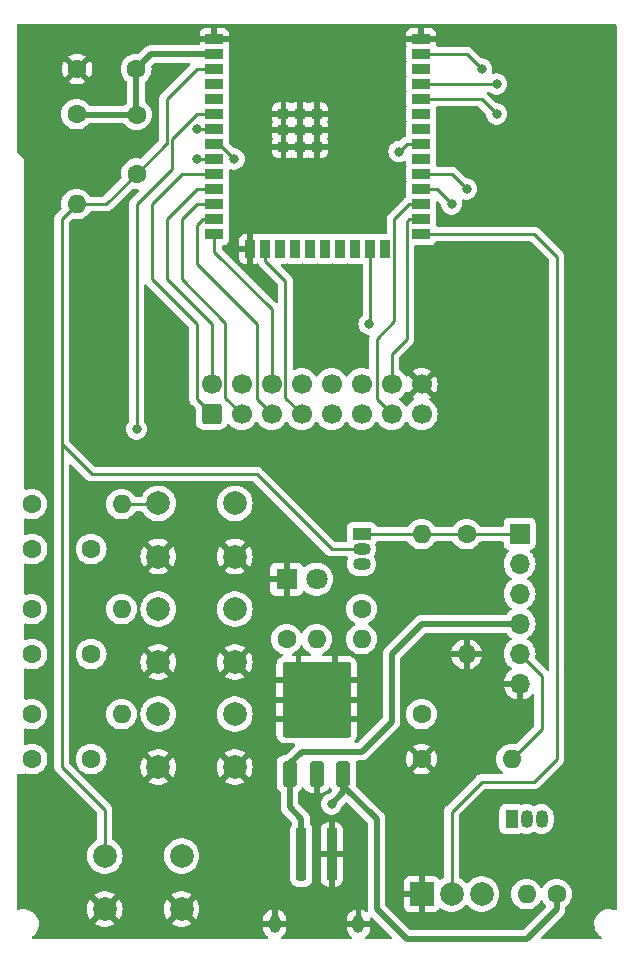
<source format=gbr>
%TF.GenerationSoftware,KiCad,Pcbnew,7.0.7*%
%TF.CreationDate,2024-10-11T15:58:01+09:00*%
%TF.ProjectId,ESP32-hub75,45535033-322d-4687-9562-37352e6b6963,rev?*%
%TF.SameCoordinates,Original*%
%TF.FileFunction,Copper,L1,Top*%
%TF.FilePolarity,Positive*%
%FSLAX46Y46*%
G04 Gerber Fmt 4.6, Leading zero omitted, Abs format (unit mm)*
G04 Created by KiCad (PCBNEW 7.0.7) date 2024-10-11 15:58:01*
%MOMM*%
%LPD*%
G01*
G04 APERTURE LIST*
G04 Aperture macros list*
%AMRoundRect*
0 Rectangle with rounded corners*
0 $1 Rounding radius*
0 $2 $3 $4 $5 $6 $7 $8 $9 X,Y pos of 4 corners*
0 Add a 4 corners polygon primitive as box body*
4,1,4,$2,$3,$4,$5,$6,$7,$8,$9,$2,$3,0*
0 Add four circle primitives for the rounded corners*
1,1,$1+$1,$2,$3*
1,1,$1+$1,$4,$5*
1,1,$1+$1,$6,$7*
1,1,$1+$1,$8,$9*
0 Add four rect primitives between the rounded corners*
20,1,$1+$1,$2,$3,$4,$5,0*
20,1,$1+$1,$4,$5,$6,$7,0*
20,1,$1+$1,$6,$7,$8,$9,0*
20,1,$1+$1,$8,$9,$2,$3,0*%
G04 Aperture macros list end*
%TA.AperFunction,ComponentPad*%
%ADD10C,1.600000*%
%TD*%
%TA.AperFunction,ComponentPad*%
%ADD11O,1.600000X1.600000*%
%TD*%
%TA.AperFunction,ComponentPad*%
%ADD12C,2.000000*%
%TD*%
%TA.AperFunction,ComponentPad*%
%ADD13R,2.000000X2.000000*%
%TD*%
%TA.AperFunction,SMDPad,CuDef*%
%ADD14R,0.900000X0.900000*%
%TD*%
%TA.AperFunction,SMDPad,CuDef*%
%ADD15R,1.500000X0.900000*%
%TD*%
%TA.AperFunction,SMDPad,CuDef*%
%ADD16R,0.900000X1.500000*%
%TD*%
%TA.AperFunction,SMDPad,CuDef*%
%ADD17RoundRect,0.225000X-0.225000X-2.025000X0.225000X-2.025000X0.225000X2.025000X-0.225000X2.025000X0*%
%TD*%
%TA.AperFunction,ComponentPad*%
%ADD18O,1.000000X1.500000*%
%TD*%
%TA.AperFunction,ComponentPad*%
%ADD19R,1.800000X1.800000*%
%TD*%
%TA.AperFunction,ComponentPad*%
%ADD20C,1.800000*%
%TD*%
%TA.AperFunction,ComponentPad*%
%ADD21RoundRect,0.250000X0.600000X-0.600000X0.600000X0.600000X-0.600000X0.600000X-0.600000X-0.600000X0*%
%TD*%
%TA.AperFunction,ComponentPad*%
%ADD22C,1.700000*%
%TD*%
%TA.AperFunction,ComponentPad*%
%ADD23R,1.700000X1.700000*%
%TD*%
%TA.AperFunction,ComponentPad*%
%ADD24O,1.700000X1.700000*%
%TD*%
%TA.AperFunction,SMDPad,CuDef*%
%ADD25RoundRect,0.250000X0.350000X-0.850000X0.350000X0.850000X-0.350000X0.850000X-0.350000X-0.850000X0*%
%TD*%
%TA.AperFunction,SMDPad,CuDef*%
%ADD26RoundRect,0.250000X1.125000X-1.275000X1.125000X1.275000X-1.125000X1.275000X-1.125000X-1.275000X0*%
%TD*%
%TA.AperFunction,SMDPad,CuDef*%
%ADD27RoundRect,0.249997X2.650003X-2.950003X2.650003X2.950003X-2.650003X2.950003X-2.650003X-2.950003X0*%
%TD*%
%TA.AperFunction,ComponentPad*%
%ADD28R,1.500000X1.050000*%
%TD*%
%TA.AperFunction,ComponentPad*%
%ADD29O,1.500000X1.050000*%
%TD*%
%TA.AperFunction,ComponentPad*%
%ADD30R,1.050000X1.500000*%
%TD*%
%TA.AperFunction,ComponentPad*%
%ADD31O,1.050000X1.500000*%
%TD*%
%TA.AperFunction,ViaPad*%
%ADD32C,0.800000*%
%TD*%
%TA.AperFunction,Conductor*%
%ADD33C,0.250000*%
%TD*%
%TA.AperFunction,Conductor*%
%ADD34C,0.500000*%
%TD*%
G04 APERTURE END LIST*
D10*
%TO.P,R2,1*%
%TO.N,Net-(Q1-B)*%
X67310000Y-82550000D03*
D11*
%TO.P,R2,2*%
%TO.N,DTR*%
X67310000Y-85090000D03*
%TD*%
D12*
%TO.P,SW1,1,1*%
%TO.N,GND*%
X52070000Y-107950000D03*
X45570000Y-107950000D03*
%TO.P,SW1,2,2*%
%TO.N,EN*%
X52070000Y-103450000D03*
X45570000Y-103450000D03*
%TD*%
D13*
%TO.P,SW2,1,A*%
%TO.N,GND*%
X72390000Y-106680000D03*
D12*
%TO.P,SW2,2,B*%
%TO.N,Net-(SW2A-B)*%
X74930000Y-106680000D03*
%TO.P,SW2,3,C*%
%TO.N,Net-(Q2-C)*%
X77470000Y-106680000D03*
%TD*%
D14*
%TO.P,U3,39,GND_THERMAL*%
%TO.N,GND*%
X63500000Y-43410000D03*
X63500000Y-42010000D03*
X63500000Y-40610000D03*
X62100000Y-43410000D03*
X62100000Y-43410000D03*
X62100000Y-42010000D03*
X62100000Y-40610000D03*
X60700000Y-43410000D03*
X60700000Y-43410000D03*
X60700000Y-42010000D03*
X60700000Y-40610000D03*
X60700000Y-40610000D03*
D15*
%TO.P,U3,38,GND*%
X72350000Y-34290000D03*
%TO.P,U3,37,GPIO23*%
%TO.N,IO23*%
X72350000Y-35560000D03*
%TO.P,U3,36,GPIO22*%
%TO.N,unconnected-(U3-GPIO22-Pad36)*%
X72350000Y-36830000D03*
%TO.P,U3,35,U0TXD/GPIO1*%
%TO.N,TX*%
X72350000Y-38100000D03*
%TO.P,U3,34,U0RXD/GPIO3*%
%TO.N,RX*%
X72350000Y-39370000D03*
%TO.P,U3,33,GPIO21*%
%TO.N,unconnected-(U3-GPIO21-Pad33)*%
X72350000Y-40640000D03*
%TO.P,U3,32*%
%TO.N,N/C*%
X72350000Y-41910000D03*
%TO.P,U3,31,GPIO19*%
%TO.N,IO19*%
X72350000Y-43180000D03*
%TO.P,U3,30,GPIO18*%
%TO.N,unconnected-(U3-GPIO18-Pad30)*%
X72350000Y-44450000D03*
%TO.P,U3,29,GPIO5*%
%TO.N,IO5*%
X72350000Y-45720000D03*
%TO.P,U3,28,GPIO17*%
%TO.N,IO17*%
X72350000Y-46990000D03*
%TO.P,U3,27,GPIO16*%
%TO.N,IO16*%
X72350000Y-48260000D03*
%TO.P,U3,26,ADC2_CH0/GPIO4*%
%TO.N,IO4*%
X72350000Y-49530000D03*
%TO.P,U3,25,GPIO0/BOOT/ADC2_CH1*%
%TO.N,Net-(SW2A-B)*%
X72350000Y-50800000D03*
D16*
%TO.P,U3,24,ADC2_CH2/GPIO2*%
%TO.N,unconnected-(U3-ADC2_CH2{slash}GPIO2-Pad24)*%
X69310000Y-52050000D03*
%TO.P,U3,23,MTDO/GPIO15/ADC2_CH3*%
%TO.N,IO15*%
X68040000Y-52050000D03*
%TO.P,U3,22*%
%TO.N,N/C*%
X66770000Y-52050000D03*
%TO.P,U3,21*%
X65500000Y-52050000D03*
%TO.P,U3,20*%
X64230000Y-52050000D03*
%TO.P,U3,19*%
X62960000Y-52050000D03*
%TO.P,U3,18*%
X61690000Y-52050000D03*
%TO.P,U3,17*%
X60420000Y-52050000D03*
%TO.P,U3,16,MTCK/GPIO13/ADC2_CH4*%
%TO.N,IO13*%
X59150000Y-52050000D03*
%TO.P,U3,15,GND*%
%TO.N,GND*%
X57880000Y-52050000D03*
D15*
%TO.P,U3,14,MTDI/GPIO12/ADC2_CH5*%
%TO.N,IO12*%
X54850000Y-50800000D03*
%TO.P,U3,13,MTMS/GPIO14/ADC2_CH6*%
%TO.N,IO14*%
X54850000Y-49530000D03*
%TO.P,U3,12,ADC2_CH7/GPIO27*%
%TO.N,IO27*%
X54850000Y-48260000D03*
%TO.P,U3,11,DAC_2/ADC2_CH9/GPIO26*%
%TO.N,IO26*%
X54850000Y-46990000D03*
%TO.P,U3,10,DAC_1/ADC2_CH8/GPIO25*%
%TO.N,IO25*%
X54850000Y-45720000D03*
%TO.P,U3,9,32K_XN/GPIO33/ADC1_CH5*%
%TO.N,IO33*%
X54850000Y-44450000D03*
%TO.P,U3,8,32K_XP/GPIO32/ADC1_CH4*%
%TO.N,IO32*%
X54850000Y-43180000D03*
%TO.P,U3,7,GPIO35/ADC1_CH7*%
%TO.N,IO35*%
X54850000Y-41910000D03*
%TO.P,U3,6,GPIO34/ADC1_CH6*%
%TO.N,IO34*%
X54850000Y-40640000D03*
%TO.P,U3,5,SENSOR_VN/GPIO39/ADC1_CH3*%
%TO.N,unconnected-(U3-SENSOR_VN{slash}GPIO39{slash}ADC1_CH3-Pad5)*%
X54850000Y-39370000D03*
%TO.P,U3,4,SENSOR_VP/GPIO36/ADC1_CH0*%
%TO.N,unconnected-(U3-SENSOR_VP{slash}GPIO36{slash}ADC1_CH0-Pad4)*%
X54850000Y-38100000D03*
%TO.P,U3,3,EN/CHIP_PU*%
%TO.N,EN*%
X54850000Y-36830000D03*
%TO.P,U3,2,3V3*%
%TO.N,+3V3*%
X54850000Y-35560000D03*
%TO.P,U3,1,GND*%
%TO.N,GND*%
X54850000Y-34290000D03*
%TD*%
D10*
%TO.P,C4,1*%
%TO.N,+3V3*%
X39410000Y-86360000D03*
%TO.P,C4,2*%
%TO.N,IO34*%
X44410000Y-86360000D03*
%TD*%
%TO.P,C2,1*%
%TO.N,GND*%
X43220000Y-36830000D03*
%TO.P,C2,2*%
%TO.N,+3V3*%
X48220000Y-36830000D03*
%TD*%
D17*
%TO.P,J1,1,VBUS*%
%TO.N,5V*%
X62200000Y-103320000D03*
%TO.P,J1,5,GND*%
%TO.N,GND*%
X64800000Y-103320000D03*
D18*
%TO.P,J1,6,Shield*%
X59950000Y-109220000D03*
X67050000Y-109220000D03*
%TD*%
D10*
%TO.P,R6,1*%
%TO.N,+3V3*%
X83820000Y-106680000D03*
D11*
%TO.P,R6,2*%
%TO.N,Net-(Q2-C)*%
X81280000Y-106680000D03*
%TD*%
D10*
%TO.P,C3,1*%
%TO.N,+3V3*%
X39410000Y-77470000D03*
%TO.P,C3,2*%
%TO.N,IO33*%
X44410000Y-77470000D03*
%TD*%
%TO.P,C5,1*%
%TO.N,+3V3*%
X39410000Y-95250000D03*
%TO.P,C5,2*%
%TO.N,IO35*%
X44410000Y-95250000D03*
%TD*%
D19*
%TO.P,D1,1,K*%
%TO.N,GND*%
X60960000Y-80010000D03*
D20*
%TO.P,D1,2,A*%
%TO.N,Net-(D1-A)*%
X63500000Y-80010000D03*
%TD*%
D12*
%TO.P,SW5,1,1*%
%TO.N,GND*%
X56590000Y-95940000D03*
X50090000Y-95940000D03*
%TO.P,SW5,2,2*%
%TO.N,IO35*%
X56590000Y-91440000D03*
X50090000Y-91440000D03*
%TD*%
D21*
%TO.P,J3,1,R1*%
%TO.N,IO25*%
X54610000Y-66040000D03*
D22*
%TO.P,J3,2,G1*%
%TO.N,IO26*%
X54610000Y-63500000D03*
%TO.P,J3,3,B1*%
%TO.N,IO27*%
X57150000Y-66040000D03*
%TO.P,J3,4,GND1*%
%TO.N,GND*%
X57150000Y-63500000D03*
%TO.P,J3,5,R2*%
%TO.N,IO14*%
X59690000Y-66040000D03*
%TO.P,J3,6,G2*%
%TO.N,IO12*%
X59690000Y-63500000D03*
%TO.P,J3,7,B2*%
%TO.N,IO13*%
X62230000Y-66040000D03*
%TO.P,J3,8,E*%
%TO.N,IO32*%
X62230000Y-63500000D03*
%TO.P,J3,9,A*%
%TO.N,IO23*%
X64770000Y-66040000D03*
%TO.P,J3,10,B*%
%TO.N,IO19*%
X64770000Y-63500000D03*
%TO.P,J3,11,C*%
%TO.N,IO5*%
X67310000Y-66040000D03*
%TO.P,J3,12,D*%
%TO.N,IO17*%
X67310000Y-63500000D03*
%TO.P,J3,13,CLK*%
%TO.N,IO16*%
X69850000Y-66040000D03*
%TO.P,J3,14,LAT*%
%TO.N,IO4*%
X69850000Y-63500000D03*
%TO.P,J3,15,OE*%
%TO.N,IO15*%
X72390000Y-66040000D03*
%TO.P,J3,16,GND3*%
%TO.N,GND*%
X72390000Y-63500000D03*
%TD*%
D10*
%TO.P,R7,1*%
%TO.N,+3V3*%
X39370000Y-73660000D03*
D11*
%TO.P,R7,2*%
%TO.N,IO33*%
X46990000Y-73660000D03*
%TD*%
D10*
%TO.P,R5,1*%
%TO.N,RTS*%
X76200000Y-76200000D03*
D11*
%TO.P,R5,2*%
%TO.N,GND*%
X76200000Y-86360000D03*
%TD*%
D23*
%TO.P,J2,1,RTS*%
%TO.N,RTS*%
X80690000Y-76175000D03*
D24*
%TO.P,J2,2,RXD*%
%TO.N,TX*%
X80690000Y-78715000D03*
%TO.P,J2,3,TXD*%
%TO.N,RX*%
X80690000Y-81255000D03*
%TO.P,J2,4,+5V*%
%TO.N,5V*%
X80690000Y-83795000D03*
%TO.P,J2,5,DTR*%
%TO.N,DTR*%
X80690000Y-86335000D03*
%TO.P,J2,6,GND*%
%TO.N,GND*%
X80690000Y-88875000D03*
%TD*%
D12*
%TO.P,SW3,1,1*%
%TO.N,GND*%
X56590000Y-78105000D03*
X50090000Y-78105000D03*
%TO.P,SW3,2,2*%
%TO.N,IO33*%
X56590000Y-73605000D03*
X50090000Y-73605000D03*
%TD*%
D10*
%TO.P,R1,1*%
%TO.N,+3V3*%
X43180000Y-40640000D03*
D11*
%TO.P,R1,2*%
%TO.N,EN*%
X43180000Y-48260000D03*
%TD*%
D10*
%TO.P,C1,1*%
%TO.N,+3V3*%
X48260000Y-40680000D03*
%TO.P,C1,2*%
%TO.N,EN*%
X48260000Y-45680000D03*
%TD*%
%TO.P,R4,1*%
%TO.N,GND*%
X72390000Y-95250000D03*
D11*
%TO.P,R4,2*%
%TO.N,DTR*%
X80010000Y-95250000D03*
%TD*%
D10*
%TO.P,R8,1*%
%TO.N,+3V3*%
X39370000Y-82550000D03*
D11*
%TO.P,R8,2*%
%TO.N,IO34*%
X46990000Y-82550000D03*
%TD*%
D10*
%TO.P,R10,1*%
%TO.N,+3V3*%
X60960000Y-85090000D03*
D11*
%TO.P,R10,2*%
%TO.N,Net-(D1-A)*%
X63500000Y-85090000D03*
%TD*%
D25*
%TO.P,U2,1,Vin*%
%TO.N,5V*%
X61220000Y-96520000D03*
%TO.P,U2,2,GND*%
%TO.N,GND*%
X63500000Y-96520000D03*
D26*
X61975000Y-91895000D03*
X65025000Y-91895000D03*
D27*
X63500000Y-90220000D03*
D26*
X61975000Y-88545000D03*
X65025000Y-88545000D03*
D25*
%TO.P,U2,3,Vout*%
%TO.N,+3V3*%
X65780000Y-96520000D03*
%TD*%
D10*
%TO.P,R9,1*%
%TO.N,+3V3*%
X39370000Y-91440000D03*
D11*
%TO.P,R9,2*%
%TO.N,IO35*%
X46990000Y-91440000D03*
%TD*%
D28*
%TO.P,Q1,1,E*%
%TO.N,RTS*%
X67310000Y-76200000D03*
D29*
%TO.P,Q1,2,C*%
%TO.N,EN*%
X67310000Y-77470000D03*
%TO.P,Q1,3,B*%
%TO.N,Net-(Q1-B)*%
X67310000Y-78740000D03*
%TD*%
D12*
%TO.P,SW4,1,1*%
%TO.N,GND*%
X56590000Y-87050000D03*
X50090000Y-87050000D03*
%TO.P,SW4,2,2*%
%TO.N,IO34*%
X56590000Y-82550000D03*
X50090000Y-82550000D03*
%TD*%
D30*
%TO.P,Q2,1,E*%
%TO.N,DTR*%
X80010000Y-100330000D03*
D31*
%TO.P,Q2,2,C*%
%TO.N,Net-(Q2-C)*%
X81280000Y-100330000D03*
%TO.P,Q2,3,B*%
%TO.N,Net-(Q2-B)*%
X82550000Y-100330000D03*
%TD*%
D10*
%TO.P,R3,1*%
%TO.N,Net-(Q2-B)*%
X72390000Y-91440000D03*
D11*
%TO.P,R3,2*%
%TO.N,RTS*%
X72390000Y-76200000D03*
%TD*%
D32*
%TO.N,+3V3*%
X64770000Y-99060000D03*
%TO.N,IO32*%
X56515000Y-44450000D03*
%TO.N,GND*%
X80645000Y-48895000D03*
X80645000Y-52705000D03*
X80645000Y-73660000D03*
X80645000Y-39370000D03*
X62865000Y-53975000D03*
X51435000Y-36830000D03*
X63500000Y-59690000D03*
X66675000Y-55880000D03*
X66675000Y-60960000D03*
%TO.N,RX*%
X78740000Y-40640000D03*
%TO.N,TX*%
X78740000Y-38100000D03*
%TO.N,IO23*%
X77470000Y-36830000D03*
%TO.N,IO17*%
X74930000Y-48260000D03*
%TO.N,IO15*%
X67945000Y-58420000D03*
%TO.N,IO34*%
X48260000Y-67310000D03*
%TO.N,IO35*%
X53340000Y-41910000D03*
%TO.N,IO33*%
X53340000Y-44450000D03*
%TO.N,IO19*%
X70485000Y-43815000D03*
%TO.N,IO5*%
X76200000Y-46990000D03*
%TD*%
D33*
%TO.N,+3V3*%
X43220000Y-40680000D02*
X43180000Y-40640000D01*
D34*
X48220000Y-36830000D02*
X48220000Y-40640000D01*
X81280000Y-110490000D02*
X83820000Y-107950000D01*
X48260000Y-40680000D02*
X43220000Y-40680000D01*
X65780000Y-96520000D02*
X65780000Y-98050000D01*
X54850000Y-35560000D02*
X49490000Y-35560000D01*
X71120000Y-110490000D02*
X81280000Y-110490000D01*
D33*
X48220000Y-40640000D02*
X48260000Y-40680000D01*
D34*
X65780000Y-98050000D02*
X64770000Y-99060000D01*
D33*
X65780000Y-96520000D02*
X65780000Y-97530000D01*
D34*
X83820000Y-107950000D02*
X83820000Y-106680000D01*
X65780000Y-97530000D02*
X68580000Y-100330000D01*
X49490000Y-35560000D02*
X48220000Y-36830000D01*
X68580000Y-100330000D02*
X68580000Y-107950000D01*
X68580000Y-107950000D02*
X71120000Y-110490000D01*
D33*
%TO.N,IO32*%
X54850000Y-43180000D02*
X55245000Y-43180000D01*
X55245000Y-43180000D02*
X56515000Y-44450000D01*
%TO.N,EN*%
X44450000Y-71120000D02*
X41910000Y-68580000D01*
X67310000Y-77470000D02*
X64770000Y-77470000D01*
X50760000Y-43180000D02*
X50800000Y-43180000D01*
X43180000Y-48260000D02*
X45680000Y-48260000D01*
X64770000Y-77470000D02*
X58420000Y-71120000D01*
X45570000Y-99545000D02*
X45570000Y-103450000D01*
X48260000Y-45680000D02*
X50760000Y-43180000D01*
X41910000Y-49530000D02*
X41910000Y-68580000D01*
X53340000Y-36830000D02*
X54850000Y-36830000D01*
X41910000Y-68580000D02*
X41910000Y-95885000D01*
X58420000Y-71120000D02*
X44450000Y-71120000D01*
X45680000Y-48260000D02*
X48260000Y-45680000D01*
X41910000Y-95885000D02*
X45570000Y-99545000D01*
X50800000Y-39370000D02*
X53340000Y-36830000D01*
X43180000Y-48260000D02*
X41910000Y-49530000D01*
X50800000Y-43180000D02*
X50800000Y-39370000D01*
%TO.N,RX*%
X77470000Y-39370000D02*
X78740000Y-40640000D01*
X72350000Y-39370000D02*
X77470000Y-39370000D01*
%TO.N,TX*%
X78740000Y-38100000D02*
X72350000Y-38100000D01*
%TO.N,RTS*%
X72390000Y-76200000D02*
X67310000Y-76200000D01*
X76200000Y-76200000D02*
X80665000Y-76200000D01*
X72390000Y-76200000D02*
X76200000Y-76200000D01*
%TO.N,IO25*%
X53340000Y-58420000D02*
X49530000Y-54610000D01*
X49530000Y-48260000D02*
X52070000Y-45720000D01*
X54610000Y-66040000D02*
X53340000Y-64770000D01*
X53340000Y-64770000D02*
X53340000Y-58420000D01*
X52070000Y-45720000D02*
X54850000Y-45720000D01*
X49530000Y-54610000D02*
X49530000Y-48260000D01*
%TO.N,IO26*%
X54610000Y-58420000D02*
X50800000Y-54610000D01*
X50800000Y-54610000D02*
X50800000Y-49530000D01*
X50800000Y-49530000D02*
X53340000Y-46990000D01*
X53340000Y-46990000D02*
X54850000Y-46990000D01*
X54610000Y-63500000D02*
X54610000Y-58420000D01*
%TO.N,IO27*%
X55785000Y-58325000D02*
X52070000Y-54610000D01*
X53340000Y-48260000D02*
X54850000Y-48260000D01*
X52070000Y-49530000D02*
X53340000Y-48260000D01*
X57150000Y-66040000D02*
X55785000Y-64675000D01*
X52070000Y-54610000D02*
X52070000Y-49530000D01*
X55785000Y-64675000D02*
X55785000Y-58325000D01*
%TO.N,IO23*%
X76200000Y-35560000D02*
X72350000Y-35560000D01*
X76200000Y-35560000D02*
X77470000Y-36830000D01*
%TO.N,IO12*%
X59690000Y-57150000D02*
X59690000Y-63500000D01*
X54850000Y-52310000D02*
X59690000Y-57150000D01*
X54850000Y-50800000D02*
X54850000Y-52310000D01*
%TO.N,IO16*%
X68580000Y-59690000D02*
X68580000Y-64770000D01*
X71350000Y-48260000D02*
X70085000Y-49525000D01*
X70085000Y-49525000D02*
X70085000Y-58185000D01*
X70085000Y-58185000D02*
X68580000Y-59690000D01*
X68580000Y-64770000D02*
X69850000Y-66040000D01*
X72350000Y-48260000D02*
X71350000Y-48260000D01*
%TO.N,IO17*%
X73660000Y-46990000D02*
X74930000Y-48260000D01*
X72350000Y-46990000D02*
X73660000Y-46990000D01*
%TO.N,IO15*%
X68040000Y-58325000D02*
X68040000Y-52050000D01*
X67945000Y-58420000D02*
X68040000Y-58325000D01*
%TO.N,IO34*%
X48260000Y-48260000D02*
X51250000Y-45270000D01*
X51250000Y-45270000D02*
X51250000Y-42730000D01*
X53340000Y-40640000D02*
X54850000Y-40640000D01*
X51250000Y-42730000D02*
X53340000Y-40640000D01*
X48260000Y-67310000D02*
X48260000Y-48260000D01*
%TO.N,IO35*%
X54850000Y-41910000D02*
X53340000Y-41910000D01*
%TO.N,IO33*%
X54850000Y-44450000D02*
X53340000Y-44450000D01*
X46990000Y-73660000D02*
X50035000Y-73660000D01*
%TO.N,Net-(SW2A-B)*%
X74930000Y-99695000D02*
X74930000Y-106680000D01*
X83820000Y-95250000D02*
X81915000Y-97155000D01*
X77470000Y-97155000D02*
X74930000Y-99695000D01*
X83820000Y-52705000D02*
X83820000Y-95250000D01*
X72350000Y-50800000D02*
X81915000Y-50800000D01*
X81915000Y-50800000D02*
X83820000Y-52705000D01*
X81915000Y-97155000D02*
X77470000Y-97155000D01*
%TO.N,IO14*%
X58420000Y-64770000D02*
X59690000Y-66040000D01*
X53340000Y-50040000D02*
X53340000Y-53340000D01*
X53850000Y-49530000D02*
X53340000Y-50040000D01*
X58420000Y-58420000D02*
X58420000Y-64770000D01*
X54850000Y-49530000D02*
X53850000Y-49530000D01*
X53340000Y-53340000D02*
X58420000Y-58420000D01*
%TO.N,IO13*%
X62230000Y-66040000D02*
X60865000Y-64675000D01*
X60865000Y-64675000D02*
X60865000Y-54765000D01*
X60865000Y-54765000D02*
X59150000Y-53050000D01*
X59150000Y-53050000D02*
X59150000Y-52050000D01*
%TO.N,IO19*%
X71120000Y-43180000D02*
X70485000Y-43815000D01*
X72350000Y-43180000D02*
X71120000Y-43180000D01*
D34*
%TO.N,5V*%
X61220000Y-96520000D02*
X61220000Y-99350000D01*
X61220000Y-95625000D02*
X62230000Y-94615000D01*
X62230000Y-94615000D02*
X67310000Y-94615000D01*
X69850000Y-92075000D02*
X69850000Y-86360000D01*
X62200000Y-103320000D02*
X62200000Y-100330000D01*
X69850000Y-86360000D02*
X72415000Y-83795000D01*
X67310000Y-94615000D02*
X69850000Y-92075000D01*
X61220000Y-96520000D02*
X61220000Y-95625000D01*
X72415000Y-83795000D02*
X80690000Y-83795000D01*
X61220000Y-99350000D02*
X62200000Y-100330000D01*
D33*
%TO.N,IO4*%
X71350000Y-49530000D02*
X71120000Y-49760000D01*
X71120000Y-49760000D02*
X71120000Y-59690000D01*
X69850000Y-60960000D02*
X69850000Y-63500000D01*
X71120000Y-59690000D02*
X69850000Y-60960000D01*
X72350000Y-49530000D02*
X71350000Y-49530000D01*
%TO.N,IO5*%
X76200000Y-46990000D02*
X74930000Y-45720000D01*
X74930000Y-45720000D02*
X72350000Y-45720000D01*
%TO.N,DTR*%
X82550000Y-92710000D02*
X82550000Y-88195000D01*
X80010000Y-95250000D02*
X82550000Y-92710000D01*
X82550000Y-88195000D02*
X80690000Y-86335000D01*
%TD*%
%TA.AperFunction,Conductor*%
%TO.N,GND*%
G36*
X88843039Y-33039685D02*
G01*
X88888794Y-33092489D01*
X88900000Y-33144000D01*
X88900000Y-107943667D01*
X88880315Y-108010706D01*
X88827511Y-108056461D01*
X88758353Y-108066405D01*
X88732430Y-108059760D01*
X88599025Y-108009692D01*
X88377550Y-107969500D01*
X88377547Y-107969500D01*
X88208845Y-107969500D01*
X88170399Y-107972960D01*
X88040813Y-107984622D01*
X88040807Y-107984623D01*
X87823839Y-108044503D01*
X87823826Y-108044508D01*
X87621033Y-108142167D01*
X87621025Y-108142171D01*
X87438927Y-108274473D01*
X87438925Y-108274474D01*
X87283366Y-108437176D01*
X87159363Y-108625033D01*
X87070899Y-108832004D01*
X87070895Y-108832017D01*
X87020810Y-109051457D01*
X87020808Y-109051468D01*
X87010710Y-109276325D01*
X87010710Y-109276330D01*
X87040925Y-109499387D01*
X87040926Y-109499390D01*
X87110483Y-109713465D01*
X87217146Y-109911678D01*
X87217148Y-109911681D01*
X87357489Y-110087663D01*
X87357491Y-110087664D01*
X87357492Y-110087666D01*
X87527004Y-110235765D01*
X87566819Y-110259553D01*
X87614272Y-110310835D01*
X87626467Y-110379632D01*
X87599532Y-110444101D01*
X87542018Y-110483774D01*
X87503219Y-110490000D01*
X82640729Y-110490000D01*
X82573690Y-110470315D01*
X82527935Y-110417511D01*
X82517991Y-110348353D01*
X82547016Y-110284797D01*
X82553048Y-110278319D01*
X82964986Y-109866381D01*
X84305638Y-108525727D01*
X84319267Y-108513950D01*
X84338530Y-108499610D01*
X84338532Y-108499606D01*
X84338534Y-108499606D01*
X84356663Y-108477999D01*
X84372113Y-108459585D01*
X84375767Y-108455599D01*
X84381590Y-108449777D01*
X84401923Y-108424060D01*
X84451302Y-108365214D01*
X84451309Y-108365198D01*
X84455272Y-108359176D01*
X84455324Y-108359210D01*
X84459371Y-108352858D01*
X84459317Y-108352825D01*
X84463104Y-108346684D01*
X84463110Y-108346677D01*
X84477758Y-108315264D01*
X84495561Y-108277086D01*
X84530036Y-108208440D01*
X84530040Y-108208433D01*
X84530042Y-108208421D01*
X84532510Y-108201644D01*
X84532568Y-108201665D01*
X84535043Y-108194546D01*
X84534985Y-108194527D01*
X84537256Y-108187672D01*
X84537862Y-108184740D01*
X84552784Y-108112467D01*
X84570500Y-108037721D01*
X84570500Y-108037720D01*
X84571339Y-108030548D01*
X84571397Y-108030554D01*
X84572164Y-108023056D01*
X84572104Y-108023051D01*
X84572733Y-108015860D01*
X84571627Y-107977859D01*
X84570500Y-107939102D01*
X84570500Y-107806662D01*
X84590185Y-107739623D01*
X84623379Y-107705086D01*
X84641084Y-107692689D01*
X84659139Y-107680047D01*
X84820047Y-107519139D01*
X84950568Y-107332734D01*
X85046739Y-107126496D01*
X85105635Y-106906692D01*
X85125468Y-106680000D01*
X85125467Y-106679994D01*
X85115987Y-106571630D01*
X85105635Y-106453308D01*
X85046739Y-106233504D01*
X84950568Y-106027266D01*
X84820047Y-105840861D01*
X84820045Y-105840858D01*
X84659141Y-105679954D01*
X84472734Y-105549432D01*
X84472732Y-105549431D01*
X84266497Y-105453261D01*
X84266488Y-105453258D01*
X84046697Y-105394366D01*
X84046693Y-105394365D01*
X84046692Y-105394365D01*
X84046691Y-105394364D01*
X84046686Y-105394364D01*
X83820002Y-105374532D01*
X83819998Y-105374532D01*
X83593313Y-105394364D01*
X83593302Y-105394366D01*
X83373511Y-105453258D01*
X83373502Y-105453261D01*
X83167267Y-105549431D01*
X83167265Y-105549432D01*
X82980858Y-105679954D01*
X82819954Y-105840858D01*
X82689432Y-106027265D01*
X82689431Y-106027267D01*
X82662382Y-106085275D01*
X82616209Y-106137714D01*
X82549016Y-106156866D01*
X82482135Y-106136650D01*
X82437618Y-106085275D01*
X82430728Y-106070499D01*
X82410568Y-106027266D01*
X82280047Y-105840861D01*
X82280045Y-105840858D01*
X82119141Y-105679954D01*
X81932734Y-105549432D01*
X81932732Y-105549431D01*
X81726497Y-105453261D01*
X81726488Y-105453258D01*
X81506697Y-105394366D01*
X81506693Y-105394365D01*
X81506692Y-105394365D01*
X81506691Y-105394364D01*
X81506686Y-105394364D01*
X81280002Y-105374532D01*
X81279998Y-105374532D01*
X81053313Y-105394364D01*
X81053302Y-105394366D01*
X80833511Y-105453258D01*
X80833502Y-105453261D01*
X80627267Y-105549431D01*
X80627265Y-105549432D01*
X80440858Y-105679954D01*
X80279954Y-105840858D01*
X80149432Y-106027265D01*
X80149431Y-106027267D01*
X80053261Y-106233502D01*
X80053258Y-106233511D01*
X79994366Y-106453302D01*
X79994364Y-106453313D01*
X79974532Y-106679998D01*
X79974532Y-106680001D01*
X79994364Y-106906686D01*
X79994366Y-106906697D01*
X80053258Y-107126488D01*
X80053261Y-107126497D01*
X80149431Y-107332732D01*
X80149432Y-107332734D01*
X80279954Y-107519141D01*
X80440858Y-107680045D01*
X80440861Y-107680047D01*
X80627266Y-107810568D01*
X80833504Y-107906739D01*
X81053308Y-107965635D01*
X81215230Y-107979801D01*
X81279998Y-107985468D01*
X81280000Y-107985468D01*
X81280002Y-107985468D01*
X81341768Y-107980064D01*
X81506692Y-107965635D01*
X81726496Y-107906739D01*
X81932734Y-107810568D01*
X82119139Y-107680047D01*
X82280047Y-107519139D01*
X82410568Y-107332734D01*
X82437618Y-107274724D01*
X82483790Y-107222285D01*
X82550983Y-107203133D01*
X82617865Y-107223348D01*
X82662382Y-107274725D01*
X82689429Y-107332728D01*
X82689432Y-107332734D01*
X82819954Y-107519141D01*
X82917041Y-107616228D01*
X82950526Y-107677551D01*
X82945542Y-107747243D01*
X82917041Y-107791590D01*
X81005451Y-109703181D01*
X80944128Y-109736666D01*
X80917770Y-109739500D01*
X71482229Y-109739500D01*
X71415190Y-109719815D01*
X71394548Y-109703181D01*
X69366819Y-107675451D01*
X69333334Y-107614128D01*
X69330500Y-107587770D01*
X69330500Y-100393705D01*
X69331809Y-100375735D01*
X69332129Y-100373547D01*
X69335289Y-100351977D01*
X69330735Y-100299931D01*
X69330500Y-100294528D01*
X69330500Y-100286297D01*
X69330500Y-100286296D01*
X69330500Y-100286291D01*
X69326693Y-100253724D01*
X69326691Y-100253705D01*
X69319999Y-100177201D01*
X69318539Y-100170129D01*
X69318597Y-100170116D01*
X69316965Y-100162757D01*
X69316906Y-100162772D01*
X69315241Y-100155751D01*
X69315241Y-100155745D01*
X69288974Y-100083576D01*
X69288971Y-100083568D01*
X69264813Y-100010663D01*
X69261764Y-100004124D01*
X69261817Y-100004099D01*
X69258531Y-99997311D01*
X69258479Y-99997338D01*
X69255236Y-99990882D01*
X69213034Y-99926716D01*
X69172714Y-99861347D01*
X69168234Y-99855681D01*
X69168280Y-99855643D01*
X69163519Y-99849799D01*
X69163474Y-99849838D01*
X69158834Y-99844308D01*
X69158664Y-99844148D01*
X69143843Y-99830164D01*
X69102982Y-99791613D01*
X66908343Y-97596975D01*
X66874858Y-97535652D01*
X66872666Y-97496691D01*
X66880500Y-97420009D01*
X66880499Y-95619992D01*
X66869999Y-95517203D01*
X66869997Y-95517198D01*
X66869625Y-95515455D01*
X66869707Y-95514350D01*
X66869311Y-95510468D01*
X66870003Y-95510397D01*
X66874841Y-95445780D01*
X66916898Y-95389986D01*
X66982443Y-95365787D01*
X66990878Y-95365500D01*
X67246295Y-95365500D01*
X67264265Y-95366809D01*
X67288023Y-95370289D01*
X67340068Y-95365735D01*
X67345470Y-95365500D01*
X67353704Y-95365500D01*
X67353709Y-95365500D01*
X67365327Y-95364141D01*
X67386276Y-95361693D01*
X67399028Y-95360577D01*
X67462797Y-95354999D01*
X67462805Y-95354996D01*
X67469866Y-95353539D01*
X67469878Y-95353598D01*
X67477243Y-95351965D01*
X67477229Y-95351906D01*
X67484246Y-95350241D01*
X67484255Y-95350241D01*
X67556423Y-95323974D01*
X67629334Y-95299814D01*
X67629343Y-95299807D01*
X67635882Y-95296760D01*
X67635908Y-95296816D01*
X67642690Y-95293532D01*
X67642663Y-95293478D01*
X67649106Y-95290240D01*
X67649117Y-95290237D01*
X67710291Y-95250002D01*
X71085034Y-95250002D01*
X71104858Y-95476599D01*
X71104860Y-95476610D01*
X71163730Y-95696317D01*
X71163734Y-95696326D01*
X71259865Y-95902481D01*
X71259866Y-95902483D01*
X71310973Y-95975471D01*
X71310973Y-95975472D01*
X71852580Y-95433865D01*
X71913903Y-95400380D01*
X71983594Y-95405364D01*
X72039528Y-95447235D01*
X72050742Y-95465246D01*
X72050949Y-95465651D01*
X72062358Y-95488044D01*
X72062363Y-95488050D01*
X72151949Y-95577636D01*
X72151951Y-95577637D01*
X72151955Y-95577641D01*
X72174747Y-95589254D01*
X72225542Y-95637228D01*
X72242337Y-95705049D01*
X72219799Y-95771184D01*
X72206132Y-95787419D01*
X71664526Y-96329025D01*
X71664526Y-96329026D01*
X71737512Y-96380131D01*
X71737516Y-96380133D01*
X71943673Y-96476265D01*
X71943682Y-96476269D01*
X72163389Y-96535139D01*
X72163400Y-96535141D01*
X72389998Y-96554966D01*
X72390002Y-96554966D01*
X72616599Y-96535141D01*
X72616610Y-96535139D01*
X72836317Y-96476269D01*
X72836331Y-96476264D01*
X73042478Y-96380136D01*
X73115472Y-96329025D01*
X72573866Y-95787419D01*
X72540381Y-95726096D01*
X72545365Y-95656404D01*
X72587237Y-95600471D01*
X72605245Y-95589258D01*
X72628045Y-95577641D01*
X72717641Y-95488045D01*
X72729254Y-95465252D01*
X72777225Y-95414458D01*
X72845046Y-95397661D01*
X72911181Y-95420197D01*
X72927419Y-95433866D01*
X73469025Y-95975472D01*
X73520136Y-95902478D01*
X73616264Y-95696331D01*
X73616269Y-95696317D01*
X73675139Y-95476610D01*
X73675141Y-95476599D01*
X73694966Y-95250002D01*
X73694966Y-95249997D01*
X73675141Y-95023400D01*
X73675139Y-95023389D01*
X73616269Y-94803682D01*
X73616265Y-94803673D01*
X73520133Y-94597516D01*
X73520131Y-94597512D01*
X73469026Y-94524526D01*
X73469025Y-94524526D01*
X72927419Y-95066132D01*
X72866096Y-95099617D01*
X72796404Y-95094633D01*
X72740471Y-95052761D01*
X72729256Y-95034751D01*
X72717641Y-95011955D01*
X72717637Y-95011951D01*
X72717636Y-95011949D01*
X72628050Y-94922363D01*
X72628044Y-94922358D01*
X72617302Y-94916885D01*
X72605250Y-94910744D01*
X72554456Y-94862773D01*
X72537660Y-94794952D01*
X72560197Y-94728817D01*
X72573865Y-94712580D01*
X73115472Y-94170973D01*
X73042483Y-94119866D01*
X73042481Y-94119865D01*
X72836326Y-94023734D01*
X72836317Y-94023730D01*
X72616610Y-93964860D01*
X72616599Y-93964858D01*
X72390002Y-93945034D01*
X72389998Y-93945034D01*
X72163400Y-93964858D01*
X72163389Y-93964860D01*
X71943682Y-94023730D01*
X71943673Y-94023734D01*
X71737513Y-94119868D01*
X71664526Y-94170973D01*
X72206133Y-94712580D01*
X72239618Y-94773903D01*
X72234634Y-94843595D01*
X72192762Y-94899528D01*
X72174748Y-94910745D01*
X72151956Y-94922358D01*
X72151949Y-94922363D01*
X72062363Y-95011949D01*
X72062358Y-95011956D01*
X72050745Y-95034748D01*
X72002770Y-95085544D01*
X71934949Y-95102338D01*
X71868814Y-95079800D01*
X71852580Y-95066133D01*
X71310973Y-94524526D01*
X71259868Y-94597513D01*
X71163734Y-94803673D01*
X71163730Y-94803682D01*
X71104860Y-95023389D01*
X71104858Y-95023400D01*
X71085034Y-95249997D01*
X71085034Y-95250002D01*
X67710291Y-95250002D01*
X67713283Y-95248034D01*
X67778656Y-95207712D01*
X67778662Y-95207705D01*
X67784325Y-95203229D01*
X67784362Y-95203277D01*
X67790204Y-95198518D01*
X67790164Y-95198471D01*
X67795691Y-95193832D01*
X67795696Y-95193830D01*
X67848386Y-95137981D01*
X70335638Y-92650727D01*
X70349267Y-92638950D01*
X70368530Y-92624610D01*
X70368532Y-92624606D01*
X70368534Y-92624606D01*
X70386663Y-92602999D01*
X70402113Y-92584585D01*
X70405767Y-92580599D01*
X70411590Y-92574777D01*
X70431923Y-92549060D01*
X70481302Y-92490214D01*
X70481309Y-92490198D01*
X70485272Y-92484176D01*
X70485324Y-92484210D01*
X70489371Y-92477858D01*
X70489317Y-92477825D01*
X70493104Y-92471684D01*
X70493110Y-92471677D01*
X70525561Y-92402086D01*
X70560036Y-92333440D01*
X70560040Y-92333433D01*
X70560042Y-92333421D01*
X70562510Y-92326644D01*
X70562568Y-92326665D01*
X70565043Y-92319546D01*
X70564985Y-92319527D01*
X70567256Y-92312672D01*
X70582784Y-92237467D01*
X70600500Y-92162720D01*
X70601339Y-92155548D01*
X70601397Y-92155554D01*
X70602164Y-92148056D01*
X70602104Y-92148051D01*
X70602733Y-92140860D01*
X70600500Y-92064103D01*
X70600500Y-91440001D01*
X71084532Y-91440001D01*
X71104364Y-91666686D01*
X71104366Y-91666697D01*
X71163258Y-91886488D01*
X71163261Y-91886497D01*
X71259431Y-92092732D01*
X71259432Y-92092734D01*
X71389954Y-92279141D01*
X71550858Y-92440045D01*
X71550861Y-92440047D01*
X71737266Y-92570568D01*
X71943504Y-92666739D01*
X72163308Y-92725635D01*
X72325230Y-92739801D01*
X72389998Y-92745468D01*
X72390000Y-92745468D01*
X72390002Y-92745468D01*
X72446673Y-92740509D01*
X72616692Y-92725635D01*
X72836496Y-92666739D01*
X73042734Y-92570568D01*
X73229139Y-92440047D01*
X73390047Y-92279139D01*
X73520568Y-92092734D01*
X73616739Y-91886496D01*
X73675635Y-91666692D01*
X73695468Y-91440000D01*
X73695467Y-91439994D01*
X73675635Y-91213313D01*
X73675635Y-91213308D01*
X73616739Y-90993504D01*
X73520568Y-90787266D01*
X73390047Y-90600861D01*
X73390045Y-90600858D01*
X73229141Y-90439954D01*
X73042734Y-90309432D01*
X73042732Y-90309431D01*
X72836497Y-90213261D01*
X72836488Y-90213258D01*
X72616697Y-90154366D01*
X72616693Y-90154365D01*
X72616692Y-90154365D01*
X72616691Y-90154364D01*
X72616686Y-90154364D01*
X72390002Y-90134532D01*
X72389998Y-90134532D01*
X72163313Y-90154364D01*
X72163302Y-90154366D01*
X71943511Y-90213258D01*
X71943502Y-90213261D01*
X71737267Y-90309431D01*
X71737265Y-90309432D01*
X71550858Y-90439954D01*
X71389954Y-90600858D01*
X71259432Y-90787265D01*
X71259431Y-90787267D01*
X71163261Y-90993502D01*
X71163258Y-90993511D01*
X71104366Y-91213302D01*
X71104364Y-91213313D01*
X71084532Y-91439998D01*
X71084532Y-91440001D01*
X70600500Y-91440001D01*
X70600500Y-86722229D01*
X70620185Y-86655190D01*
X70636814Y-86634553D01*
X71161368Y-86109999D01*
X74921127Y-86109999D01*
X74921128Y-86110000D01*
X75689424Y-86110000D01*
X75756463Y-86129685D01*
X75802218Y-86182489D01*
X75812162Y-86251647D01*
X75811897Y-86253397D01*
X75795014Y-86359996D01*
X75795014Y-86360003D01*
X75811897Y-86466603D01*
X75802942Y-86535896D01*
X75757946Y-86589348D01*
X75691194Y-86609987D01*
X75689424Y-86610000D01*
X74921128Y-86610000D01*
X74973730Y-86806317D01*
X74973734Y-86806326D01*
X75069865Y-87012482D01*
X75200342Y-87198820D01*
X75361179Y-87359657D01*
X75547517Y-87490134D01*
X75753673Y-87586265D01*
X75753682Y-87586269D01*
X75949999Y-87638872D01*
X75950000Y-87638871D01*
X75950000Y-86870575D01*
X75969685Y-86803536D01*
X76022489Y-86757781D01*
X76091647Y-86747837D01*
X76093331Y-86748091D01*
X76125699Y-86753218D01*
X76168515Y-86760000D01*
X76168519Y-86760000D01*
X76231485Y-86760000D01*
X76274300Y-86753218D01*
X76306602Y-86748102D01*
X76375894Y-86757056D01*
X76429347Y-86802052D01*
X76449987Y-86868803D01*
X76450000Y-86870575D01*
X76450000Y-87638872D01*
X76646317Y-87586269D01*
X76646326Y-87586265D01*
X76852482Y-87490134D01*
X77038820Y-87359657D01*
X77199657Y-87198820D01*
X77330134Y-87012482D01*
X77426265Y-86806326D01*
X77426269Y-86806317D01*
X77478872Y-86610000D01*
X76710576Y-86610000D01*
X76643537Y-86590315D01*
X76597782Y-86537511D01*
X76587838Y-86468353D01*
X76588103Y-86466603D01*
X76604986Y-86360003D01*
X76604986Y-86359996D01*
X76588103Y-86253397D01*
X76597058Y-86184104D01*
X76642054Y-86130652D01*
X76708806Y-86110013D01*
X76710576Y-86110000D01*
X77478872Y-86110000D01*
X77478872Y-86109999D01*
X77426269Y-85913682D01*
X77426265Y-85913673D01*
X77330134Y-85707517D01*
X77199657Y-85521179D01*
X77038820Y-85360342D01*
X76852482Y-85229865D01*
X76646328Y-85133734D01*
X76450000Y-85081127D01*
X76450000Y-85849424D01*
X76430315Y-85916463D01*
X76377511Y-85962218D01*
X76308353Y-85972162D01*
X76306602Y-85971897D01*
X76231486Y-85960000D01*
X76231481Y-85960000D01*
X76168519Y-85960000D01*
X76168514Y-85960000D01*
X76093398Y-85971897D01*
X76024104Y-85962942D01*
X75970652Y-85917946D01*
X75950013Y-85851194D01*
X75950000Y-85849424D01*
X75950000Y-85081127D01*
X75753671Y-85133734D01*
X75547517Y-85229865D01*
X75361179Y-85360342D01*
X75200342Y-85521179D01*
X75069865Y-85707517D01*
X74973734Y-85913673D01*
X74973730Y-85913682D01*
X74921127Y-86109999D01*
X71161368Y-86109999D01*
X72689548Y-84581819D01*
X72750872Y-84548334D01*
X72777230Y-84545500D01*
X79502299Y-84545500D01*
X79569338Y-84565185D01*
X79603873Y-84598376D01*
X79651505Y-84666401D01*
X79818597Y-84833493D01*
X79818603Y-84833498D01*
X80004158Y-84963425D01*
X80047783Y-85018002D01*
X80054977Y-85087500D01*
X80023454Y-85149855D01*
X80004158Y-85166575D01*
X79818597Y-85296505D01*
X79651505Y-85463597D01*
X79515965Y-85657169D01*
X79515964Y-85657171D01*
X79416098Y-85871335D01*
X79416094Y-85871344D01*
X79354938Y-86099586D01*
X79354936Y-86099596D01*
X79334341Y-86334999D01*
X79334341Y-86335000D01*
X79354936Y-86570403D01*
X79354938Y-86570413D01*
X79416094Y-86798655D01*
X79416096Y-86798659D01*
X79416097Y-86798663D01*
X79487077Y-86950879D01*
X79515965Y-87012830D01*
X79515967Y-87012834D01*
X79589116Y-87117301D01*
X79651505Y-87206401D01*
X79818599Y-87373495D01*
X79985796Y-87490568D01*
X80004594Y-87503730D01*
X80048219Y-87558307D01*
X80055413Y-87627805D01*
X80023890Y-87690160D01*
X80004595Y-87706880D01*
X79818922Y-87836890D01*
X79818920Y-87836891D01*
X79651891Y-88003920D01*
X79651886Y-88003926D01*
X79516400Y-88197420D01*
X79516399Y-88197422D01*
X79416570Y-88411507D01*
X79416567Y-88411513D01*
X79359364Y-88624999D01*
X79359364Y-88625000D01*
X80076653Y-88625000D01*
X80143692Y-88644685D01*
X80189447Y-88697489D01*
X80199391Y-88766647D01*
X80195631Y-88783933D01*
X80190000Y-88803111D01*
X80190000Y-88946888D01*
X80195631Y-88966067D01*
X80195630Y-89035936D01*
X80157855Y-89094714D01*
X80094299Y-89123738D01*
X80076653Y-89125000D01*
X79359364Y-89125000D01*
X79416567Y-89338486D01*
X79416570Y-89338492D01*
X79516399Y-89552578D01*
X79651894Y-89746082D01*
X79818917Y-89913105D01*
X80012421Y-90048600D01*
X80226507Y-90148429D01*
X80226516Y-90148433D01*
X80440000Y-90205634D01*
X80440000Y-89487301D01*
X80459685Y-89420262D01*
X80512489Y-89374507D01*
X80581647Y-89364563D01*
X80654237Y-89375000D01*
X80654238Y-89375000D01*
X80725762Y-89375000D01*
X80725763Y-89375000D01*
X80798352Y-89364563D01*
X80867510Y-89374507D01*
X80920314Y-89420261D01*
X80939999Y-89487301D01*
X80939999Y-90205634D01*
X81153483Y-90148433D01*
X81153492Y-90148429D01*
X81367578Y-90048600D01*
X81561082Y-89913105D01*
X81712819Y-89761369D01*
X81774142Y-89727884D01*
X81843834Y-89732868D01*
X81899767Y-89774740D01*
X81924184Y-89840204D01*
X81924500Y-89849050D01*
X81924500Y-92399546D01*
X81904815Y-92466585D01*
X81888181Y-92487227D01*
X80424821Y-93950586D01*
X80363498Y-93984071D01*
X80305048Y-93982680D01*
X80236697Y-93964366D01*
X80236693Y-93964365D01*
X80236692Y-93964365D01*
X80123346Y-93954448D01*
X80010001Y-93944532D01*
X80009998Y-93944532D01*
X79783313Y-93964364D01*
X79783302Y-93964366D01*
X79563511Y-94023258D01*
X79563502Y-94023261D01*
X79357267Y-94119431D01*
X79357265Y-94119432D01*
X79170858Y-94249954D01*
X79009954Y-94410858D01*
X78879432Y-94597265D01*
X78879431Y-94597267D01*
X78783261Y-94803502D01*
X78783258Y-94803511D01*
X78724366Y-95023302D01*
X78724364Y-95023313D01*
X78704532Y-95249998D01*
X78704532Y-95250001D01*
X78724364Y-95476686D01*
X78724366Y-95476697D01*
X78783258Y-95696488D01*
X78783261Y-95696497D01*
X78879431Y-95902732D01*
X78879432Y-95902734D01*
X79009954Y-96089141D01*
X79170858Y-96250045D01*
X79247807Y-96303925D01*
X79291432Y-96358501D01*
X79298626Y-96428000D01*
X79267103Y-96490355D01*
X79206874Y-96525769D01*
X79176684Y-96529500D01*
X77552737Y-96529500D01*
X77537120Y-96527776D01*
X77537093Y-96528062D01*
X77529331Y-96527327D01*
X77460203Y-96529500D01*
X77430650Y-96529500D01*
X77429929Y-96529590D01*
X77423757Y-96530369D01*
X77417945Y-96530826D01*
X77371372Y-96532290D01*
X77371369Y-96532291D01*
X77352126Y-96537881D01*
X77333083Y-96541825D01*
X77313204Y-96544336D01*
X77313203Y-96544337D01*
X77269878Y-96561490D01*
X77264352Y-96563382D01*
X77219608Y-96576383D01*
X77219604Y-96576385D01*
X77202365Y-96586580D01*
X77184898Y-96595137D01*
X77166269Y-96602512D01*
X77166267Y-96602513D01*
X77128564Y-96629906D01*
X77123682Y-96633112D01*
X77083580Y-96656828D01*
X77069408Y-96671000D01*
X77054623Y-96683628D01*
X77038412Y-96695407D01*
X77008709Y-96731310D01*
X77004777Y-96735631D01*
X74546208Y-99194199D01*
X74533951Y-99204020D01*
X74534134Y-99204241D01*
X74528123Y-99209213D01*
X74480772Y-99259636D01*
X74459889Y-99280519D01*
X74459877Y-99280532D01*
X74455621Y-99286017D01*
X74451837Y-99290447D01*
X74419937Y-99324418D01*
X74419936Y-99324420D01*
X74410284Y-99341976D01*
X74399610Y-99358226D01*
X74387329Y-99374061D01*
X74387324Y-99374068D01*
X74368815Y-99416838D01*
X74366245Y-99422084D01*
X74343803Y-99462906D01*
X74338822Y-99482307D01*
X74332521Y-99500710D01*
X74324562Y-99519102D01*
X74324561Y-99519105D01*
X74317271Y-99565127D01*
X74316087Y-99570846D01*
X74304501Y-99615972D01*
X74304500Y-99615982D01*
X74304500Y-99636016D01*
X74302973Y-99655413D01*
X74299840Y-99675196D01*
X74300546Y-99682663D01*
X74304225Y-99721583D01*
X74304500Y-99727421D01*
X74304500Y-105238479D01*
X74284815Y-105305518D01*
X74239519Y-105347533D01*
X74106496Y-105419522D01*
X74106494Y-105419524D01*
X74106492Y-105419525D01*
X74106491Y-105419526D01*
X74072942Y-105445638D01*
X74022800Y-105484665D01*
X73957805Y-105510307D01*
X73889265Y-105496740D01*
X73838941Y-105448271D01*
X73837709Y-105445638D01*
X73837604Y-105445696D01*
X73833350Y-105437906D01*
X73747190Y-105322812D01*
X73747187Y-105322809D01*
X73632093Y-105236649D01*
X73632086Y-105236645D01*
X73497379Y-105186403D01*
X73497372Y-105186401D01*
X73437844Y-105180000D01*
X72640000Y-105180000D01*
X72640000Y-106067698D01*
X72620315Y-106134737D01*
X72567511Y-106180492D01*
X72498355Y-106190436D01*
X72425766Y-106180000D01*
X72425763Y-106180000D01*
X72354237Y-106180000D01*
X72354233Y-106180000D01*
X72281645Y-106190436D01*
X72212487Y-106180492D01*
X72159684Y-106134736D01*
X72140000Y-106067698D01*
X72140000Y-105180000D01*
X71342155Y-105180000D01*
X71282627Y-105186401D01*
X71282620Y-105186403D01*
X71147913Y-105236645D01*
X71147906Y-105236649D01*
X71032812Y-105322809D01*
X71032809Y-105322812D01*
X70946649Y-105437906D01*
X70946645Y-105437913D01*
X70896403Y-105572620D01*
X70896401Y-105572627D01*
X70890000Y-105632155D01*
X70890000Y-106430000D01*
X71776653Y-106430000D01*
X71843692Y-106449685D01*
X71889447Y-106502489D01*
X71899391Y-106571647D01*
X71895631Y-106588933D01*
X71890000Y-106608111D01*
X71890000Y-106751888D01*
X71895631Y-106771067D01*
X71895630Y-106840936D01*
X71857855Y-106899714D01*
X71794299Y-106928738D01*
X71776653Y-106930000D01*
X70890000Y-106930000D01*
X70890000Y-107727844D01*
X70896401Y-107787372D01*
X70896403Y-107787379D01*
X70946645Y-107922086D01*
X70946649Y-107922093D01*
X71032809Y-108037187D01*
X71032812Y-108037190D01*
X71147906Y-108123350D01*
X71147913Y-108123354D01*
X71282620Y-108173596D01*
X71282627Y-108173598D01*
X71342155Y-108179999D01*
X71342172Y-108180000D01*
X72140000Y-108180000D01*
X72140000Y-107292301D01*
X72159685Y-107225262D01*
X72212489Y-107179507D01*
X72281647Y-107169563D01*
X72354237Y-107180000D01*
X72354238Y-107180000D01*
X72425762Y-107180000D01*
X72425763Y-107180000D01*
X72498353Y-107169563D01*
X72567512Y-107179507D01*
X72620315Y-107225262D01*
X72640000Y-107292301D01*
X72640000Y-108180000D01*
X73437828Y-108180000D01*
X73437844Y-108179999D01*
X73497372Y-108173598D01*
X73497379Y-108173596D01*
X73632086Y-108123354D01*
X73632093Y-108123350D01*
X73747187Y-108037190D01*
X73747190Y-108037187D01*
X73833350Y-107922093D01*
X73837604Y-107914304D01*
X73840816Y-107916057D01*
X73872183Y-107874029D01*
X73937612Y-107849517D01*
X74005906Y-107864269D01*
X74022795Y-107875330D01*
X74106491Y-107940474D01*
X74160126Y-107969500D01*
X74312990Y-108052226D01*
X74325190Y-108058828D01*
X74560386Y-108139571D01*
X74805665Y-108180500D01*
X75054335Y-108180500D01*
X75299614Y-108139571D01*
X75534810Y-108058828D01*
X75753509Y-107940474D01*
X75949744Y-107787738D01*
X76108771Y-107614988D01*
X76168657Y-107578999D01*
X76238495Y-107581099D01*
X76291228Y-107614988D01*
X76450256Y-107787738D01*
X76646491Y-107940474D01*
X76700126Y-107969500D01*
X76852990Y-108052226D01*
X76865190Y-108058828D01*
X77100386Y-108139571D01*
X77345665Y-108180500D01*
X77594335Y-108180500D01*
X77839614Y-108139571D01*
X78074810Y-108058828D01*
X78293509Y-107940474D01*
X78489744Y-107787738D01*
X78658164Y-107604785D01*
X78794173Y-107396607D01*
X78894063Y-107168881D01*
X78955108Y-106927821D01*
X78955109Y-106927812D01*
X78975643Y-106680005D01*
X78975643Y-106679994D01*
X78955109Y-106432187D01*
X78955107Y-106432175D01*
X78894063Y-106191118D01*
X78794173Y-105963393D01*
X78658166Y-105755217D01*
X78588880Y-105679953D01*
X78489744Y-105572262D01*
X78293509Y-105419526D01*
X78293507Y-105419525D01*
X78293506Y-105419524D01*
X78074811Y-105301172D01*
X78074802Y-105301169D01*
X77839616Y-105220429D01*
X77594335Y-105179500D01*
X77345665Y-105179500D01*
X77100383Y-105220429D01*
X76865197Y-105301169D01*
X76865188Y-105301172D01*
X76646493Y-105419524D01*
X76450255Y-105572262D01*
X76450252Y-105572265D01*
X76291228Y-105745010D01*
X76231341Y-105781001D01*
X76161503Y-105778900D01*
X76108770Y-105745011D01*
X75949744Y-105572262D01*
X75753509Y-105419526D01*
X75753508Y-105419525D01*
X75753505Y-105419523D01*
X75753503Y-105419522D01*
X75620481Y-105347533D01*
X75570891Y-105298313D01*
X75555500Y-105238479D01*
X75555500Y-101127870D01*
X78984500Y-101127870D01*
X78984501Y-101127876D01*
X78990908Y-101187483D01*
X79041202Y-101322328D01*
X79041206Y-101322335D01*
X79127452Y-101437544D01*
X79127455Y-101437547D01*
X79242664Y-101523793D01*
X79242671Y-101523797D01*
X79377517Y-101574091D01*
X79377516Y-101574091D01*
X79384444Y-101574835D01*
X79437127Y-101580500D01*
X80582872Y-101580499D01*
X80642483Y-101574091D01*
X80777331Y-101523796D01*
X80777335Y-101523792D01*
X80785118Y-101519544D01*
X80786252Y-101521621D01*
X80839715Y-101501671D01*
X80884576Y-101506694D01*
X80885656Y-101507021D01*
X80885659Y-101507023D01*
X81078967Y-101565662D01*
X81280000Y-101585462D01*
X81481033Y-101565662D01*
X81674341Y-101507023D01*
X81852494Y-101411798D01*
X81852498Y-101411794D01*
X81856546Y-101409631D01*
X81924949Y-101395389D01*
X81973454Y-101409631D01*
X81977502Y-101411794D01*
X81977506Y-101411798D01*
X82155659Y-101507023D01*
X82348967Y-101565662D01*
X82550000Y-101585462D01*
X82751033Y-101565662D01*
X82944341Y-101507023D01*
X83122494Y-101411798D01*
X83278647Y-101283647D01*
X83406798Y-101127494D01*
X83502023Y-100949341D01*
X83560662Y-100756033D01*
X83575500Y-100605380D01*
X83575500Y-100054620D01*
X83560662Y-99903967D01*
X83502023Y-99710659D01*
X83502021Y-99710656D01*
X83502021Y-99710654D01*
X83406801Y-99532511D01*
X83406799Y-99532509D01*
X83406798Y-99532506D01*
X83365601Y-99482307D01*
X83278647Y-99376352D01*
X83122495Y-99248203D01*
X83122488Y-99248198D01*
X82944345Y-99152978D01*
X82751031Y-99094337D01*
X82571962Y-99076701D01*
X82550000Y-99074538D01*
X82549999Y-99074538D01*
X82348968Y-99094337D01*
X82155654Y-99152978D01*
X81973453Y-99250367D01*
X81905050Y-99264609D01*
X81856547Y-99250367D01*
X81674345Y-99152978D01*
X81481031Y-99094337D01*
X81280000Y-99074538D01*
X81078968Y-99094337D01*
X80929991Y-99139529D01*
X80885659Y-99152977D01*
X80885658Y-99152977D01*
X80884575Y-99153306D01*
X80814708Y-99153929D01*
X80785618Y-99139529D01*
X80785114Y-99140454D01*
X80777328Y-99136202D01*
X80642482Y-99085908D01*
X80642483Y-99085908D01*
X80582883Y-99079501D01*
X80582881Y-99079500D01*
X80582873Y-99079500D01*
X80582864Y-99079500D01*
X79437129Y-99079500D01*
X79437123Y-99079501D01*
X79377516Y-99085908D01*
X79242671Y-99136202D01*
X79242664Y-99136206D01*
X79127455Y-99222452D01*
X79127452Y-99222455D01*
X79041206Y-99337664D01*
X79041202Y-99337671D01*
X78990908Y-99472517D01*
X78984501Y-99532116D01*
X78984500Y-99532135D01*
X78984500Y-101127870D01*
X75555500Y-101127870D01*
X75555500Y-100005452D01*
X75575185Y-99938413D01*
X75591819Y-99917771D01*
X77692772Y-97816819D01*
X77754095Y-97783334D01*
X77780453Y-97780500D01*
X81832257Y-97780500D01*
X81847877Y-97782224D01*
X81847904Y-97781939D01*
X81855660Y-97782671D01*
X81855667Y-97782673D01*
X81924814Y-97780500D01*
X81954350Y-97780500D01*
X81961228Y-97779630D01*
X81967041Y-97779172D01*
X82013627Y-97777709D01*
X82032869Y-97772117D01*
X82051912Y-97768174D01*
X82071792Y-97765664D01*
X82115122Y-97748507D01*
X82120646Y-97746617D01*
X82124396Y-97745527D01*
X82165390Y-97733618D01*
X82182629Y-97723422D01*
X82200103Y-97714862D01*
X82218727Y-97707488D01*
X82218727Y-97707487D01*
X82218732Y-97707486D01*
X82256449Y-97680082D01*
X82261305Y-97676892D01*
X82301420Y-97653170D01*
X82315589Y-97638999D01*
X82330379Y-97626368D01*
X82346587Y-97614594D01*
X82376299Y-97578676D01*
X82380212Y-97574376D01*
X84203787Y-95750801D01*
X84216042Y-95740986D01*
X84215859Y-95740764D01*
X84221866Y-95735792D01*
X84221877Y-95735786D01*
X84258772Y-95696497D01*
X84269227Y-95685364D01*
X84279671Y-95674918D01*
X84290120Y-95664471D01*
X84294379Y-95658978D01*
X84298152Y-95654561D01*
X84330062Y-95620582D01*
X84339715Y-95603020D01*
X84350389Y-95586770D01*
X84362673Y-95570936D01*
X84381180Y-95528167D01*
X84383749Y-95522924D01*
X84390636Y-95510397D01*
X84406197Y-95482092D01*
X84411177Y-95462691D01*
X84417478Y-95444288D01*
X84425438Y-95425896D01*
X84432730Y-95379849D01*
X84433911Y-95374152D01*
X84434903Y-95370289D01*
X84445500Y-95329019D01*
X84445500Y-95308982D01*
X84447027Y-95289582D01*
X84450160Y-95269804D01*
X84446207Y-95227990D01*
X84445775Y-95223415D01*
X84445500Y-95217577D01*
X84445500Y-52787742D01*
X84447224Y-52772122D01*
X84446939Y-52772096D01*
X84447671Y-52764340D01*
X84447673Y-52764333D01*
X84445500Y-52695185D01*
X84445500Y-52665650D01*
X84444631Y-52658772D01*
X84444172Y-52652943D01*
X84442709Y-52606372D01*
X84437122Y-52587144D01*
X84433174Y-52568084D01*
X84430664Y-52548208D01*
X84430663Y-52548206D01*
X84430663Y-52548204D01*
X84413512Y-52504887D01*
X84411619Y-52499358D01*
X84398618Y-52454609D01*
X84398616Y-52454606D01*
X84388423Y-52437371D01*
X84379861Y-52419894D01*
X84372487Y-52401270D01*
X84372486Y-52401268D01*
X84345079Y-52363545D01*
X84341888Y-52358686D01*
X84340436Y-52356231D01*
X84318170Y-52318580D01*
X84318168Y-52318578D01*
X84318165Y-52318574D01*
X84304006Y-52304415D01*
X84291368Y-52289619D01*
X84279594Y-52273413D01*
X84243688Y-52243709D01*
X84239376Y-52239786D01*
X82415803Y-50416212D01*
X82405980Y-50403950D01*
X82405759Y-50404134D01*
X82400786Y-50398123D01*
X82350364Y-50350773D01*
X82339919Y-50340328D01*
X82329475Y-50329883D01*
X82323986Y-50325625D01*
X82319561Y-50321847D01*
X82285582Y-50289938D01*
X82285580Y-50289936D01*
X82285577Y-50289935D01*
X82268029Y-50280288D01*
X82251763Y-50269604D01*
X82235933Y-50257325D01*
X82193168Y-50238818D01*
X82187922Y-50236248D01*
X82147093Y-50213803D01*
X82147092Y-50213802D01*
X82127693Y-50208822D01*
X82109281Y-50202518D01*
X82090898Y-50194562D01*
X82090892Y-50194560D01*
X82044874Y-50187272D01*
X82039152Y-50186087D01*
X81994021Y-50174500D01*
X81994019Y-50174500D01*
X81973984Y-50174500D01*
X81954586Y-50172973D01*
X81947162Y-50171797D01*
X81934805Y-50169840D01*
X81934804Y-50169840D01*
X81888416Y-50174225D01*
X81882578Y-50174500D01*
X73722781Y-50174500D01*
X73655742Y-50154815D01*
X73609987Y-50102011D01*
X73599492Y-50037243D01*
X73600500Y-50027873D01*
X73600499Y-49032128D01*
X73594091Y-48972517D01*
X73581340Y-48938332D01*
X73576357Y-48868642D01*
X73581338Y-48851672D01*
X73594091Y-48817483D01*
X73600500Y-48757873D01*
X73600499Y-48114449D01*
X73620183Y-48047412D01*
X73672987Y-48001657D01*
X73742146Y-47991713D01*
X73805702Y-48020738D01*
X73812172Y-48026763D01*
X73915536Y-48130127D01*
X73991038Y-48205629D01*
X74024523Y-48266952D01*
X74026678Y-48280348D01*
X74027947Y-48292421D01*
X74044326Y-48448256D01*
X74044327Y-48448259D01*
X74102818Y-48628277D01*
X74102821Y-48628284D01*
X74197467Y-48792216D01*
X74305982Y-48912734D01*
X74324129Y-48932888D01*
X74477265Y-49044148D01*
X74477270Y-49044151D01*
X74650192Y-49121142D01*
X74650197Y-49121144D01*
X74835354Y-49160500D01*
X74835355Y-49160500D01*
X75024644Y-49160500D01*
X75024646Y-49160500D01*
X75209803Y-49121144D01*
X75382730Y-49044151D01*
X75535871Y-48932888D01*
X75662533Y-48792216D01*
X75757179Y-48628284D01*
X75815674Y-48448256D01*
X75835460Y-48260000D01*
X75815674Y-48071744D01*
X75797292Y-48015173D01*
X75795298Y-47945335D01*
X75831378Y-47885502D01*
X75894078Y-47854673D01*
X75941005Y-47855567D01*
X76011774Y-47870609D01*
X76105354Y-47890500D01*
X76105355Y-47890500D01*
X76294644Y-47890500D01*
X76294646Y-47890500D01*
X76479803Y-47851144D01*
X76652730Y-47774151D01*
X76805871Y-47662888D01*
X76932533Y-47522216D01*
X77027179Y-47358284D01*
X77085674Y-47178256D01*
X77105460Y-46990000D01*
X77085674Y-46801744D01*
X77027179Y-46621716D01*
X76932533Y-46457784D01*
X76805871Y-46317112D01*
X76798377Y-46311667D01*
X76652734Y-46205851D01*
X76652729Y-46205848D01*
X76479807Y-46128857D01*
X76479802Y-46128855D01*
X76334000Y-46097865D01*
X76294646Y-46089500D01*
X76294645Y-46089500D01*
X76235453Y-46089500D01*
X76168414Y-46069815D01*
X76147772Y-46053181D01*
X75430803Y-45336212D01*
X75420980Y-45323950D01*
X75420759Y-45324134D01*
X75415786Y-45318123D01*
X75408352Y-45311142D01*
X75365364Y-45270773D01*
X75354919Y-45260328D01*
X75344475Y-45249883D01*
X75338986Y-45245625D01*
X75334561Y-45241847D01*
X75300582Y-45209938D01*
X75300580Y-45209936D01*
X75300577Y-45209935D01*
X75283029Y-45200288D01*
X75266763Y-45189604D01*
X75250933Y-45177325D01*
X75208168Y-45158818D01*
X75202922Y-45156248D01*
X75162093Y-45133803D01*
X75162092Y-45133802D01*
X75142693Y-45128822D01*
X75124281Y-45122518D01*
X75105898Y-45114562D01*
X75105892Y-45114560D01*
X75059874Y-45107272D01*
X75054152Y-45106087D01*
X75009021Y-45094500D01*
X75009019Y-45094500D01*
X74988984Y-45094500D01*
X74969586Y-45092973D01*
X74962162Y-45091797D01*
X74949805Y-45089840D01*
X74949804Y-45089840D01*
X74903416Y-45094225D01*
X74897578Y-45094500D01*
X73722781Y-45094500D01*
X73655742Y-45074815D01*
X73609987Y-45022011D01*
X73599492Y-44957243D01*
X73600500Y-44947873D01*
X73600499Y-43952128D01*
X73594091Y-43892517D01*
X73581340Y-43858332D01*
X73576357Y-43788642D01*
X73581338Y-43771672D01*
X73594091Y-43737483D01*
X73600500Y-43677873D01*
X73600499Y-42682128D01*
X73594091Y-42622517D01*
X73581340Y-42588332D01*
X73576357Y-42518642D01*
X73581338Y-42501672D01*
X73594091Y-42467483D01*
X73600500Y-42407873D01*
X73600499Y-41412128D01*
X73594091Y-41352517D01*
X73581340Y-41318332D01*
X73576357Y-41248642D01*
X73581341Y-41231667D01*
X73594091Y-41197483D01*
X73600500Y-41137873D01*
X73600499Y-40142128D01*
X73600498Y-40142126D01*
X73600498Y-40142114D01*
X73599492Y-40132757D01*
X73611896Y-40063997D01*
X73659506Y-40012859D01*
X73722781Y-39995500D01*
X77159548Y-39995500D01*
X77226587Y-40015185D01*
X77247229Y-40031819D01*
X77801038Y-40585629D01*
X77834523Y-40646952D01*
X77836678Y-40660348D01*
X77838744Y-40680000D01*
X77854326Y-40828256D01*
X77854327Y-40828259D01*
X77912818Y-41008277D01*
X77912821Y-41008284D01*
X78007467Y-41172216D01*
X78115982Y-41292734D01*
X78134129Y-41312888D01*
X78287265Y-41424148D01*
X78287270Y-41424151D01*
X78460192Y-41501142D01*
X78460197Y-41501144D01*
X78645354Y-41540500D01*
X78645355Y-41540500D01*
X78834644Y-41540500D01*
X78834646Y-41540500D01*
X79019803Y-41501144D01*
X79192730Y-41424151D01*
X79345871Y-41312888D01*
X79472533Y-41172216D01*
X79567179Y-41008284D01*
X79625674Y-40828256D01*
X79645460Y-40640000D01*
X79625674Y-40451744D01*
X79567179Y-40271716D01*
X79472533Y-40107784D01*
X79345871Y-39967112D01*
X79345870Y-39967111D01*
X79192734Y-39855851D01*
X79192729Y-39855848D01*
X79019807Y-39778857D01*
X79019802Y-39778855D01*
X78874000Y-39747865D01*
X78834646Y-39739500D01*
X78834645Y-39739500D01*
X78775453Y-39739500D01*
X78708414Y-39719815D01*
X78687772Y-39703181D01*
X77970803Y-38986212D01*
X77960980Y-38973950D01*
X77960759Y-38974134D01*
X77955786Y-38968123D01*
X77925724Y-38939893D01*
X77890329Y-38879652D01*
X77893121Y-38809838D01*
X77933215Y-38752617D01*
X77997880Y-38726155D01*
X78010607Y-38725500D01*
X78036252Y-38725500D01*
X78103291Y-38745185D01*
X78128400Y-38766526D01*
X78134126Y-38772885D01*
X78134130Y-38772889D01*
X78287265Y-38884148D01*
X78287270Y-38884151D01*
X78460192Y-38961142D01*
X78460197Y-38961144D01*
X78645354Y-39000500D01*
X78645355Y-39000500D01*
X78834644Y-39000500D01*
X78834646Y-39000500D01*
X79019803Y-38961144D01*
X79192730Y-38884151D01*
X79345871Y-38772888D01*
X79472533Y-38632216D01*
X79567179Y-38468284D01*
X79625674Y-38288256D01*
X79645460Y-38100000D01*
X79625674Y-37911744D01*
X79567179Y-37731716D01*
X79472533Y-37567784D01*
X79345871Y-37427112D01*
X79338377Y-37421667D01*
X79192734Y-37315851D01*
X79192729Y-37315848D01*
X79019807Y-37238857D01*
X79019802Y-37238855D01*
X78874000Y-37207865D01*
X78834646Y-37199500D01*
X78645354Y-37199500D01*
X78531148Y-37223774D01*
X78481004Y-37234433D01*
X78411337Y-37229116D01*
X78355604Y-37186978D01*
X78331499Y-37121398D01*
X78337294Y-37074822D01*
X78355674Y-37018256D01*
X78375460Y-36830000D01*
X78355674Y-36641744D01*
X78297179Y-36461716D01*
X78202533Y-36297784D01*
X78075871Y-36157112D01*
X78068377Y-36151667D01*
X77922734Y-36045851D01*
X77922729Y-36045848D01*
X77749807Y-35968857D01*
X77749802Y-35968855D01*
X77604001Y-35937865D01*
X77564646Y-35929500D01*
X77564645Y-35929500D01*
X77505453Y-35929500D01*
X77438414Y-35909815D01*
X77417772Y-35893181D01*
X76700803Y-35176212D01*
X76690980Y-35163950D01*
X76690759Y-35164134D01*
X76685786Y-35158123D01*
X76685785Y-35158122D01*
X76635364Y-35110773D01*
X76624919Y-35100328D01*
X76614475Y-35089883D01*
X76608986Y-35085625D01*
X76604561Y-35081847D01*
X76570582Y-35049938D01*
X76570580Y-35049936D01*
X76570577Y-35049935D01*
X76553029Y-35040288D01*
X76536763Y-35029604D01*
X76520933Y-35017325D01*
X76478168Y-34998818D01*
X76472922Y-34996248D01*
X76432093Y-34973803D01*
X76432092Y-34973802D01*
X76412693Y-34968822D01*
X76394281Y-34962518D01*
X76375898Y-34954562D01*
X76375892Y-34954560D01*
X76329874Y-34947272D01*
X76324152Y-34946087D01*
X76279021Y-34934500D01*
X76279019Y-34934500D01*
X76258984Y-34934500D01*
X76239586Y-34932973D01*
X76232162Y-34931797D01*
X76219805Y-34929840D01*
X76219804Y-34929840D01*
X76173416Y-34934225D01*
X76167578Y-34934500D01*
X73722277Y-34934500D01*
X73655238Y-34914815D01*
X73609483Y-34862011D01*
X73598988Y-34797240D01*
X73599999Y-34787834D01*
X73600000Y-34787827D01*
X73600000Y-34540000D01*
X71100000Y-34540000D01*
X71100000Y-34787844D01*
X71106401Y-34847372D01*
X71106403Y-34847379D01*
X71118925Y-34880952D01*
X71123909Y-34950643D01*
X71118925Y-34967617D01*
X71105909Y-35002514D01*
X71105908Y-35002516D01*
X71099501Y-35062116D01*
X71099501Y-35062123D01*
X71099500Y-35062135D01*
X71099500Y-36057870D01*
X71099501Y-36057876D01*
X71105908Y-36117483D01*
X71118658Y-36151667D01*
X71123642Y-36221359D01*
X71118659Y-36238329D01*
X71105909Y-36272516D01*
X71105908Y-36272517D01*
X71100507Y-36322757D01*
X71099501Y-36332123D01*
X71099500Y-36332135D01*
X71099500Y-37327870D01*
X71099501Y-37327876D01*
X71105908Y-37387483D01*
X71118658Y-37421667D01*
X71123642Y-37491359D01*
X71118659Y-37508329D01*
X71105909Y-37542516D01*
X71105908Y-37542517D01*
X71103192Y-37567784D01*
X71099501Y-37602123D01*
X71099500Y-37602135D01*
X71099500Y-38597870D01*
X71099501Y-38597876D01*
X71105908Y-38657481D01*
X71118659Y-38691669D01*
X71123642Y-38761361D01*
X71118659Y-38778331D01*
X71105908Y-38812518D01*
X71099815Y-38869199D01*
X71099501Y-38872123D01*
X71099500Y-38872135D01*
X71099500Y-39867870D01*
X71099501Y-39867876D01*
X71105908Y-39927481D01*
X71118659Y-39961669D01*
X71123642Y-40031361D01*
X71118659Y-40048331D01*
X71105908Y-40082518D01*
X71102242Y-40116621D01*
X71099501Y-40142123D01*
X71099500Y-40142135D01*
X71099500Y-41137870D01*
X71099501Y-41137876D01*
X71105908Y-41197483D01*
X71118658Y-41231667D01*
X71123642Y-41301359D01*
X71118659Y-41318329D01*
X71105909Y-41352516D01*
X71105908Y-41352517D01*
X71099501Y-41412116D01*
X71099501Y-41412123D01*
X71099500Y-41412135D01*
X71099500Y-42407870D01*
X71099501Y-42407879D01*
X71101602Y-42427421D01*
X71089195Y-42496180D01*
X71041583Y-42547316D01*
X71012895Y-42559753D01*
X71002121Y-42562882D01*
X70983087Y-42566823D01*
X70963217Y-42569334D01*
X70963203Y-42569337D01*
X70919883Y-42586488D01*
X70914358Y-42588380D01*
X70869613Y-42601380D01*
X70869610Y-42601381D01*
X70852366Y-42611579D01*
X70834905Y-42620133D01*
X70816274Y-42627510D01*
X70816262Y-42627517D01*
X70778570Y-42654902D01*
X70773687Y-42658109D01*
X70733580Y-42681829D01*
X70719414Y-42695995D01*
X70704624Y-42708627D01*
X70688414Y-42720404D01*
X70688411Y-42720407D01*
X70658714Y-42756304D01*
X70654782Y-42760626D01*
X70537229Y-42878180D01*
X70475906Y-42911666D01*
X70449547Y-42914500D01*
X70390354Y-42914500D01*
X70362935Y-42920328D01*
X70205197Y-42953855D01*
X70205192Y-42953857D01*
X70032270Y-43030848D01*
X70032265Y-43030851D01*
X69879129Y-43142111D01*
X69752466Y-43282785D01*
X69657821Y-43446715D01*
X69657818Y-43446722D01*
X69611636Y-43588857D01*
X69599326Y-43626744D01*
X69579540Y-43815000D01*
X69599326Y-44003256D01*
X69599327Y-44003259D01*
X69657818Y-44183277D01*
X69657821Y-44183284D01*
X69752467Y-44347216D01*
X69847948Y-44453258D01*
X69879129Y-44487888D01*
X70032265Y-44599148D01*
X70032270Y-44599151D01*
X70205192Y-44676142D01*
X70205197Y-44676144D01*
X70390354Y-44715500D01*
X70390355Y-44715500D01*
X70579644Y-44715500D01*
X70579646Y-44715500D01*
X70764803Y-44676144D01*
X70925065Y-44604789D01*
X70994314Y-44595505D01*
X71057590Y-44625133D01*
X71094804Y-44684267D01*
X71099500Y-44718068D01*
X71099500Y-44947869D01*
X71099501Y-44947876D01*
X71105908Y-45007481D01*
X71118659Y-45041669D01*
X71123642Y-45111361D01*
X71118659Y-45128331D01*
X71105908Y-45162518D01*
X71099501Y-45222116D01*
X71099500Y-45222135D01*
X71099500Y-46217870D01*
X71099501Y-46217876D01*
X71105908Y-46277483D01*
X71118658Y-46311667D01*
X71123642Y-46381359D01*
X71118659Y-46398329D01*
X71105909Y-46432516D01*
X71105908Y-46432517D01*
X71100035Y-46487147D01*
X71099501Y-46492123D01*
X71099500Y-46492135D01*
X71099500Y-47487870D01*
X71099501Y-47487876D01*
X71105908Y-47547483D01*
X71107853Y-47552696D01*
X71112835Y-47622388D01*
X71079349Y-47683710D01*
X71051412Y-47704685D01*
X71046273Y-47707509D01*
X71008576Y-47734898D01*
X71003694Y-47738105D01*
X70963579Y-47761830D01*
X70949408Y-47776000D01*
X70934623Y-47788628D01*
X70918412Y-47800407D01*
X70888709Y-47836310D01*
X70884777Y-47840631D01*
X69701208Y-49024199D01*
X69688951Y-49034020D01*
X69689134Y-49034241D01*
X69683123Y-49039213D01*
X69635772Y-49089636D01*
X69614889Y-49110519D01*
X69614877Y-49110532D01*
X69610621Y-49116017D01*
X69606837Y-49120447D01*
X69574937Y-49154418D01*
X69574936Y-49154420D01*
X69565284Y-49171976D01*
X69554610Y-49188226D01*
X69542329Y-49204061D01*
X69542324Y-49204068D01*
X69523815Y-49246838D01*
X69521245Y-49252084D01*
X69498803Y-49292906D01*
X69493822Y-49312307D01*
X69487521Y-49330710D01*
X69479562Y-49349102D01*
X69479561Y-49349105D01*
X69472271Y-49395127D01*
X69471087Y-49400846D01*
X69459501Y-49445972D01*
X69459500Y-49445982D01*
X69459500Y-49466016D01*
X69457973Y-49485415D01*
X69454840Y-49505194D01*
X69454840Y-49505195D01*
X69459225Y-49551583D01*
X69459500Y-49557421D01*
X69459500Y-50675500D01*
X69439815Y-50742539D01*
X69387011Y-50788294D01*
X69335500Y-50799500D01*
X68812129Y-50799500D01*
X68812123Y-50799501D01*
X68752518Y-50805908D01*
X68718331Y-50818659D01*
X68648639Y-50823642D01*
X68631669Y-50818659D01*
X68614140Y-50812121D01*
X68597483Y-50805909D01*
X68597482Y-50805908D01*
X68537883Y-50799501D01*
X68537881Y-50799500D01*
X68537873Y-50799500D01*
X68537864Y-50799500D01*
X67542129Y-50799500D01*
X67542123Y-50799501D01*
X67482518Y-50805908D01*
X67448331Y-50818659D01*
X67378639Y-50823642D01*
X67361669Y-50818659D01*
X67344140Y-50812121D01*
X67327483Y-50805909D01*
X67327482Y-50805908D01*
X67267883Y-50799501D01*
X67267881Y-50799500D01*
X67267873Y-50799500D01*
X67267864Y-50799500D01*
X66272129Y-50799500D01*
X66272123Y-50799501D01*
X66212518Y-50805908D01*
X66178331Y-50818659D01*
X66108639Y-50823642D01*
X66091669Y-50818659D01*
X66074140Y-50812121D01*
X66057483Y-50805909D01*
X66057482Y-50805908D01*
X65997883Y-50799501D01*
X65997881Y-50799500D01*
X65997873Y-50799500D01*
X65997864Y-50799500D01*
X65002129Y-50799500D01*
X65002123Y-50799501D01*
X64942518Y-50805908D01*
X64908331Y-50818659D01*
X64838639Y-50823642D01*
X64821669Y-50818659D01*
X64804140Y-50812121D01*
X64787483Y-50805909D01*
X64787482Y-50805908D01*
X64727883Y-50799501D01*
X64727881Y-50799500D01*
X64727873Y-50799500D01*
X64727864Y-50799500D01*
X63732129Y-50799500D01*
X63732123Y-50799501D01*
X63672518Y-50805908D01*
X63638331Y-50818659D01*
X63568639Y-50823642D01*
X63551669Y-50818659D01*
X63534140Y-50812121D01*
X63517483Y-50805909D01*
X63517482Y-50805908D01*
X63457883Y-50799501D01*
X63457881Y-50799500D01*
X63457873Y-50799500D01*
X63457864Y-50799500D01*
X62462129Y-50799500D01*
X62462123Y-50799501D01*
X62402518Y-50805908D01*
X62368331Y-50818659D01*
X62298639Y-50823642D01*
X62281669Y-50818659D01*
X62264140Y-50812121D01*
X62247483Y-50805909D01*
X62247482Y-50805908D01*
X62187883Y-50799501D01*
X62187881Y-50799500D01*
X62187873Y-50799500D01*
X62187864Y-50799500D01*
X61192129Y-50799500D01*
X61192123Y-50799501D01*
X61132518Y-50805908D01*
X61098331Y-50818659D01*
X61028639Y-50823642D01*
X61011669Y-50818659D01*
X60994140Y-50812121D01*
X60977483Y-50805909D01*
X60977482Y-50805908D01*
X60917883Y-50799501D01*
X60917881Y-50799500D01*
X60917873Y-50799500D01*
X60917864Y-50799500D01*
X59922129Y-50799500D01*
X59922123Y-50799501D01*
X59862518Y-50805908D01*
X59828331Y-50818659D01*
X59758639Y-50823642D01*
X59741669Y-50818659D01*
X59724140Y-50812121D01*
X59707483Y-50805909D01*
X59707482Y-50805908D01*
X59647883Y-50799501D01*
X59647881Y-50799500D01*
X59647873Y-50799500D01*
X59647864Y-50799500D01*
X58652129Y-50799500D01*
X58652123Y-50799501D01*
X58592520Y-50805908D01*
X58592517Y-50805908D01*
X58592517Y-50805909D01*
X58557620Y-50818925D01*
X58557617Y-50818926D01*
X58487925Y-50823909D01*
X58470952Y-50818925D01*
X58437379Y-50806403D01*
X58437372Y-50806401D01*
X58377844Y-50800000D01*
X58130000Y-50800000D01*
X58130000Y-53300000D01*
X58377828Y-53300000D01*
X58377844Y-53299999D01*
X58437369Y-53293598D01*
X58442441Y-53291707D01*
X58512132Y-53286718D01*
X58573458Y-53320198D01*
X58594445Y-53348148D01*
X58597511Y-53353726D01*
X58597514Y-53353732D01*
X58617445Y-53381165D01*
X58624898Y-53391423D01*
X58628106Y-53396307D01*
X58651827Y-53436416D01*
X58651833Y-53436424D01*
X58665990Y-53450580D01*
X58678628Y-53465376D01*
X58690405Y-53481586D01*
X58690406Y-53481587D01*
X58726309Y-53511288D01*
X58730620Y-53515210D01*
X59514957Y-54299547D01*
X60203180Y-54987770D01*
X60236665Y-55049093D01*
X60239499Y-55075451D01*
X60239500Y-56515547D01*
X60219815Y-56582586D01*
X60167012Y-56628341D01*
X60097853Y-56638285D01*
X60034297Y-56609260D01*
X60027819Y-56603228D01*
X55724591Y-52300000D01*
X56930000Y-52300000D01*
X56930000Y-52847844D01*
X56936401Y-52907372D01*
X56936403Y-52907379D01*
X56986645Y-53042086D01*
X56986649Y-53042093D01*
X57072809Y-53157187D01*
X57072812Y-53157190D01*
X57187906Y-53243350D01*
X57187913Y-53243354D01*
X57322620Y-53293596D01*
X57322627Y-53293598D01*
X57382155Y-53299999D01*
X57382172Y-53300000D01*
X57630000Y-53300000D01*
X57630000Y-52300000D01*
X56930000Y-52300000D01*
X55724591Y-52300000D01*
X55511819Y-52087228D01*
X55478334Y-52025905D01*
X55475500Y-51999547D01*
X55475500Y-51874499D01*
X55495185Y-51807460D01*
X55503794Y-51800000D01*
X56930000Y-51800000D01*
X57630000Y-51800000D01*
X57630000Y-50800000D01*
X57382155Y-50800000D01*
X57322627Y-50806401D01*
X57322620Y-50806403D01*
X57187913Y-50856645D01*
X57187906Y-50856649D01*
X57072812Y-50942809D01*
X57072809Y-50942812D01*
X56986649Y-51057906D01*
X56986645Y-51057913D01*
X56936403Y-51192620D01*
X56936401Y-51192627D01*
X56930000Y-51252155D01*
X56930000Y-51800000D01*
X55503794Y-51800000D01*
X55547989Y-51761705D01*
X55599500Y-51750499D01*
X55647871Y-51750499D01*
X55647872Y-51750499D01*
X55707483Y-51744091D01*
X55842331Y-51693796D01*
X55957546Y-51607546D01*
X56043796Y-51492331D01*
X56094091Y-51357483D01*
X56100500Y-51297873D01*
X56100499Y-50302128D01*
X56094091Y-50242517D01*
X56081340Y-50208332D01*
X56076357Y-50138642D01*
X56081338Y-50121672D01*
X56094091Y-50087483D01*
X56100500Y-50027873D01*
X56100499Y-49032128D01*
X56094091Y-48972517D01*
X56081340Y-48938332D01*
X56076357Y-48868642D01*
X56081338Y-48851672D01*
X56094091Y-48817483D01*
X56100500Y-48757873D01*
X56100499Y-47762128D01*
X56094091Y-47702517D01*
X56081340Y-47668332D01*
X56076357Y-47598642D01*
X56081338Y-47581672D01*
X56094091Y-47547483D01*
X56100500Y-47487873D01*
X56100499Y-46492128D01*
X56094091Y-46432517D01*
X56081340Y-46398332D01*
X56076357Y-46328642D01*
X56081341Y-46311667D01*
X56094091Y-46277483D01*
X56100500Y-46217873D01*
X56100499Y-45435639D01*
X56120183Y-45368601D01*
X56172987Y-45322846D01*
X56242146Y-45312902D01*
X56250281Y-45314350D01*
X56420354Y-45350500D01*
X56420355Y-45350500D01*
X56609644Y-45350500D01*
X56609646Y-45350500D01*
X56794803Y-45311144D01*
X56967730Y-45234151D01*
X57120871Y-45122888D01*
X57247533Y-44982216D01*
X57342179Y-44818284D01*
X57400674Y-44638256D01*
X57420460Y-44450000D01*
X57400674Y-44261744D01*
X57342179Y-44081716D01*
X57247533Y-43917784D01*
X57120871Y-43777112D01*
X57120870Y-43777111D01*
X56967734Y-43665851D01*
X56967729Y-43665848D01*
X56954594Y-43660000D01*
X59750000Y-43660000D01*
X59750000Y-43907844D01*
X59756401Y-43967372D01*
X59756403Y-43967379D01*
X59806645Y-44102086D01*
X59806649Y-44102093D01*
X59892809Y-44217187D01*
X59892812Y-44217190D01*
X60007906Y-44303350D01*
X60007913Y-44303354D01*
X60142620Y-44353596D01*
X60142627Y-44353598D01*
X60202155Y-44359999D01*
X60202172Y-44360000D01*
X60450000Y-44360000D01*
X60450000Y-43660000D01*
X60950000Y-43660000D01*
X60950000Y-44360000D01*
X61197828Y-44360000D01*
X61197844Y-44359999D01*
X61257372Y-44353598D01*
X61257376Y-44353597D01*
X61356666Y-44316564D01*
X61426358Y-44311580D01*
X61443334Y-44316564D01*
X61542623Y-44353597D01*
X61542627Y-44353598D01*
X61602155Y-44359999D01*
X61602172Y-44360000D01*
X61850000Y-44360000D01*
X61850000Y-43660000D01*
X62350000Y-43660000D01*
X62350000Y-44360000D01*
X62597828Y-44360000D01*
X62597844Y-44359999D01*
X62657372Y-44353598D01*
X62657376Y-44353597D01*
X62756666Y-44316564D01*
X62826358Y-44311580D01*
X62843334Y-44316564D01*
X62942623Y-44353597D01*
X62942627Y-44353598D01*
X63002155Y-44359999D01*
X63002172Y-44360000D01*
X63250000Y-44360000D01*
X63250000Y-43660000D01*
X63750000Y-43660000D01*
X63750000Y-44360000D01*
X63997828Y-44360000D01*
X63997844Y-44359999D01*
X64057372Y-44353598D01*
X64057379Y-44353596D01*
X64192086Y-44303354D01*
X64192093Y-44303350D01*
X64307187Y-44217190D01*
X64307190Y-44217187D01*
X64393350Y-44102093D01*
X64393354Y-44102086D01*
X64443596Y-43967379D01*
X64443598Y-43967372D01*
X64449999Y-43907844D01*
X64450000Y-43907827D01*
X64450000Y-43660000D01*
X63750000Y-43660000D01*
X63250000Y-43660000D01*
X62350000Y-43660000D01*
X61850000Y-43660000D01*
X60950000Y-43660000D01*
X60450000Y-43660000D01*
X59750000Y-43660000D01*
X56954594Y-43660000D01*
X56794807Y-43588857D01*
X56794802Y-43588855D01*
X56624724Y-43552705D01*
X56609646Y-43549500D01*
X56609645Y-43549500D01*
X56550453Y-43549500D01*
X56483414Y-43529815D01*
X56462772Y-43513181D01*
X56136818Y-43187227D01*
X56103333Y-43125904D01*
X56100499Y-43099546D01*
X56100499Y-42682129D01*
X56100498Y-42682123D01*
X56100466Y-42681829D01*
X56095299Y-42633757D01*
X56094091Y-42622516D01*
X56081341Y-42588332D01*
X56076357Y-42518640D01*
X56081340Y-42501667D01*
X56094091Y-42467483D01*
X56100500Y-42407873D01*
X56100500Y-42260000D01*
X59750000Y-42260000D01*
X59750000Y-42507844D01*
X59756401Y-42567372D01*
X59756403Y-42567383D01*
X59793434Y-42666668D01*
X59798418Y-42736360D01*
X59793434Y-42753332D01*
X59756403Y-42852616D01*
X59756401Y-42852627D01*
X59750000Y-42912155D01*
X59750000Y-43160000D01*
X60450000Y-43160000D01*
X60450000Y-42260000D01*
X60950000Y-42260000D01*
X60950000Y-43160000D01*
X61850000Y-43160000D01*
X61850000Y-42260000D01*
X62350000Y-42260000D01*
X62350000Y-43160000D01*
X63250000Y-43160000D01*
X63250000Y-42260000D01*
X63750000Y-42260000D01*
X63750000Y-43160000D01*
X64450000Y-43160000D01*
X64450000Y-42912172D01*
X64449999Y-42912155D01*
X64443598Y-42852627D01*
X64443597Y-42852623D01*
X64406564Y-42753333D01*
X64401580Y-42683641D01*
X64406565Y-42666665D01*
X64443595Y-42567383D01*
X64443598Y-42567372D01*
X64449999Y-42507844D01*
X64450000Y-42507827D01*
X64450000Y-42260000D01*
X63750000Y-42260000D01*
X63250000Y-42260000D01*
X62350000Y-42260000D01*
X61850000Y-42260000D01*
X60950000Y-42260000D01*
X60450000Y-42260000D01*
X59750000Y-42260000D01*
X56100500Y-42260000D01*
X56100499Y-41412128D01*
X56094091Y-41352517D01*
X56081340Y-41318332D01*
X56076357Y-41248642D01*
X56081341Y-41231667D01*
X56094091Y-41197483D01*
X56100500Y-41137873D01*
X56100500Y-40860000D01*
X59750000Y-40860000D01*
X59750000Y-41107844D01*
X59756401Y-41167372D01*
X59756403Y-41167383D01*
X59793434Y-41266668D01*
X59798418Y-41336360D01*
X59793434Y-41353332D01*
X59756403Y-41452616D01*
X59756401Y-41452627D01*
X59750000Y-41512155D01*
X59750000Y-41760000D01*
X60450000Y-41760000D01*
X60450000Y-40860000D01*
X60950000Y-40860000D01*
X60950000Y-41760000D01*
X61850000Y-41760000D01*
X61850000Y-40860000D01*
X62350000Y-40860000D01*
X62350000Y-41760000D01*
X63250000Y-41760000D01*
X63250000Y-40860000D01*
X63750000Y-40860000D01*
X63750000Y-41760000D01*
X64450000Y-41760000D01*
X64450000Y-41512172D01*
X64449999Y-41512155D01*
X64443598Y-41452627D01*
X64443597Y-41452623D01*
X64406564Y-41353333D01*
X64401580Y-41283641D01*
X64406565Y-41266665D01*
X64443595Y-41167383D01*
X64443598Y-41167372D01*
X64449999Y-41107844D01*
X64450000Y-41107827D01*
X64450000Y-40860000D01*
X63750000Y-40860000D01*
X63250000Y-40860000D01*
X62350000Y-40860000D01*
X61850000Y-40860000D01*
X60950000Y-40860000D01*
X60450000Y-40860000D01*
X59750000Y-40860000D01*
X56100500Y-40860000D01*
X56100499Y-40360000D01*
X59750000Y-40360000D01*
X60450000Y-40360000D01*
X60450000Y-39660000D01*
X60950000Y-39660000D01*
X60950000Y-40360000D01*
X61850000Y-40360000D01*
X61850000Y-39660000D01*
X62350000Y-39660000D01*
X62350000Y-40360000D01*
X63250000Y-40360000D01*
X63250000Y-39660000D01*
X63750000Y-39660000D01*
X63750000Y-40360000D01*
X64450000Y-40360000D01*
X64450000Y-40112172D01*
X64449999Y-40112155D01*
X64443598Y-40052627D01*
X64443596Y-40052620D01*
X64393354Y-39917913D01*
X64393350Y-39917906D01*
X64307190Y-39802812D01*
X64307187Y-39802809D01*
X64192093Y-39716649D01*
X64192086Y-39716645D01*
X64057379Y-39666403D01*
X64057372Y-39666401D01*
X63997844Y-39660000D01*
X63750000Y-39660000D01*
X63250000Y-39660000D01*
X63002155Y-39660000D01*
X62942627Y-39666401D01*
X62942616Y-39666404D01*
X62843331Y-39703434D01*
X62773639Y-39708418D01*
X62756666Y-39703434D01*
X62657380Y-39666403D01*
X62657372Y-39666401D01*
X62597844Y-39660000D01*
X62350000Y-39660000D01*
X61850000Y-39660000D01*
X61602155Y-39660000D01*
X61542627Y-39666401D01*
X61542616Y-39666403D01*
X61443332Y-39703434D01*
X61373640Y-39708418D01*
X61356668Y-39703434D01*
X61257383Y-39666403D01*
X61257372Y-39666401D01*
X61197844Y-39660000D01*
X60950000Y-39660000D01*
X60450000Y-39660000D01*
X60202155Y-39660000D01*
X60142627Y-39666401D01*
X60142620Y-39666403D01*
X60007913Y-39716645D01*
X60007906Y-39716649D01*
X59892812Y-39802809D01*
X59892809Y-39802812D01*
X59806649Y-39917906D01*
X59806645Y-39917913D01*
X59756403Y-40052620D01*
X59756401Y-40052627D01*
X59750000Y-40112155D01*
X59750000Y-40360000D01*
X56100499Y-40360000D01*
X56100499Y-40142128D01*
X56094091Y-40082517D01*
X56081340Y-40048332D01*
X56076357Y-39978642D01*
X56081340Y-39961669D01*
X56094091Y-39927483D01*
X56100500Y-39867873D01*
X56100499Y-38872128D01*
X56094091Y-38812517D01*
X56081340Y-38778332D01*
X56076357Y-38708642D01*
X56081340Y-38691669D01*
X56094091Y-38657483D01*
X56100500Y-38597873D01*
X56100499Y-37602128D01*
X56094091Y-37542517D01*
X56081341Y-37508332D01*
X56076357Y-37438640D01*
X56081342Y-37421664D01*
X56094091Y-37387483D01*
X56096248Y-37367419D01*
X56100500Y-37327873D01*
X56100499Y-36332128D01*
X56094091Y-36272517D01*
X56081340Y-36238332D01*
X56076357Y-36168642D01*
X56081341Y-36151667D01*
X56094091Y-36117483D01*
X56100500Y-36057873D01*
X56100499Y-35062128D01*
X56094091Y-35002517D01*
X56081073Y-34967616D01*
X56076090Y-34897926D01*
X56081075Y-34880949D01*
X56093597Y-34847375D01*
X56093598Y-34847372D01*
X56099999Y-34787844D01*
X56100000Y-34787827D01*
X56100000Y-34540000D01*
X53600000Y-34540000D01*
X53600000Y-34685500D01*
X53580315Y-34752539D01*
X53527511Y-34798294D01*
X53476000Y-34809500D01*
X49553705Y-34809500D01*
X49535735Y-34808191D01*
X49511972Y-34804710D01*
X49466890Y-34808655D01*
X49459933Y-34809264D01*
X49454532Y-34809500D01*
X49446287Y-34809500D01*
X49420222Y-34812546D01*
X49413705Y-34813308D01*
X49408403Y-34813771D01*
X49337201Y-34820001D01*
X49330134Y-34821461D01*
X49330122Y-34821404D01*
X49322753Y-34823038D01*
X49322767Y-34823095D01*
X49315739Y-34824760D01*
X49253613Y-34847372D01*
X49243568Y-34851028D01*
X49170665Y-34875186D01*
X49170663Y-34875186D01*
X49170660Y-34875188D01*
X49164123Y-34878236D01*
X49164098Y-34878184D01*
X49157310Y-34881470D01*
X49157336Y-34881521D01*
X49150885Y-34884761D01*
X49086723Y-34926961D01*
X49021346Y-34967285D01*
X49015682Y-34971765D01*
X49015646Y-34971719D01*
X49009798Y-34976484D01*
X49009835Y-34976528D01*
X49004310Y-34981164D01*
X49004304Y-34981169D01*
X49004304Y-34981170D01*
X48988748Y-34997658D01*
X48951614Y-35037017D01*
X48485348Y-35503282D01*
X48424025Y-35536767D01*
X48386861Y-35539129D01*
X48220003Y-35524532D01*
X48219998Y-35524532D01*
X47993313Y-35544364D01*
X47993302Y-35544366D01*
X47773511Y-35603258D01*
X47773502Y-35603261D01*
X47567267Y-35699431D01*
X47567265Y-35699432D01*
X47380858Y-35829954D01*
X47219954Y-35990858D01*
X47089432Y-36177265D01*
X47089431Y-36177267D01*
X46993261Y-36383502D01*
X46993258Y-36383511D01*
X46934366Y-36603302D01*
X46934364Y-36603313D01*
X46914532Y-36829998D01*
X46914532Y-36830001D01*
X46934364Y-37056686D01*
X46934366Y-37056697D01*
X46993258Y-37276488D01*
X46993261Y-37276497D01*
X47089431Y-37482732D01*
X47089432Y-37482734D01*
X47219954Y-37669141D01*
X47380859Y-37830046D01*
X47416621Y-37855086D01*
X47460247Y-37909662D01*
X47469500Y-37956662D01*
X47469500Y-39581345D01*
X47449815Y-39648384D01*
X47424004Y-39675272D01*
X47425011Y-39676471D01*
X47420863Y-39679951D01*
X47259951Y-39840862D01*
X47234912Y-39876623D01*
X47180335Y-39920248D01*
X47133337Y-39929500D01*
X44334671Y-39929500D01*
X44267632Y-39909815D01*
X44233096Y-39876623D01*
X44180045Y-39800858D01*
X44019141Y-39639954D01*
X43832734Y-39509432D01*
X43832732Y-39509431D01*
X43626497Y-39413261D01*
X43626488Y-39413258D01*
X43406697Y-39354366D01*
X43406693Y-39354365D01*
X43406692Y-39354365D01*
X43406691Y-39354364D01*
X43406686Y-39354364D01*
X43180002Y-39334532D01*
X43179998Y-39334532D01*
X42953313Y-39354364D01*
X42953302Y-39354366D01*
X42733511Y-39413258D01*
X42733502Y-39413261D01*
X42527267Y-39509431D01*
X42527265Y-39509432D01*
X42340858Y-39639954D01*
X42179954Y-39800858D01*
X42049432Y-39987265D01*
X42049431Y-39987267D01*
X41953261Y-40193502D01*
X41953258Y-40193511D01*
X41894366Y-40413302D01*
X41894364Y-40413313D01*
X41874532Y-40639998D01*
X41874532Y-40640001D01*
X41894364Y-40866686D01*
X41894366Y-40866697D01*
X41953258Y-41086488D01*
X41953261Y-41086497D01*
X42049431Y-41292732D01*
X42049432Y-41292734D01*
X42179954Y-41479141D01*
X42340858Y-41640045D01*
X42340861Y-41640047D01*
X42527266Y-41770568D01*
X42733504Y-41866739D01*
X42953308Y-41925635D01*
X43115230Y-41939801D01*
X43179998Y-41945468D01*
X43180000Y-41945468D01*
X43180002Y-41945468D01*
X43236673Y-41940509D01*
X43406692Y-41925635D01*
X43626496Y-41866739D01*
X43832734Y-41770568D01*
X44019139Y-41640047D01*
X44180047Y-41479139D01*
X44180048Y-41479138D01*
X44183526Y-41474994D01*
X44185493Y-41476644D01*
X44231680Y-41439742D01*
X44278655Y-41430500D01*
X47133337Y-41430500D01*
X47200376Y-41450185D01*
X47234912Y-41483377D01*
X47259954Y-41519141D01*
X47420858Y-41680045D01*
X47420861Y-41680047D01*
X47607266Y-41810568D01*
X47813504Y-41906739D01*
X48033308Y-41965635D01*
X48195230Y-41979801D01*
X48259998Y-41985468D01*
X48260000Y-41985468D01*
X48260002Y-41985468D01*
X48316673Y-41980509D01*
X48486692Y-41965635D01*
X48706496Y-41906739D01*
X48912734Y-41810568D01*
X49099139Y-41680047D01*
X49260047Y-41519139D01*
X49390568Y-41332734D01*
X49486739Y-41126496D01*
X49545635Y-40906692D01*
X49565468Y-40680000D01*
X49561968Y-40640000D01*
X49545635Y-40453313D01*
X49545635Y-40453308D01*
X49486739Y-40233504D01*
X49390568Y-40027266D01*
X49260047Y-39840861D01*
X49099139Y-39679953D01*
X49023376Y-39626903D01*
X48979751Y-39572326D01*
X48970500Y-39525328D01*
X48970500Y-37956662D01*
X48990185Y-37889623D01*
X49023379Y-37855086D01*
X49059140Y-37830046D01*
X49220045Y-37669141D01*
X49220045Y-37669140D01*
X49220047Y-37669139D01*
X49350568Y-37482734D01*
X49446739Y-37276496D01*
X49505635Y-37056692D01*
X49525468Y-36830000D01*
X49510869Y-36663137D01*
X49524635Y-36594639D01*
X49546713Y-36564653D01*
X49764548Y-36346819D01*
X49825871Y-36313334D01*
X49852229Y-36310500D01*
X52675546Y-36310500D01*
X52742585Y-36330185D01*
X52788340Y-36382989D01*
X52798284Y-36452147D01*
X52769259Y-36515703D01*
X52763227Y-36522181D01*
X50416208Y-38869199D01*
X50403951Y-38879020D01*
X50404134Y-38879241D01*
X50398123Y-38884213D01*
X50350772Y-38934636D01*
X50329889Y-38955519D01*
X50329877Y-38955532D01*
X50325621Y-38961017D01*
X50321837Y-38965447D01*
X50289937Y-38999418D01*
X50289936Y-38999420D01*
X50280284Y-39016976D01*
X50269610Y-39033226D01*
X50257329Y-39049061D01*
X50257324Y-39049068D01*
X50238815Y-39091838D01*
X50236245Y-39097084D01*
X50213803Y-39137906D01*
X50208822Y-39157307D01*
X50202521Y-39175710D01*
X50194562Y-39194102D01*
X50194561Y-39194105D01*
X50187271Y-39240127D01*
X50186087Y-39245846D01*
X50174501Y-39290972D01*
X50174500Y-39290982D01*
X50174500Y-39311016D01*
X50172973Y-39330415D01*
X50169840Y-39350194D01*
X50169840Y-39350195D01*
X50174225Y-39396583D01*
X50174500Y-39402421D01*
X50174500Y-42829546D01*
X50154815Y-42896585D01*
X50138181Y-42917227D01*
X48674821Y-44380586D01*
X48613498Y-44414071D01*
X48555048Y-44412680D01*
X48486697Y-44394366D01*
X48486693Y-44394365D01*
X48486692Y-44394365D01*
X48359876Y-44383270D01*
X48260001Y-44374532D01*
X48259998Y-44374532D01*
X48033313Y-44394364D01*
X48033302Y-44394366D01*
X47813511Y-44453258D01*
X47813502Y-44453261D01*
X47607267Y-44549431D01*
X47607265Y-44549432D01*
X47420858Y-44679954D01*
X47259954Y-44840858D01*
X47129432Y-45027265D01*
X47129431Y-45027267D01*
X47033261Y-45233502D01*
X47033258Y-45233511D01*
X46974366Y-45453302D01*
X46974364Y-45453313D01*
X46954532Y-45679998D01*
X46954532Y-45680000D01*
X46974365Y-45906691D01*
X46974366Y-45906697D01*
X46992680Y-45975048D01*
X46991017Y-46044897D01*
X46960586Y-46094821D01*
X45457228Y-47598181D01*
X45395905Y-47631666D01*
X45369547Y-47634500D01*
X44394188Y-47634500D01*
X44327149Y-47614815D01*
X44292613Y-47581623D01*
X44180045Y-47420858D01*
X44019141Y-47259954D01*
X43832734Y-47129432D01*
X43832732Y-47129431D01*
X43626497Y-47033261D01*
X43626488Y-47033258D01*
X43406697Y-46974366D01*
X43406693Y-46974365D01*
X43406692Y-46974365D01*
X43406691Y-46974364D01*
X43406686Y-46974364D01*
X43180002Y-46954532D01*
X43179998Y-46954532D01*
X42953313Y-46974364D01*
X42953302Y-46974366D01*
X42733511Y-47033258D01*
X42733502Y-47033261D01*
X42527267Y-47129431D01*
X42527265Y-47129432D01*
X42340858Y-47259954D01*
X42179954Y-47420858D01*
X42049432Y-47607265D01*
X42049431Y-47607267D01*
X41953261Y-47813502D01*
X41953258Y-47813511D01*
X41894366Y-48033302D01*
X41894364Y-48033313D01*
X41874532Y-48259998D01*
X41874532Y-48260000D01*
X41894365Y-48486691D01*
X41894366Y-48486697D01*
X41912680Y-48555048D01*
X41911017Y-48624897D01*
X41880586Y-48674821D01*
X41526208Y-49029199D01*
X41513951Y-49039020D01*
X41514134Y-49039241D01*
X41508123Y-49044213D01*
X41460772Y-49094636D01*
X41439889Y-49115519D01*
X41439877Y-49115532D01*
X41435621Y-49121017D01*
X41431837Y-49125447D01*
X41399937Y-49159418D01*
X41399936Y-49159420D01*
X41390284Y-49176976D01*
X41379610Y-49193226D01*
X41367329Y-49209061D01*
X41367324Y-49209068D01*
X41348815Y-49251838D01*
X41346245Y-49257084D01*
X41323803Y-49297906D01*
X41318822Y-49317307D01*
X41312521Y-49335710D01*
X41304562Y-49354102D01*
X41304561Y-49354106D01*
X41297271Y-49400127D01*
X41296087Y-49405846D01*
X41284499Y-49450983D01*
X41284499Y-49471019D01*
X41282973Y-49490407D01*
X41279840Y-49510192D01*
X41279840Y-49510195D01*
X41284225Y-49556583D01*
X41284500Y-49562421D01*
X41284500Y-68497255D01*
X41282775Y-68512872D01*
X41283061Y-68512899D01*
X41282326Y-68520665D01*
X41284500Y-68589814D01*
X41284500Y-95802255D01*
X41282775Y-95817872D01*
X41283061Y-95817899D01*
X41282326Y-95825665D01*
X41284500Y-95894814D01*
X41284500Y-95924343D01*
X41284501Y-95924360D01*
X41285368Y-95931231D01*
X41285826Y-95937050D01*
X41287290Y-95983624D01*
X41287291Y-95983627D01*
X41292880Y-96002867D01*
X41296824Y-96021911D01*
X41299336Y-96041791D01*
X41316490Y-96085119D01*
X41318382Y-96090647D01*
X41331381Y-96135388D01*
X41341580Y-96152634D01*
X41350138Y-96170103D01*
X41357514Y-96188732D01*
X41384898Y-96226423D01*
X41388106Y-96231307D01*
X41411827Y-96271416D01*
X41411833Y-96271424D01*
X41425990Y-96285580D01*
X41438628Y-96300376D01*
X41450405Y-96316586D01*
X41450406Y-96316587D01*
X41486309Y-96346288D01*
X41490620Y-96350210D01*
X43214367Y-98073957D01*
X44908181Y-99767771D01*
X44941666Y-99829094D01*
X44944500Y-99855452D01*
X44944500Y-102008479D01*
X44924815Y-102075518D01*
X44879519Y-102117533D01*
X44746496Y-102189522D01*
X44746494Y-102189523D01*
X44550257Y-102342261D01*
X44381833Y-102525217D01*
X44245826Y-102733393D01*
X44145936Y-102961118D01*
X44084892Y-103202175D01*
X44084890Y-103202187D01*
X44064357Y-103449994D01*
X44064357Y-103450005D01*
X44084890Y-103697812D01*
X44084892Y-103697824D01*
X44145936Y-103938881D01*
X44245826Y-104166606D01*
X44381833Y-104374782D01*
X44381836Y-104374785D01*
X44550256Y-104557738D01*
X44746491Y-104710474D01*
X44965190Y-104828828D01*
X45200386Y-104909571D01*
X45445665Y-104950500D01*
X45694335Y-104950500D01*
X45939614Y-104909571D01*
X46174810Y-104828828D01*
X46393509Y-104710474D01*
X46589744Y-104557738D01*
X46758164Y-104374785D01*
X46894173Y-104166607D01*
X46994063Y-103938881D01*
X47055108Y-103697821D01*
X47075643Y-103450005D01*
X50564357Y-103450005D01*
X50584890Y-103697812D01*
X50584892Y-103697824D01*
X50645936Y-103938881D01*
X50745826Y-104166606D01*
X50881833Y-104374782D01*
X50881836Y-104374785D01*
X51050256Y-104557738D01*
X51246491Y-104710474D01*
X51465190Y-104828828D01*
X51700386Y-104909571D01*
X51945665Y-104950500D01*
X52194335Y-104950500D01*
X52439614Y-104909571D01*
X52674810Y-104828828D01*
X52893509Y-104710474D01*
X53089744Y-104557738D01*
X53258164Y-104374785D01*
X53394173Y-104166607D01*
X53494063Y-103938881D01*
X53555108Y-103697821D01*
X53575643Y-103450000D01*
X53555108Y-103202179D01*
X53494063Y-102961119D01*
X53394173Y-102733393D01*
X53394172Y-102733393D01*
X53258166Y-102525217D01*
X53236557Y-102501744D01*
X53089744Y-102342262D01*
X52893509Y-102189526D01*
X52893507Y-102189525D01*
X52893506Y-102189524D01*
X52674811Y-102071172D01*
X52674802Y-102071169D01*
X52439616Y-101990429D01*
X52194335Y-101949500D01*
X51945665Y-101949500D01*
X51700383Y-101990429D01*
X51465197Y-102071169D01*
X51465188Y-102071172D01*
X51246493Y-102189524D01*
X51050257Y-102342261D01*
X50881833Y-102525217D01*
X50745826Y-102733393D01*
X50645936Y-102961118D01*
X50584892Y-103202175D01*
X50584890Y-103202187D01*
X50564357Y-103449994D01*
X50564357Y-103450005D01*
X47075643Y-103450005D01*
X47075643Y-103450000D01*
X47055108Y-103202179D01*
X46994063Y-102961119D01*
X46894173Y-102733393D01*
X46894172Y-102733393D01*
X46758166Y-102525217D01*
X46736557Y-102501744D01*
X46589744Y-102342262D01*
X46393509Y-102189526D01*
X46393508Y-102189525D01*
X46393505Y-102189523D01*
X46393498Y-102189519D01*
X46260481Y-102117533D01*
X46210891Y-102068314D01*
X46195499Y-102008479D01*
X46195499Y-100949341D01*
X46195499Y-99627733D01*
X46197225Y-99612122D01*
X46196939Y-99612095D01*
X46197673Y-99604333D01*
X46195500Y-99535172D01*
X46195500Y-99505656D01*
X46195500Y-99505650D01*
X46194631Y-99498779D01*
X46194173Y-99492952D01*
X46194136Y-99491759D01*
X46192710Y-99446373D01*
X46187119Y-99427130D01*
X46183173Y-99408078D01*
X46180664Y-99388208D01*
X46163504Y-99344867D01*
X46161624Y-99339379D01*
X46148618Y-99294610D01*
X46138422Y-99277370D01*
X46129861Y-99259894D01*
X46122487Y-99241270D01*
X46122486Y-99241268D01*
X46095079Y-99203545D01*
X46091888Y-99198686D01*
X46089234Y-99194199D01*
X46068170Y-99158580D01*
X46068168Y-99158578D01*
X46068165Y-99158574D01*
X46054006Y-99144415D01*
X46041368Y-99129619D01*
X46029594Y-99113413D01*
X45993688Y-99083709D01*
X45989376Y-99079786D01*
X42571819Y-95662228D01*
X42538334Y-95600905D01*
X42535500Y-95574547D01*
X42535500Y-95250001D01*
X43104532Y-95250001D01*
X43124364Y-95476686D01*
X43124366Y-95476697D01*
X43183258Y-95696488D01*
X43183261Y-95696497D01*
X43279431Y-95902732D01*
X43279432Y-95902734D01*
X43409954Y-96089141D01*
X43570858Y-96250045D01*
X43570861Y-96250047D01*
X43757266Y-96380568D01*
X43963504Y-96476739D01*
X44183308Y-96535635D01*
X44345230Y-96549801D01*
X44409998Y-96555468D01*
X44410000Y-96555468D01*
X44410002Y-96555468D01*
X44466673Y-96550509D01*
X44636692Y-96535635D01*
X44856496Y-96476739D01*
X45062734Y-96380568D01*
X45249139Y-96250047D01*
X45410047Y-96089139D01*
X45514471Y-95940005D01*
X48584859Y-95940005D01*
X48605385Y-96187729D01*
X48605387Y-96187738D01*
X48666412Y-96428717D01*
X48766266Y-96656364D01*
X48866564Y-96809882D01*
X49441482Y-96234964D01*
X49502805Y-96201479D01*
X49572496Y-96206463D01*
X49628430Y-96248334D01*
X49631514Y-96253249D01*
X49631549Y-96253225D01*
X49636441Y-96260156D01*
X49718624Y-96348152D01*
X49739638Y-96370652D01*
X49774698Y-96391973D01*
X49821749Y-96443623D01*
X49833407Y-96512513D01*
X49805970Y-96576770D01*
X49797950Y-96585601D01*
X49219942Y-97163609D01*
X49266768Y-97200055D01*
X49266770Y-97200056D01*
X49485385Y-97318364D01*
X49485396Y-97318369D01*
X49720506Y-97399083D01*
X49965707Y-97440000D01*
X50214293Y-97440000D01*
X50459493Y-97399083D01*
X50694603Y-97318369D01*
X50694614Y-97318364D01*
X50913228Y-97200057D01*
X50913231Y-97200055D01*
X50960056Y-97163609D01*
X50383165Y-96586718D01*
X50349680Y-96525395D01*
X50354664Y-96455703D01*
X50392588Y-96402853D01*
X50495739Y-96318934D01*
X50546052Y-96247655D01*
X50600793Y-96204239D01*
X50670318Y-96197310D01*
X50732553Y-96229068D01*
X50735037Y-96231484D01*
X51313434Y-96809882D01*
X51413731Y-96656369D01*
X51513587Y-96428717D01*
X51574612Y-96187738D01*
X51574614Y-96187729D01*
X51595141Y-95940005D01*
X55084859Y-95940005D01*
X55105385Y-96187729D01*
X55105387Y-96187738D01*
X55166412Y-96428717D01*
X55266266Y-96656364D01*
X55366564Y-96809882D01*
X55941482Y-96234964D01*
X56002805Y-96201479D01*
X56072496Y-96206463D01*
X56128430Y-96248334D01*
X56131514Y-96253249D01*
X56131549Y-96253225D01*
X56136441Y-96260156D01*
X56218624Y-96348152D01*
X56239638Y-96370652D01*
X56274698Y-96391973D01*
X56321749Y-96443623D01*
X56333407Y-96512513D01*
X56305970Y-96576770D01*
X56297950Y-96585601D01*
X55719942Y-97163609D01*
X55766768Y-97200055D01*
X55766770Y-97200056D01*
X55985385Y-97318364D01*
X55985396Y-97318369D01*
X56220506Y-97399083D01*
X56465707Y-97440000D01*
X56714293Y-97440000D01*
X56959493Y-97399083D01*
X57194603Y-97318369D01*
X57194614Y-97318364D01*
X57413228Y-97200057D01*
X57413231Y-97200055D01*
X57460056Y-97163609D01*
X56883165Y-96586718D01*
X56849680Y-96525395D01*
X56854664Y-96455703D01*
X56892588Y-96402853D01*
X56995739Y-96318934D01*
X57046052Y-96247655D01*
X57100793Y-96204239D01*
X57170318Y-96197310D01*
X57232553Y-96229068D01*
X57235037Y-96231484D01*
X57813434Y-96809882D01*
X57913731Y-96656369D01*
X58013587Y-96428717D01*
X58074612Y-96187738D01*
X58074614Y-96187729D01*
X58095141Y-95940005D01*
X58095141Y-95939994D01*
X58074614Y-95692270D01*
X58074612Y-95692261D01*
X58013587Y-95451282D01*
X57913731Y-95223630D01*
X57813434Y-95070116D01*
X57238517Y-95645034D01*
X57177194Y-95678519D01*
X57107502Y-95673535D01*
X57051569Y-95631663D01*
X57048486Y-95626750D01*
X57048451Y-95626775D01*
X57043558Y-95619843D01*
X56957944Y-95528174D01*
X56940362Y-95509348D01*
X56905331Y-95488045D01*
X56905300Y-95488026D01*
X56858248Y-95436374D01*
X56846591Y-95367484D01*
X56874029Y-95303227D01*
X56882048Y-95294397D01*
X57460056Y-94716389D01*
X57413229Y-94679943D01*
X57194614Y-94561635D01*
X57194603Y-94561630D01*
X56959493Y-94480916D01*
X56714293Y-94440000D01*
X56465707Y-94440000D01*
X56220506Y-94480916D01*
X55985396Y-94561630D01*
X55985390Y-94561632D01*
X55766761Y-94679949D01*
X55719942Y-94716388D01*
X55719942Y-94716390D01*
X56296833Y-95293280D01*
X56330318Y-95354603D01*
X56325334Y-95424294D01*
X56287408Y-95477148D01*
X56184262Y-95561064D01*
X56184258Y-95561069D01*
X56133947Y-95632343D01*
X56079204Y-95675760D01*
X56009679Y-95682689D01*
X55947444Y-95650930D01*
X55944962Y-95648515D01*
X55366564Y-95070116D01*
X55266267Y-95223632D01*
X55166412Y-95451282D01*
X55105387Y-95692261D01*
X55105385Y-95692270D01*
X55084859Y-95939994D01*
X55084859Y-95940005D01*
X51595141Y-95940005D01*
X51595141Y-95939994D01*
X51574614Y-95692270D01*
X51574612Y-95692261D01*
X51513587Y-95451282D01*
X51413731Y-95223630D01*
X51313434Y-95070116D01*
X50738517Y-95645034D01*
X50677194Y-95678519D01*
X50607502Y-95673535D01*
X50551569Y-95631663D01*
X50548486Y-95626750D01*
X50548451Y-95626775D01*
X50543558Y-95619843D01*
X50457944Y-95528174D01*
X50440362Y-95509348D01*
X50405331Y-95488045D01*
X50405300Y-95488026D01*
X50358248Y-95436374D01*
X50346591Y-95367484D01*
X50374029Y-95303227D01*
X50382048Y-95294397D01*
X50960056Y-94716389D01*
X50913229Y-94679943D01*
X50694614Y-94561635D01*
X50694603Y-94561630D01*
X50459493Y-94480916D01*
X50214293Y-94440000D01*
X49965707Y-94440000D01*
X49720506Y-94480916D01*
X49485396Y-94561630D01*
X49485390Y-94561632D01*
X49266761Y-94679949D01*
X49219942Y-94716388D01*
X49219942Y-94716390D01*
X49796833Y-95293280D01*
X49830318Y-95354603D01*
X49825334Y-95424294D01*
X49787408Y-95477148D01*
X49684262Y-95561064D01*
X49684258Y-95561069D01*
X49633947Y-95632343D01*
X49579204Y-95675760D01*
X49509679Y-95682689D01*
X49447444Y-95650930D01*
X49444962Y-95648515D01*
X48866564Y-95070116D01*
X48766267Y-95223632D01*
X48666412Y-95451282D01*
X48605387Y-95692261D01*
X48605385Y-95692270D01*
X48584859Y-95939994D01*
X48584859Y-95940005D01*
X45514471Y-95940005D01*
X45540568Y-95902734D01*
X45636739Y-95696496D01*
X45695635Y-95476692D01*
X45715468Y-95250000D01*
X45695635Y-95023308D01*
X45636739Y-94803504D01*
X45540568Y-94597266D01*
X45410047Y-94410861D01*
X45410045Y-94410858D01*
X45249141Y-94249954D01*
X45062734Y-94119432D01*
X45062732Y-94119431D01*
X44856497Y-94023261D01*
X44856488Y-94023258D01*
X44636697Y-93964366D01*
X44636693Y-93964365D01*
X44636692Y-93964365D01*
X44636691Y-93964364D01*
X44636686Y-93964364D01*
X44410002Y-93944532D01*
X44409998Y-93944532D01*
X44183313Y-93964364D01*
X44183302Y-93964366D01*
X43963511Y-94023258D01*
X43963502Y-94023261D01*
X43757267Y-94119431D01*
X43757265Y-94119432D01*
X43570858Y-94249954D01*
X43409954Y-94410858D01*
X43279432Y-94597265D01*
X43279431Y-94597267D01*
X43183261Y-94803502D01*
X43183258Y-94803511D01*
X43124366Y-95023302D01*
X43124364Y-95023313D01*
X43104532Y-95249998D01*
X43104532Y-95250001D01*
X42535500Y-95250001D01*
X42535500Y-91440001D01*
X45684532Y-91440001D01*
X45704364Y-91666686D01*
X45704366Y-91666697D01*
X45763258Y-91886488D01*
X45763261Y-91886497D01*
X45859431Y-92092732D01*
X45859432Y-92092734D01*
X45989954Y-92279141D01*
X46150858Y-92440045D01*
X46150861Y-92440047D01*
X46337266Y-92570568D01*
X46543504Y-92666739D01*
X46763308Y-92725635D01*
X46925230Y-92739801D01*
X46989998Y-92745468D01*
X46990000Y-92745468D01*
X46990002Y-92745468D01*
X47046672Y-92740509D01*
X47216692Y-92725635D01*
X47436496Y-92666739D01*
X47642734Y-92570568D01*
X47829139Y-92440047D01*
X47990047Y-92279139D01*
X48120568Y-92092734D01*
X48216739Y-91886496D01*
X48275635Y-91666692D01*
X48295468Y-91440005D01*
X48584357Y-91440005D01*
X48604890Y-91687812D01*
X48604892Y-91687824D01*
X48665936Y-91928881D01*
X48765826Y-92156606D01*
X48901833Y-92364782D01*
X48901836Y-92364785D01*
X49070256Y-92547738D01*
X49266491Y-92700474D01*
X49485190Y-92818828D01*
X49720386Y-92899571D01*
X49965665Y-92940500D01*
X50214335Y-92940500D01*
X50459614Y-92899571D01*
X50694810Y-92818828D01*
X50913509Y-92700474D01*
X51109744Y-92547738D01*
X51278164Y-92364785D01*
X51414173Y-92156607D01*
X51514063Y-91928881D01*
X51575108Y-91687821D01*
X51575109Y-91687812D01*
X51595643Y-91440005D01*
X55084357Y-91440005D01*
X55104890Y-91687812D01*
X55104892Y-91687824D01*
X55165936Y-91928881D01*
X55265826Y-92156606D01*
X55401833Y-92364782D01*
X55401836Y-92364785D01*
X55570256Y-92547738D01*
X55766491Y-92700474D01*
X55985190Y-92818828D01*
X56220386Y-92899571D01*
X56465665Y-92940500D01*
X56714335Y-92940500D01*
X56959614Y-92899571D01*
X57194810Y-92818828D01*
X57413509Y-92700474D01*
X57609744Y-92547738D01*
X57778164Y-92364785D01*
X57914173Y-92156607D01*
X58014063Y-91928881D01*
X58075108Y-91687821D01*
X58075109Y-91687812D01*
X58095643Y-91440005D01*
X58095643Y-91439994D01*
X58075109Y-91192187D01*
X58075107Y-91192175D01*
X58014063Y-90951118D01*
X57914173Y-90723393D01*
X57778166Y-90515217D01*
X57736540Y-90470000D01*
X60100000Y-90470000D01*
X60100000Y-91645000D01*
X61725000Y-91645000D01*
X61725000Y-90470000D01*
X62225000Y-90470000D01*
X62225000Y-91645000D01*
X64775000Y-91645000D01*
X65274999Y-91645000D01*
X66899999Y-91645000D01*
X66899999Y-90470000D01*
X65275000Y-90470000D01*
X65274999Y-91645000D01*
X64775000Y-91645000D01*
X64775000Y-90470000D01*
X62225000Y-90470000D01*
X61725000Y-90470000D01*
X60100000Y-90470000D01*
X57736540Y-90470000D01*
X57708880Y-90439953D01*
X57609744Y-90332262D01*
X57413509Y-90179526D01*
X57413507Y-90179525D01*
X57413506Y-90179524D01*
X57194811Y-90061172D01*
X57194802Y-90061169D01*
X56959616Y-89980429D01*
X56714335Y-89939500D01*
X56465665Y-89939500D01*
X56220383Y-89980429D01*
X55985197Y-90061169D01*
X55985188Y-90061172D01*
X55766493Y-90179524D01*
X55570257Y-90332261D01*
X55401833Y-90515217D01*
X55265826Y-90723393D01*
X55165936Y-90951118D01*
X55104892Y-91192175D01*
X55104890Y-91192187D01*
X55084357Y-91439994D01*
X55084357Y-91440005D01*
X51595643Y-91440005D01*
X51595643Y-91439994D01*
X51575109Y-91192187D01*
X51575107Y-91192175D01*
X51514063Y-90951118D01*
X51414173Y-90723393D01*
X51278166Y-90515217D01*
X51208880Y-90439953D01*
X51109744Y-90332262D01*
X50913509Y-90179526D01*
X50913507Y-90179525D01*
X50913506Y-90179524D01*
X50694811Y-90061172D01*
X50694802Y-90061169D01*
X50459616Y-89980429D01*
X50214335Y-89939500D01*
X49965665Y-89939500D01*
X49720383Y-89980429D01*
X49485197Y-90061169D01*
X49485188Y-90061172D01*
X49266493Y-90179524D01*
X49070257Y-90332261D01*
X48901833Y-90515217D01*
X48765826Y-90723393D01*
X48665936Y-90951118D01*
X48604892Y-91192175D01*
X48604890Y-91192187D01*
X48584357Y-91439994D01*
X48584357Y-91440005D01*
X48295468Y-91440005D01*
X48295468Y-91440000D01*
X48295467Y-91439994D01*
X48275635Y-91213313D01*
X48275635Y-91213308D01*
X48216739Y-90993504D01*
X48120568Y-90787266D01*
X47990047Y-90600861D01*
X47990045Y-90600858D01*
X47829141Y-90439954D01*
X47642734Y-90309432D01*
X47642732Y-90309431D01*
X47436497Y-90213261D01*
X47436488Y-90213258D01*
X47216697Y-90154366D01*
X47216693Y-90154365D01*
X47216692Y-90154365D01*
X47216691Y-90154364D01*
X47216686Y-90154364D01*
X46990002Y-90134532D01*
X46989998Y-90134532D01*
X46763313Y-90154364D01*
X46763302Y-90154366D01*
X46543511Y-90213258D01*
X46543502Y-90213261D01*
X46337267Y-90309431D01*
X46337265Y-90309432D01*
X46150858Y-90439954D01*
X45989954Y-90600858D01*
X45859432Y-90787265D01*
X45859431Y-90787267D01*
X45763261Y-90993502D01*
X45763258Y-90993511D01*
X45704366Y-91213302D01*
X45704364Y-91213313D01*
X45684532Y-91439998D01*
X45684532Y-91440001D01*
X42535500Y-91440001D01*
X42535500Y-88795000D01*
X60100000Y-88795000D01*
X60100000Y-89970000D01*
X61725000Y-89970000D01*
X61725000Y-88795000D01*
X62225000Y-88795000D01*
X62225000Y-89970000D01*
X64775000Y-89970000D01*
X65274999Y-89970000D01*
X66899999Y-89970000D01*
X66899999Y-89873023D01*
X66900000Y-89873002D01*
X66900000Y-88795000D01*
X65275000Y-88795000D01*
X65274999Y-89970000D01*
X64775000Y-89970000D01*
X64775000Y-88795000D01*
X62225000Y-88795000D01*
X61725000Y-88795000D01*
X60100000Y-88795000D01*
X42535500Y-88795000D01*
X42535500Y-86360001D01*
X43104532Y-86360001D01*
X43124364Y-86586686D01*
X43124366Y-86586697D01*
X43183258Y-86806488D01*
X43183261Y-86806497D01*
X43279431Y-87012732D01*
X43279432Y-87012734D01*
X43409954Y-87199141D01*
X43570858Y-87360045D01*
X43570861Y-87360047D01*
X43757266Y-87490568D01*
X43963504Y-87586739D01*
X44183308Y-87645635D01*
X44345230Y-87659801D01*
X44409998Y-87665468D01*
X44410000Y-87665468D01*
X44410002Y-87665468D01*
X44466673Y-87660509D01*
X44636692Y-87645635D01*
X44856496Y-87586739D01*
X45062734Y-87490568D01*
X45249139Y-87360047D01*
X45410047Y-87199139D01*
X45514471Y-87050005D01*
X48584859Y-87050005D01*
X48605385Y-87297729D01*
X48605387Y-87297738D01*
X48666412Y-87538717D01*
X48766266Y-87766364D01*
X48866564Y-87919882D01*
X49441482Y-87344964D01*
X49502805Y-87311479D01*
X49572496Y-87316463D01*
X49628430Y-87358334D01*
X49631514Y-87363249D01*
X49631549Y-87363225D01*
X49636441Y-87370156D01*
X49739637Y-87480651D01*
X49739638Y-87480652D01*
X49774698Y-87501973D01*
X49821749Y-87553623D01*
X49833407Y-87622513D01*
X49805970Y-87686770D01*
X49797950Y-87695601D01*
X49219942Y-88273609D01*
X49266768Y-88310055D01*
X49266770Y-88310056D01*
X49485385Y-88428364D01*
X49485396Y-88428369D01*
X49720506Y-88509083D01*
X49965707Y-88550000D01*
X50214293Y-88550000D01*
X50459493Y-88509083D01*
X50694603Y-88428369D01*
X50694614Y-88428364D01*
X50913228Y-88310057D01*
X50913231Y-88310055D01*
X50960056Y-88273609D01*
X50383165Y-87696718D01*
X50349680Y-87635395D01*
X50354664Y-87565703D01*
X50392588Y-87512853D01*
X50495739Y-87428934D01*
X50546052Y-87357655D01*
X50600793Y-87314239D01*
X50670318Y-87307310D01*
X50732553Y-87339068D01*
X50735037Y-87341484D01*
X51313434Y-87919882D01*
X51413731Y-87766369D01*
X51513587Y-87538717D01*
X51574612Y-87297738D01*
X51574614Y-87297729D01*
X51595141Y-87050005D01*
X55084859Y-87050005D01*
X55105385Y-87297729D01*
X55105387Y-87297738D01*
X55166412Y-87538717D01*
X55266266Y-87766364D01*
X55366564Y-87919882D01*
X55941482Y-87344964D01*
X56002805Y-87311479D01*
X56072496Y-87316463D01*
X56128430Y-87358334D01*
X56131514Y-87363249D01*
X56131549Y-87363225D01*
X56136441Y-87370156D01*
X56239637Y-87480651D01*
X56239638Y-87480652D01*
X56274698Y-87501973D01*
X56321749Y-87553623D01*
X56333407Y-87622513D01*
X56305970Y-87686770D01*
X56297950Y-87695601D01*
X55719942Y-88273609D01*
X55766768Y-88310055D01*
X55766770Y-88310056D01*
X55985385Y-88428364D01*
X55985396Y-88428369D01*
X56220506Y-88509083D01*
X56465707Y-88550000D01*
X56714293Y-88550000D01*
X56959493Y-88509083D01*
X57194603Y-88428369D01*
X57194614Y-88428364D01*
X57413228Y-88310057D01*
X57413231Y-88310055D01*
X57460056Y-88273609D01*
X56883165Y-87696718D01*
X56849680Y-87635395D01*
X56854664Y-87565703D01*
X56892588Y-87512853D01*
X56995739Y-87428934D01*
X57046052Y-87357655D01*
X57100793Y-87314239D01*
X57170318Y-87307310D01*
X57232553Y-87339068D01*
X57235037Y-87341484D01*
X57813434Y-87919882D01*
X57913731Y-87766369D01*
X58013587Y-87538717D01*
X58074612Y-87297738D01*
X58074614Y-87297729D01*
X58095141Y-87050005D01*
X58095141Y-87049994D01*
X58074614Y-86802270D01*
X58074612Y-86802261D01*
X58013587Y-86561282D01*
X57913731Y-86333630D01*
X57813434Y-86180116D01*
X57238517Y-86755034D01*
X57177194Y-86788519D01*
X57107502Y-86783535D01*
X57051569Y-86741663D01*
X57048486Y-86736750D01*
X57048451Y-86736775D01*
X57043558Y-86729843D01*
X56973836Y-86655190D01*
X56940362Y-86619348D01*
X56905300Y-86598026D01*
X56858248Y-86546374D01*
X56846591Y-86477484D01*
X56874029Y-86413227D01*
X56882048Y-86404397D01*
X57460056Y-85826389D01*
X57413229Y-85789943D01*
X57194614Y-85671635D01*
X57194603Y-85671630D01*
X56959493Y-85590916D01*
X56714293Y-85550000D01*
X56465707Y-85550000D01*
X56220506Y-85590916D01*
X55985396Y-85671630D01*
X55985390Y-85671632D01*
X55766761Y-85789949D01*
X55719942Y-85826388D01*
X55719942Y-85826390D01*
X56296833Y-86403280D01*
X56330318Y-86464603D01*
X56325334Y-86534294D01*
X56287408Y-86587148D01*
X56184262Y-86671064D01*
X56184258Y-86671069D01*
X56133947Y-86742343D01*
X56079204Y-86785760D01*
X56009679Y-86792689D01*
X55947444Y-86760930D01*
X55944962Y-86758515D01*
X55366564Y-86180116D01*
X55266267Y-86333632D01*
X55166412Y-86561282D01*
X55105387Y-86802261D01*
X55105385Y-86802270D01*
X55084859Y-87049994D01*
X55084859Y-87050005D01*
X51595141Y-87050005D01*
X51595141Y-87049994D01*
X51574614Y-86802270D01*
X51574612Y-86802261D01*
X51513587Y-86561282D01*
X51413731Y-86333630D01*
X51313434Y-86180116D01*
X50738517Y-86755034D01*
X50677194Y-86788519D01*
X50607502Y-86783535D01*
X50551569Y-86741663D01*
X50548486Y-86736750D01*
X50548451Y-86736775D01*
X50543558Y-86729843D01*
X50473836Y-86655190D01*
X50440362Y-86619348D01*
X50405300Y-86598026D01*
X50358248Y-86546374D01*
X50346591Y-86477484D01*
X50374029Y-86413227D01*
X50382048Y-86404397D01*
X50960056Y-85826389D01*
X50913229Y-85789943D01*
X50694614Y-85671635D01*
X50694603Y-85671630D01*
X50459493Y-85590916D01*
X50214293Y-85550000D01*
X49965707Y-85550000D01*
X49720506Y-85590916D01*
X49485396Y-85671630D01*
X49485390Y-85671632D01*
X49266761Y-85789949D01*
X49219942Y-85826388D01*
X49219942Y-85826390D01*
X49796833Y-86403280D01*
X49830318Y-86464603D01*
X49825334Y-86534294D01*
X49787408Y-86587148D01*
X49684262Y-86671064D01*
X49684258Y-86671069D01*
X49633947Y-86742343D01*
X49579204Y-86785760D01*
X49509679Y-86792689D01*
X49447444Y-86760930D01*
X49444962Y-86758515D01*
X48866564Y-86180116D01*
X48766267Y-86333632D01*
X48666412Y-86561282D01*
X48605387Y-86802261D01*
X48605385Y-86802270D01*
X48584859Y-87049994D01*
X48584859Y-87050005D01*
X45514471Y-87050005D01*
X45540568Y-87012734D01*
X45636739Y-86806496D01*
X45695635Y-86586692D01*
X45715468Y-86360000D01*
X45695635Y-86133308D01*
X45647766Y-85954658D01*
X45636741Y-85913511D01*
X45636738Y-85913502D01*
X45607683Y-85851194D01*
X45540568Y-85707266D01*
X45410047Y-85520861D01*
X45410045Y-85520858D01*
X45249141Y-85359954D01*
X45062734Y-85229432D01*
X45062732Y-85229431D01*
X44856497Y-85133261D01*
X44856488Y-85133258D01*
X44695048Y-85090001D01*
X59654532Y-85090001D01*
X59674364Y-85316686D01*
X59674366Y-85316697D01*
X59733258Y-85536488D01*
X59733261Y-85536497D01*
X59829431Y-85742732D01*
X59829432Y-85742734D01*
X59959954Y-85929141D01*
X60120858Y-86090045D01*
X60137312Y-86101566D01*
X60307266Y-86220568D01*
X60513504Y-86316739D01*
X60513509Y-86316740D01*
X60513511Y-86316741D01*
X60571717Y-86332337D01*
X60631377Y-86368701D01*
X60661907Y-86431548D01*
X60653613Y-86500924D01*
X60609128Y-86554802D01*
X60578629Y-86569818D01*
X60530877Y-86585641D01*
X60530874Y-86585642D01*
X60381653Y-86677683D01*
X60257683Y-86801653D01*
X60165642Y-86950874D01*
X60165640Y-86950879D01*
X60110494Y-87117301D01*
X60100000Y-87220011D01*
X60100000Y-88295000D01*
X61725000Y-88295000D01*
X61725000Y-86520000D01*
X61529928Y-86520000D01*
X61462889Y-86500315D01*
X61417134Y-86447511D01*
X61407190Y-86378353D01*
X61436215Y-86314797D01*
X61477521Y-86283618D01*
X61612734Y-86220568D01*
X61799139Y-86090047D01*
X61960047Y-85929139D01*
X62090568Y-85742734D01*
X62117618Y-85684724D01*
X62163790Y-85632285D01*
X62230983Y-85613133D01*
X62297865Y-85633348D01*
X62342382Y-85684725D01*
X62369429Y-85742728D01*
X62369432Y-85742734D01*
X62499954Y-85929141D01*
X62660858Y-86090045D01*
X62677312Y-86101566D01*
X62847266Y-86220568D01*
X62982477Y-86283618D01*
X63034916Y-86329790D01*
X63054068Y-86396984D01*
X63033852Y-86463865D01*
X62980687Y-86509200D01*
X62930072Y-86520000D01*
X62225000Y-86520000D01*
X62225000Y-88295000D01*
X64775000Y-88295000D01*
X64775000Y-86520000D01*
X65275000Y-86520000D01*
X65275000Y-88295000D01*
X66899999Y-88295000D01*
X66899999Y-87220028D01*
X66899998Y-87220013D01*
X66889827Y-87120448D01*
X66889741Y-87118761D01*
X66889505Y-87117300D01*
X66834359Y-86950879D01*
X66834357Y-86950874D01*
X66742316Y-86801653D01*
X66618346Y-86677683D01*
X66469125Y-86585642D01*
X66469120Y-86585640D01*
X66302698Y-86530494D01*
X66199988Y-86520000D01*
X65275000Y-86520000D01*
X64775000Y-86520000D01*
X64069928Y-86520000D01*
X64002889Y-86500315D01*
X63957134Y-86447511D01*
X63947190Y-86378353D01*
X63976215Y-86314797D01*
X64017521Y-86283618D01*
X64152734Y-86220568D01*
X64339139Y-86090047D01*
X64500047Y-85929139D01*
X64630568Y-85742734D01*
X64726739Y-85536496D01*
X64785635Y-85316692D01*
X64805468Y-85090001D01*
X66004532Y-85090001D01*
X66024364Y-85316686D01*
X66024366Y-85316697D01*
X66083258Y-85536488D01*
X66083261Y-85536497D01*
X66179431Y-85742732D01*
X66179432Y-85742734D01*
X66309954Y-85929141D01*
X66470858Y-86090045D01*
X66487312Y-86101566D01*
X66657266Y-86220568D01*
X66863504Y-86316739D01*
X67083308Y-86375635D01*
X67245230Y-86389801D01*
X67309998Y-86395468D01*
X67310000Y-86395468D01*
X67310002Y-86395468D01*
X67366672Y-86390509D01*
X67536692Y-86375635D01*
X67756496Y-86316739D01*
X67962734Y-86220568D01*
X68149139Y-86090047D01*
X68310047Y-85929139D01*
X68440568Y-85742734D01*
X68536739Y-85536496D01*
X68595635Y-85316692D01*
X68615468Y-85090000D01*
X68595635Y-84863308D01*
X68550916Y-84696415D01*
X68536741Y-84643511D01*
X68536738Y-84643502D01*
X68515695Y-84598376D01*
X68440568Y-84437266D01*
X68310047Y-84250861D01*
X68310045Y-84250858D01*
X68149141Y-84089954D01*
X67962734Y-83959432D01*
X67962728Y-83959429D01*
X67904725Y-83932382D01*
X67852285Y-83886210D01*
X67833133Y-83819017D01*
X67853348Y-83752135D01*
X67904725Y-83707618D01*
X67962734Y-83680568D01*
X68149139Y-83550047D01*
X68310047Y-83389139D01*
X68440568Y-83202734D01*
X68536739Y-82996496D01*
X68595635Y-82776692D01*
X68615468Y-82550000D01*
X68615467Y-82549994D01*
X68595635Y-82323313D01*
X68595635Y-82323308D01*
X68550916Y-82156415D01*
X68536741Y-82103511D01*
X68536738Y-82103502D01*
X68516974Y-82061118D01*
X68440568Y-81897266D01*
X68310047Y-81710861D01*
X68310045Y-81710858D01*
X68149141Y-81549954D01*
X67962734Y-81419432D01*
X67962732Y-81419431D01*
X67756497Y-81323261D01*
X67756488Y-81323258D01*
X67536697Y-81264366D01*
X67536693Y-81264365D01*
X67536692Y-81264365D01*
X67536691Y-81264364D01*
X67536686Y-81264364D01*
X67310002Y-81244532D01*
X67309998Y-81244532D01*
X67083313Y-81264364D01*
X67083302Y-81264366D01*
X66863511Y-81323258D01*
X66863502Y-81323261D01*
X66657267Y-81419431D01*
X66657265Y-81419432D01*
X66470858Y-81549954D01*
X66309954Y-81710858D01*
X66179432Y-81897265D01*
X66179431Y-81897267D01*
X66083261Y-82103502D01*
X66083258Y-82103511D01*
X66024366Y-82323302D01*
X66024364Y-82323313D01*
X66004532Y-82549998D01*
X66004532Y-82550001D01*
X66024364Y-82776686D01*
X66024366Y-82776697D01*
X66083258Y-82996488D01*
X66083261Y-82996497D01*
X66179431Y-83202732D01*
X66179432Y-83202734D01*
X66309954Y-83389141D01*
X66470858Y-83550045D01*
X66517693Y-83582839D01*
X66657266Y-83680568D01*
X66715275Y-83707618D01*
X66767714Y-83753791D01*
X66786866Y-83820984D01*
X66766650Y-83887865D01*
X66715275Y-83932382D01*
X66657267Y-83959431D01*
X66657265Y-83959432D01*
X66470858Y-84089954D01*
X66309954Y-84250858D01*
X66179432Y-84437265D01*
X66179431Y-84437267D01*
X66083261Y-84643502D01*
X66083258Y-84643511D01*
X66024366Y-84863302D01*
X66024364Y-84863313D01*
X66004532Y-85089998D01*
X66004532Y-85090001D01*
X64805468Y-85090001D01*
X64805468Y-85090000D01*
X64785635Y-84863308D01*
X64740916Y-84696415D01*
X64726741Y-84643511D01*
X64726738Y-84643502D01*
X64705695Y-84598376D01*
X64630568Y-84437266D01*
X64500047Y-84250861D01*
X64500045Y-84250858D01*
X64339141Y-84089954D01*
X64152734Y-83959432D01*
X64152732Y-83959431D01*
X63946497Y-83863261D01*
X63946488Y-83863258D01*
X63726697Y-83804366D01*
X63726693Y-83804365D01*
X63726692Y-83804365D01*
X63726691Y-83804364D01*
X63726686Y-83804364D01*
X63500002Y-83784532D01*
X63499998Y-83784532D01*
X63273313Y-83804364D01*
X63273302Y-83804366D01*
X63053511Y-83863258D01*
X63053502Y-83863261D01*
X62847267Y-83959431D01*
X62847265Y-83959432D01*
X62660858Y-84089954D01*
X62499954Y-84250858D01*
X62369432Y-84437265D01*
X62369431Y-84437267D01*
X62342382Y-84495275D01*
X62296209Y-84547714D01*
X62229016Y-84566866D01*
X62162135Y-84546650D01*
X62117618Y-84495275D01*
X62090568Y-84437266D01*
X61960047Y-84250861D01*
X61960045Y-84250858D01*
X61799141Y-84089954D01*
X61612734Y-83959432D01*
X61612732Y-83959431D01*
X61406497Y-83863261D01*
X61406488Y-83863258D01*
X61186697Y-83804366D01*
X61186693Y-83804365D01*
X61186692Y-83804365D01*
X61186691Y-83804364D01*
X61186686Y-83804364D01*
X60960002Y-83784532D01*
X60959998Y-83784532D01*
X60733313Y-83804364D01*
X60733302Y-83804366D01*
X60513511Y-83863258D01*
X60513502Y-83863261D01*
X60307267Y-83959431D01*
X60307265Y-83959432D01*
X60120858Y-84089954D01*
X59959954Y-84250858D01*
X59829432Y-84437265D01*
X59829431Y-84437267D01*
X59733261Y-84643502D01*
X59733258Y-84643511D01*
X59674366Y-84863302D01*
X59674364Y-84863313D01*
X59654532Y-85089998D01*
X59654532Y-85090001D01*
X44695048Y-85090001D01*
X44636697Y-85074366D01*
X44636693Y-85074365D01*
X44636692Y-85074365D01*
X44636691Y-85074364D01*
X44636686Y-85074364D01*
X44410002Y-85054532D01*
X44409998Y-85054532D01*
X44183313Y-85074364D01*
X44183302Y-85074366D01*
X43963511Y-85133258D01*
X43963502Y-85133261D01*
X43757267Y-85229431D01*
X43757265Y-85229432D01*
X43570858Y-85359954D01*
X43409954Y-85520858D01*
X43279432Y-85707265D01*
X43279431Y-85707267D01*
X43183261Y-85913502D01*
X43183258Y-85913511D01*
X43124366Y-86133302D01*
X43124364Y-86133313D01*
X43104532Y-86359998D01*
X43104532Y-86360001D01*
X42535500Y-86360001D01*
X42535500Y-82550001D01*
X45684532Y-82550001D01*
X45704364Y-82776686D01*
X45704366Y-82776697D01*
X45763258Y-82996488D01*
X45763261Y-82996497D01*
X45859431Y-83202732D01*
X45859432Y-83202734D01*
X45989954Y-83389141D01*
X46150858Y-83550045D01*
X46197693Y-83582839D01*
X46337266Y-83680568D01*
X46543504Y-83776739D01*
X46763308Y-83835635D01*
X46925230Y-83849801D01*
X46989998Y-83855468D01*
X46990000Y-83855468D01*
X46990002Y-83855468D01*
X47046672Y-83850509D01*
X47216692Y-83835635D01*
X47436496Y-83776739D01*
X47642734Y-83680568D01*
X47829139Y-83550047D01*
X47990047Y-83389139D01*
X48120568Y-83202734D01*
X48216739Y-82996496D01*
X48275635Y-82776692D01*
X48295468Y-82550005D01*
X48584357Y-82550005D01*
X48604890Y-82797812D01*
X48604892Y-82797824D01*
X48665936Y-83038881D01*
X48765826Y-83266606D01*
X48901833Y-83474782D01*
X48901836Y-83474785D01*
X49070256Y-83657738D01*
X49266491Y-83810474D01*
X49485190Y-83928828D01*
X49720386Y-84009571D01*
X49965665Y-84050500D01*
X50214335Y-84050500D01*
X50459614Y-84009571D01*
X50694810Y-83928828D01*
X50913509Y-83810474D01*
X51109744Y-83657738D01*
X51278164Y-83474785D01*
X51414173Y-83266607D01*
X51514063Y-83038881D01*
X51575108Y-82797821D01*
X51575109Y-82797812D01*
X51595643Y-82550005D01*
X55084357Y-82550005D01*
X55104890Y-82797812D01*
X55104892Y-82797824D01*
X55165936Y-83038881D01*
X55265826Y-83266606D01*
X55401833Y-83474782D01*
X55401836Y-83474785D01*
X55570256Y-83657738D01*
X55766491Y-83810474D01*
X55985190Y-83928828D01*
X56220386Y-84009571D01*
X56465665Y-84050500D01*
X56714335Y-84050500D01*
X56959614Y-84009571D01*
X57194810Y-83928828D01*
X57413509Y-83810474D01*
X57609744Y-83657738D01*
X57778164Y-83474785D01*
X57914173Y-83266607D01*
X58014063Y-83038881D01*
X58075108Y-82797821D01*
X58075109Y-82797812D01*
X58095643Y-82550005D01*
X58095643Y-82549994D01*
X58075109Y-82302187D01*
X58075107Y-82302175D01*
X58014063Y-82061118D01*
X57914173Y-81833393D01*
X57778166Y-81625217D01*
X57708880Y-81549953D01*
X57609744Y-81442262D01*
X57413509Y-81289526D01*
X57413507Y-81289525D01*
X57413506Y-81289524D01*
X57194811Y-81171172D01*
X57194802Y-81171169D01*
X56959616Y-81090429D01*
X56714335Y-81049500D01*
X56465665Y-81049500D01*
X56220383Y-81090429D01*
X55985197Y-81171169D01*
X55985188Y-81171172D01*
X55766493Y-81289524D01*
X55570257Y-81442261D01*
X55401833Y-81625217D01*
X55265826Y-81833393D01*
X55165936Y-82061118D01*
X55104892Y-82302175D01*
X55104890Y-82302187D01*
X55084357Y-82549994D01*
X55084357Y-82550005D01*
X51595643Y-82550005D01*
X51595643Y-82549994D01*
X51575109Y-82302187D01*
X51575107Y-82302175D01*
X51514063Y-82061118D01*
X51414173Y-81833393D01*
X51278166Y-81625217D01*
X51208880Y-81549953D01*
X51109744Y-81442262D01*
X50913509Y-81289526D01*
X50913507Y-81289525D01*
X50913506Y-81289524D01*
X50694811Y-81171172D01*
X50694802Y-81171169D01*
X50459616Y-81090429D01*
X50214335Y-81049500D01*
X49965665Y-81049500D01*
X49720383Y-81090429D01*
X49485197Y-81171169D01*
X49485188Y-81171172D01*
X49266493Y-81289524D01*
X49070257Y-81442261D01*
X48901833Y-81625217D01*
X48765826Y-81833393D01*
X48665936Y-82061118D01*
X48604892Y-82302175D01*
X48604890Y-82302187D01*
X48584357Y-82549994D01*
X48584357Y-82550005D01*
X48295468Y-82550005D01*
X48295468Y-82550000D01*
X48295467Y-82549994D01*
X48275635Y-82323313D01*
X48275635Y-82323308D01*
X48230916Y-82156415D01*
X48216741Y-82103511D01*
X48216738Y-82103502D01*
X48196974Y-82061118D01*
X48120568Y-81897266D01*
X47990047Y-81710861D01*
X47990045Y-81710858D01*
X47829141Y-81549954D01*
X47642734Y-81419432D01*
X47642732Y-81419431D01*
X47436497Y-81323261D01*
X47436488Y-81323258D01*
X47216697Y-81264366D01*
X47216693Y-81264365D01*
X47216692Y-81264365D01*
X47216691Y-81264364D01*
X47216686Y-81264364D01*
X46990002Y-81244532D01*
X46989998Y-81244532D01*
X46763313Y-81264364D01*
X46763302Y-81264366D01*
X46543511Y-81323258D01*
X46543502Y-81323261D01*
X46337267Y-81419431D01*
X46337265Y-81419432D01*
X46150858Y-81549954D01*
X45989954Y-81710858D01*
X45859432Y-81897265D01*
X45859431Y-81897267D01*
X45763261Y-82103502D01*
X45763258Y-82103511D01*
X45704366Y-82323302D01*
X45704364Y-82323313D01*
X45684532Y-82549998D01*
X45684532Y-82550001D01*
X42535500Y-82550001D01*
X42535500Y-80957844D01*
X59560000Y-80957844D01*
X59566401Y-81017372D01*
X59566403Y-81017379D01*
X59616645Y-81152086D01*
X59616649Y-81152093D01*
X59702809Y-81267187D01*
X59702812Y-81267190D01*
X59817906Y-81353350D01*
X59817913Y-81353354D01*
X59952620Y-81403596D01*
X59952627Y-81403598D01*
X60012155Y-81409999D01*
X60012172Y-81410000D01*
X60710000Y-81410000D01*
X60710000Y-80571821D01*
X60729685Y-80504782D01*
X60782489Y-80459027D01*
X60851647Y-80449083D01*
X60870547Y-80453329D01*
X60892173Y-80460000D01*
X60993723Y-80460000D01*
X60993724Y-80460000D01*
X61067519Y-80448877D01*
X61136742Y-80458350D01*
X61189857Y-80503744D01*
X61209997Y-80570648D01*
X61210000Y-80571492D01*
X61210000Y-81410000D01*
X61907828Y-81410000D01*
X61907844Y-81409999D01*
X61967372Y-81403598D01*
X61967379Y-81403596D01*
X62102086Y-81353354D01*
X62102093Y-81353350D01*
X62217187Y-81267190D01*
X62217190Y-81267187D01*
X62303350Y-81152093D01*
X62303355Y-81152084D01*
X62332075Y-81075081D01*
X62373945Y-81019147D01*
X62439409Y-80994729D01*
X62507682Y-81009580D01*
X62539484Y-81034428D01*
X62548216Y-81043913D01*
X62548219Y-81043915D01*
X62548222Y-81043918D01*
X62731365Y-81186464D01*
X62731371Y-81186468D01*
X62731374Y-81186470D01*
X62838663Y-81244532D01*
X62921804Y-81289526D01*
X62935497Y-81296936D01*
X63012179Y-81323261D01*
X63155015Y-81372297D01*
X63155017Y-81372297D01*
X63155019Y-81372298D01*
X63383951Y-81410500D01*
X63383952Y-81410500D01*
X63616048Y-81410500D01*
X63616049Y-81410500D01*
X63844981Y-81372298D01*
X64064503Y-81296936D01*
X64268626Y-81186470D01*
X64451784Y-81043913D01*
X64608979Y-80873153D01*
X64735924Y-80678849D01*
X64829157Y-80466300D01*
X64886134Y-80241305D01*
X64888189Y-80216505D01*
X64905300Y-80010006D01*
X64905300Y-80009993D01*
X64886135Y-79778702D01*
X64886133Y-79778691D01*
X64829157Y-79553699D01*
X64735924Y-79341151D01*
X64608983Y-79146852D01*
X64608980Y-79146849D01*
X64608979Y-79146847D01*
X64451784Y-78976087D01*
X64451779Y-78976083D01*
X64451777Y-78976081D01*
X64268634Y-78833535D01*
X64268628Y-78833531D01*
X64064504Y-78723064D01*
X64064495Y-78723061D01*
X63844984Y-78647702D01*
X63644268Y-78614209D01*
X63616049Y-78609500D01*
X63383951Y-78609500D01*
X63355732Y-78614209D01*
X63155015Y-78647702D01*
X62935504Y-78723061D01*
X62935495Y-78723064D01*
X62731371Y-78833531D01*
X62731365Y-78833535D01*
X62548222Y-78976081D01*
X62548215Y-78976087D01*
X62539484Y-78985572D01*
X62479595Y-79021561D01*
X62409757Y-79019458D01*
X62352143Y-78979932D01*
X62332075Y-78944918D01*
X62303355Y-78867915D01*
X62303350Y-78867906D01*
X62217190Y-78752812D01*
X62217187Y-78752809D01*
X62102093Y-78666649D01*
X62102086Y-78666645D01*
X61967379Y-78616403D01*
X61967372Y-78616401D01*
X61907844Y-78610000D01*
X61210000Y-78610000D01*
X61210000Y-79448178D01*
X61190315Y-79515217D01*
X61137511Y-79560972D01*
X61068353Y-79570916D01*
X61049454Y-79566670D01*
X61027829Y-79560000D01*
X61027827Y-79560000D01*
X60926276Y-79560000D01*
X60926268Y-79560000D01*
X60852481Y-79571122D01*
X60783256Y-79561649D01*
X60730143Y-79516254D01*
X60710003Y-79449350D01*
X60710000Y-79448507D01*
X60710000Y-78610000D01*
X60012155Y-78610000D01*
X59952627Y-78616401D01*
X59952620Y-78616403D01*
X59817913Y-78666645D01*
X59817906Y-78666649D01*
X59702812Y-78752809D01*
X59702809Y-78752812D01*
X59616649Y-78867906D01*
X59616645Y-78867913D01*
X59566403Y-79002620D01*
X59566401Y-79002627D01*
X59560000Y-79062155D01*
X59560000Y-79760000D01*
X60399997Y-79760000D01*
X60467036Y-79779685D01*
X60512791Y-79832489D01*
X60522735Y-79901647D01*
X60520888Y-79911592D01*
X60506189Y-79975992D01*
X60506189Y-79975993D01*
X60517021Y-80120532D01*
X60514920Y-80120689D01*
X60511405Y-80178139D01*
X60470110Y-80234499D01*
X60404899Y-80259587D01*
X60394784Y-80260000D01*
X59560000Y-80260000D01*
X59560000Y-80957844D01*
X42535500Y-80957844D01*
X42535500Y-77470001D01*
X43104532Y-77470001D01*
X43124364Y-77696686D01*
X43124366Y-77696697D01*
X43183258Y-77916488D01*
X43183261Y-77916497D01*
X43279431Y-78122732D01*
X43279432Y-78122734D01*
X43409954Y-78309141D01*
X43570858Y-78470045D01*
X43590691Y-78483932D01*
X43757266Y-78600568D01*
X43963504Y-78696739D01*
X44183308Y-78755635D01*
X44345230Y-78769801D01*
X44409998Y-78775468D01*
X44410000Y-78775468D01*
X44410002Y-78775468D01*
X44466673Y-78770509D01*
X44636692Y-78755635D01*
X44856496Y-78696739D01*
X45062734Y-78600568D01*
X45249139Y-78470047D01*
X45410047Y-78309139D01*
X45540568Y-78122734D01*
X45548835Y-78105005D01*
X48584859Y-78105005D01*
X48605385Y-78352729D01*
X48605387Y-78352738D01*
X48666412Y-78593717D01*
X48766266Y-78821364D01*
X48866564Y-78974882D01*
X49441482Y-78399964D01*
X49502805Y-78366479D01*
X49572496Y-78371463D01*
X49628430Y-78413334D01*
X49631514Y-78418249D01*
X49631549Y-78418225D01*
X49636441Y-78425156D01*
X49739637Y-78535651D01*
X49739638Y-78535652D01*
X49774698Y-78556973D01*
X49821749Y-78608623D01*
X49833407Y-78677513D01*
X49805970Y-78741770D01*
X49797950Y-78750601D01*
X49219942Y-79328609D01*
X49266768Y-79365055D01*
X49266770Y-79365056D01*
X49485385Y-79483364D01*
X49485396Y-79483369D01*
X49720506Y-79564083D01*
X49965707Y-79605000D01*
X50214293Y-79605000D01*
X50459493Y-79564083D01*
X50694603Y-79483369D01*
X50694614Y-79483364D01*
X50913228Y-79365057D01*
X50913231Y-79365055D01*
X50960056Y-79328609D01*
X50383165Y-78751718D01*
X50349680Y-78690395D01*
X50354664Y-78620703D01*
X50392588Y-78567853D01*
X50495739Y-78483934D01*
X50546052Y-78412655D01*
X50600793Y-78369239D01*
X50670318Y-78362310D01*
X50732553Y-78394068D01*
X50735037Y-78396484D01*
X51313434Y-78974882D01*
X51413731Y-78821369D01*
X51513587Y-78593717D01*
X51574612Y-78352738D01*
X51574614Y-78352729D01*
X51595141Y-78105005D01*
X55084859Y-78105005D01*
X55105385Y-78352729D01*
X55105387Y-78352738D01*
X55166412Y-78593717D01*
X55266266Y-78821364D01*
X55366564Y-78974882D01*
X55941482Y-78399964D01*
X56002805Y-78366479D01*
X56072496Y-78371463D01*
X56128430Y-78413334D01*
X56131514Y-78418249D01*
X56131549Y-78418225D01*
X56136441Y-78425156D01*
X56239637Y-78535651D01*
X56239638Y-78535652D01*
X56274698Y-78556973D01*
X56321749Y-78608623D01*
X56333407Y-78677513D01*
X56305970Y-78741770D01*
X56297950Y-78750601D01*
X55719942Y-79328609D01*
X55766768Y-79365055D01*
X55766770Y-79365056D01*
X55985385Y-79483364D01*
X55985396Y-79483369D01*
X56220506Y-79564083D01*
X56465707Y-79605000D01*
X56714293Y-79605000D01*
X56959493Y-79564083D01*
X57194603Y-79483369D01*
X57194614Y-79483364D01*
X57413228Y-79365057D01*
X57413231Y-79365055D01*
X57460056Y-79328609D01*
X56883165Y-78751718D01*
X56849680Y-78690395D01*
X56854664Y-78620703D01*
X56892588Y-78567853D01*
X56995739Y-78483934D01*
X57046052Y-78412655D01*
X57100793Y-78369239D01*
X57170318Y-78362310D01*
X57232553Y-78394068D01*
X57235037Y-78396484D01*
X57813434Y-78974882D01*
X57913731Y-78821369D01*
X58013587Y-78593717D01*
X58074612Y-78352738D01*
X58074614Y-78352729D01*
X58095141Y-78105005D01*
X58095141Y-78104994D01*
X58074614Y-77857270D01*
X58074612Y-77857261D01*
X58013587Y-77616282D01*
X57913731Y-77388630D01*
X57813434Y-77235116D01*
X57238517Y-77810034D01*
X57177194Y-77843519D01*
X57107502Y-77838535D01*
X57051569Y-77796663D01*
X57048486Y-77791750D01*
X57048451Y-77791775D01*
X57043558Y-77784843D01*
X56961234Y-77696697D01*
X56940362Y-77674348D01*
X56905300Y-77653026D01*
X56858248Y-77601374D01*
X56846591Y-77532484D01*
X56874029Y-77468227D01*
X56882048Y-77459397D01*
X57460056Y-76881389D01*
X57413229Y-76844943D01*
X57194614Y-76726635D01*
X57194603Y-76726630D01*
X56959493Y-76645916D01*
X56714293Y-76605000D01*
X56465707Y-76605000D01*
X56220506Y-76645916D01*
X55985396Y-76726630D01*
X55985390Y-76726632D01*
X55766761Y-76844949D01*
X55719942Y-76881388D01*
X55719942Y-76881390D01*
X56296833Y-77458280D01*
X56330318Y-77519603D01*
X56325334Y-77589294D01*
X56287408Y-77642148D01*
X56184262Y-77726064D01*
X56184258Y-77726069D01*
X56133947Y-77797343D01*
X56079204Y-77840760D01*
X56009679Y-77847689D01*
X55947444Y-77815930D01*
X55944962Y-77813515D01*
X55366564Y-77235116D01*
X55266267Y-77388632D01*
X55166412Y-77616282D01*
X55105387Y-77857261D01*
X55105385Y-77857270D01*
X55084859Y-78104994D01*
X55084859Y-78105005D01*
X51595141Y-78105005D01*
X51595141Y-78104994D01*
X51574614Y-77857270D01*
X51574612Y-77857261D01*
X51513587Y-77616282D01*
X51413731Y-77388630D01*
X51313434Y-77235116D01*
X50738517Y-77810034D01*
X50677194Y-77843519D01*
X50607502Y-77838535D01*
X50551569Y-77796663D01*
X50548486Y-77791750D01*
X50548451Y-77791775D01*
X50543558Y-77784843D01*
X50461234Y-77696697D01*
X50440362Y-77674348D01*
X50405300Y-77653026D01*
X50358248Y-77601374D01*
X50346591Y-77532484D01*
X50374029Y-77468227D01*
X50382048Y-77459397D01*
X50960056Y-76881389D01*
X50913229Y-76844943D01*
X50694614Y-76726635D01*
X50694603Y-76726630D01*
X50459493Y-76645916D01*
X50214293Y-76605000D01*
X49965707Y-76605000D01*
X49720506Y-76645916D01*
X49485396Y-76726630D01*
X49485390Y-76726632D01*
X49266761Y-76844949D01*
X49219942Y-76881388D01*
X49219942Y-76881390D01*
X49796833Y-77458280D01*
X49830318Y-77519603D01*
X49825334Y-77589294D01*
X49787408Y-77642148D01*
X49684262Y-77726064D01*
X49684258Y-77726069D01*
X49633947Y-77797343D01*
X49579204Y-77840760D01*
X49509679Y-77847689D01*
X49447444Y-77815930D01*
X49444962Y-77813515D01*
X48866564Y-77235116D01*
X48766267Y-77388632D01*
X48666412Y-77616282D01*
X48605387Y-77857261D01*
X48605385Y-77857270D01*
X48584859Y-78104994D01*
X48584859Y-78105005D01*
X45548835Y-78105005D01*
X45636739Y-77916496D01*
X45695635Y-77696692D01*
X45715468Y-77470000D01*
X45715362Y-77468793D01*
X45697880Y-77268967D01*
X45695635Y-77243308D01*
X45636739Y-77023504D01*
X45540568Y-76817266D01*
X45410047Y-76630861D01*
X45410045Y-76630858D01*
X45249141Y-76469954D01*
X45062734Y-76339432D01*
X45062732Y-76339431D01*
X44856497Y-76243261D01*
X44856488Y-76243258D01*
X44636697Y-76184366D01*
X44636693Y-76184365D01*
X44636692Y-76184365D01*
X44636691Y-76184364D01*
X44636686Y-76184364D01*
X44410002Y-76164532D01*
X44409998Y-76164532D01*
X44183313Y-76184364D01*
X44183302Y-76184366D01*
X43963511Y-76243258D01*
X43963502Y-76243261D01*
X43757267Y-76339431D01*
X43757265Y-76339432D01*
X43570858Y-76469954D01*
X43409954Y-76630858D01*
X43279432Y-76817265D01*
X43279431Y-76817267D01*
X43183261Y-77023502D01*
X43183258Y-77023511D01*
X43124366Y-77243302D01*
X43124364Y-77243313D01*
X43104532Y-77469998D01*
X43104532Y-77470001D01*
X42535500Y-77470001D01*
X42535500Y-73660001D01*
X45684532Y-73660001D01*
X45704364Y-73886686D01*
X45704366Y-73886697D01*
X45763258Y-74106488D01*
X45763261Y-74106497D01*
X45859431Y-74312732D01*
X45859432Y-74312734D01*
X45989954Y-74499141D01*
X46150858Y-74660045D01*
X46150861Y-74660047D01*
X46337266Y-74790568D01*
X46543504Y-74886739D01*
X46763308Y-74945635D01*
X46925230Y-74959801D01*
X46989998Y-74965468D01*
X46990000Y-74965468D01*
X46990002Y-74965468D01*
X47046672Y-74960509D01*
X47216692Y-74945635D01*
X47436496Y-74886739D01*
X47642734Y-74790568D01*
X47829139Y-74660047D01*
X47990047Y-74499139D01*
X48102612Y-74338377D01*
X48157189Y-74294752D01*
X48204188Y-74285500D01*
X48675131Y-74285500D01*
X48742170Y-74305185D01*
X48778940Y-74341679D01*
X48901833Y-74529782D01*
X48901836Y-74529785D01*
X49070256Y-74712738D01*
X49266491Y-74865474D01*
X49375840Y-74924650D01*
X49454933Y-74967454D01*
X49485190Y-74983828D01*
X49720386Y-75064571D01*
X49965665Y-75105500D01*
X50214335Y-75105500D01*
X50459614Y-75064571D01*
X50694810Y-74983828D01*
X50913509Y-74865474D01*
X51109744Y-74712738D01*
X51278164Y-74529785D01*
X51414173Y-74321607D01*
X51514063Y-74093881D01*
X51575108Y-73852821D01*
X51575109Y-73852812D01*
X51595643Y-73605005D01*
X55084357Y-73605005D01*
X55104890Y-73852812D01*
X55104892Y-73852824D01*
X55165936Y-74093881D01*
X55265826Y-74321606D01*
X55401833Y-74529782D01*
X55401836Y-74529785D01*
X55570256Y-74712738D01*
X55766491Y-74865474D01*
X55875840Y-74924650D01*
X55954933Y-74967454D01*
X55985190Y-74983828D01*
X56220386Y-75064571D01*
X56465665Y-75105500D01*
X56714335Y-75105500D01*
X56959614Y-75064571D01*
X57194810Y-74983828D01*
X57413509Y-74865474D01*
X57609744Y-74712738D01*
X57778164Y-74529785D01*
X57914173Y-74321607D01*
X58014063Y-74093881D01*
X58075108Y-73852821D01*
X58075109Y-73852812D01*
X58095643Y-73605005D01*
X58095643Y-73604994D01*
X58075109Y-73357187D01*
X58075107Y-73357175D01*
X58014063Y-73116118D01*
X57914173Y-72888393D01*
X57778166Y-72680217D01*
X57756557Y-72656744D01*
X57609744Y-72497262D01*
X57413509Y-72344526D01*
X57413507Y-72344525D01*
X57413506Y-72344524D01*
X57194811Y-72226172D01*
X57194802Y-72226169D01*
X56959616Y-72145429D01*
X56714335Y-72104500D01*
X56465665Y-72104500D01*
X56220383Y-72145429D01*
X55985197Y-72226169D01*
X55985188Y-72226172D01*
X55766493Y-72344524D01*
X55570257Y-72497261D01*
X55401833Y-72680217D01*
X55265826Y-72888393D01*
X55165936Y-73116118D01*
X55104892Y-73357175D01*
X55104890Y-73357187D01*
X55084357Y-73604994D01*
X55084357Y-73605005D01*
X51595643Y-73605005D01*
X51595643Y-73604994D01*
X51575109Y-73357187D01*
X51575107Y-73357175D01*
X51514063Y-73116118D01*
X51414173Y-72888393D01*
X51278166Y-72680217D01*
X51256557Y-72656744D01*
X51109744Y-72497262D01*
X50913509Y-72344526D01*
X50913507Y-72344525D01*
X50913506Y-72344524D01*
X50694811Y-72226172D01*
X50694802Y-72226169D01*
X50459616Y-72145429D01*
X50214335Y-72104500D01*
X49965665Y-72104500D01*
X49720383Y-72145429D01*
X49485197Y-72226169D01*
X49485188Y-72226172D01*
X49266493Y-72344524D01*
X49070257Y-72497261D01*
X48901833Y-72680217D01*
X48765826Y-72888393D01*
X48734281Y-72960310D01*
X48689325Y-73013796D01*
X48622589Y-73034486D01*
X48620725Y-73034500D01*
X48204188Y-73034500D01*
X48137149Y-73014815D01*
X48102613Y-72981623D01*
X47990045Y-72820858D01*
X47829141Y-72659954D01*
X47642734Y-72529432D01*
X47642732Y-72529431D01*
X47436497Y-72433261D01*
X47436488Y-72433258D01*
X47216697Y-72374366D01*
X47216693Y-72374365D01*
X47216692Y-72374365D01*
X47216691Y-72374364D01*
X47216686Y-72374364D01*
X46990002Y-72354532D01*
X46989998Y-72354532D01*
X46763313Y-72374364D01*
X46763302Y-72374366D01*
X46543511Y-72433258D01*
X46543502Y-72433261D01*
X46337267Y-72529431D01*
X46337265Y-72529432D01*
X46150858Y-72659954D01*
X45989954Y-72820858D01*
X45859432Y-73007265D01*
X45859431Y-73007267D01*
X45763261Y-73213502D01*
X45763258Y-73213511D01*
X45704366Y-73433302D01*
X45704364Y-73433313D01*
X45684532Y-73659998D01*
X45684532Y-73660001D01*
X42535500Y-73660001D01*
X42535500Y-70389452D01*
X42555185Y-70322413D01*
X42607989Y-70276658D01*
X42677147Y-70266714D01*
X42740703Y-70295739D01*
X42747181Y-70301771D01*
X43949197Y-71503788D01*
X43959022Y-71516051D01*
X43959243Y-71515869D01*
X43964214Y-71521878D01*
X43990217Y-71546295D01*
X44014635Y-71569226D01*
X44035529Y-71590120D01*
X44041011Y-71594373D01*
X44045443Y-71598157D01*
X44079418Y-71630062D01*
X44096976Y-71639714D01*
X44113235Y-71650395D01*
X44129064Y-71662673D01*
X44171838Y-71681182D01*
X44177056Y-71683738D01*
X44217908Y-71706197D01*
X44237316Y-71711180D01*
X44255717Y-71717480D01*
X44274104Y-71725437D01*
X44317488Y-71732308D01*
X44320119Y-71732725D01*
X44325839Y-71733909D01*
X44370981Y-71745500D01*
X44391016Y-71745500D01*
X44410414Y-71747026D01*
X44430194Y-71750159D01*
X44430195Y-71750160D01*
X44430195Y-71750159D01*
X44430196Y-71750160D01*
X44476583Y-71745775D01*
X44482422Y-71745500D01*
X58109548Y-71745500D01*
X58176587Y-71765185D01*
X58197229Y-71781819D01*
X64269197Y-77853788D01*
X64279022Y-77866051D01*
X64279243Y-77865869D01*
X64284214Y-77871878D01*
X64310217Y-77896295D01*
X64334635Y-77919226D01*
X64355529Y-77940120D01*
X64361011Y-77944373D01*
X64365443Y-77948157D01*
X64399418Y-77980062D01*
X64416976Y-77989714D01*
X64433235Y-78000395D01*
X64449064Y-78012673D01*
X64491838Y-78031182D01*
X64497056Y-78033738D01*
X64537908Y-78056197D01*
X64557316Y-78061180D01*
X64575717Y-78067480D01*
X64594104Y-78075437D01*
X64637488Y-78082308D01*
X64640119Y-78082725D01*
X64645839Y-78083909D01*
X64690981Y-78095500D01*
X64711016Y-78095500D01*
X64730414Y-78097026D01*
X64750194Y-78100159D01*
X64750195Y-78100160D01*
X64750195Y-78100159D01*
X64750196Y-78100160D01*
X64796583Y-78095775D01*
X64802422Y-78095500D01*
X66059808Y-78095500D01*
X66126847Y-78115185D01*
X66172602Y-78167989D01*
X66182546Y-78237147D01*
X66169166Y-78277953D01*
X66132978Y-78345654D01*
X66074337Y-78538968D01*
X66054538Y-78739999D01*
X66074337Y-78941031D01*
X66132978Y-79134345D01*
X66228198Y-79312488D01*
X66228203Y-79312495D01*
X66356352Y-79468647D01*
X66459991Y-79553700D01*
X66512506Y-79596798D01*
X66512509Y-79596799D01*
X66512511Y-79596801D01*
X66690654Y-79692021D01*
X66690656Y-79692021D01*
X66690659Y-79692023D01*
X66883967Y-79750662D01*
X67034620Y-79765500D01*
X67034623Y-79765500D01*
X67585377Y-79765500D01*
X67585380Y-79765500D01*
X67736033Y-79750662D01*
X67929341Y-79692023D01*
X68107494Y-79596798D01*
X68263647Y-79468647D01*
X68391798Y-79312494D01*
X68480336Y-79146852D01*
X68487021Y-79134345D01*
X68487021Y-79134344D01*
X68487023Y-79134341D01*
X68545662Y-78941033D01*
X68565462Y-78740000D01*
X68545662Y-78538967D01*
X68487023Y-78345659D01*
X68391798Y-78167506D01*
X68391794Y-78167502D01*
X68389631Y-78163454D01*
X68375389Y-78095051D01*
X68389631Y-78046546D01*
X68391794Y-78042498D01*
X68391798Y-78042494D01*
X68487023Y-77864341D01*
X68545662Y-77671033D01*
X68565462Y-77470000D01*
X68545662Y-77268967D01*
X68487023Y-77075659D01*
X68487021Y-77075656D01*
X68486694Y-77074576D01*
X68486070Y-77004709D01*
X68500469Y-76975623D01*
X68499544Y-76975118D01*
X68503792Y-76967335D01*
X68503796Y-76967331D01*
X68526609Y-76906165D01*
X68568479Y-76850233D01*
X68633943Y-76825816D01*
X68642790Y-76825500D01*
X71175812Y-76825500D01*
X71242851Y-76845185D01*
X71277387Y-76878377D01*
X71389954Y-77039141D01*
X71550858Y-77200045D01*
X71550861Y-77200047D01*
X71737266Y-77330568D01*
X71943504Y-77426739D01*
X72163308Y-77485635D01*
X72325230Y-77499801D01*
X72389998Y-77505468D01*
X72390000Y-77505468D01*
X72390002Y-77505468D01*
X72446672Y-77500509D01*
X72616692Y-77485635D01*
X72836496Y-77426739D01*
X73042734Y-77330568D01*
X73229139Y-77200047D01*
X73390047Y-77039139D01*
X73483154Y-76906167D01*
X73502613Y-76878377D01*
X73557189Y-76834752D01*
X73604188Y-76825500D01*
X74985812Y-76825500D01*
X75052851Y-76845185D01*
X75087387Y-76878377D01*
X75199954Y-77039141D01*
X75360858Y-77200045D01*
X75360861Y-77200047D01*
X75547266Y-77330568D01*
X75753504Y-77426739D01*
X75973308Y-77485635D01*
X76135230Y-77499801D01*
X76199998Y-77505468D01*
X76200000Y-77505468D01*
X76200002Y-77505468D01*
X76256672Y-77500509D01*
X76426692Y-77485635D01*
X76646496Y-77426739D01*
X76852734Y-77330568D01*
X77039139Y-77200047D01*
X77200047Y-77039139D01*
X77293154Y-76906167D01*
X77312613Y-76878377D01*
X77367189Y-76834752D01*
X77414188Y-76825500D01*
X79215501Y-76825500D01*
X79282540Y-76845185D01*
X79328295Y-76897989D01*
X79339501Y-76949500D01*
X79339501Y-77072876D01*
X79345908Y-77132483D01*
X79396202Y-77267328D01*
X79396206Y-77267335D01*
X79482452Y-77382544D01*
X79482455Y-77382547D01*
X79597664Y-77468793D01*
X79597671Y-77468797D01*
X79729081Y-77517810D01*
X79785015Y-77559681D01*
X79809432Y-77625145D01*
X79794580Y-77693418D01*
X79773430Y-77721673D01*
X79651503Y-77843600D01*
X79515965Y-78037169D01*
X79515964Y-78037171D01*
X79416098Y-78251335D01*
X79416094Y-78251344D01*
X79354938Y-78479586D01*
X79354936Y-78479596D01*
X79334341Y-78714999D01*
X79334341Y-78715000D01*
X79354936Y-78950403D01*
X79354938Y-78950413D01*
X79416094Y-79178655D01*
X79416096Y-79178659D01*
X79416097Y-79178663D01*
X79478501Y-79312488D01*
X79515965Y-79392830D01*
X79515967Y-79392834D01*
X79579361Y-79483369D01*
X79643616Y-79575135D01*
X79651501Y-79586395D01*
X79651506Y-79586402D01*
X79818597Y-79753493D01*
X79818603Y-79753498D01*
X80004158Y-79883425D01*
X80047783Y-79938002D01*
X80054977Y-80007500D01*
X80023454Y-80069855D01*
X80004158Y-80086575D01*
X79818597Y-80216505D01*
X79651505Y-80383597D01*
X79515965Y-80577169D01*
X79515964Y-80577171D01*
X79416098Y-80791335D01*
X79416094Y-80791344D01*
X79354938Y-81019586D01*
X79354936Y-81019596D01*
X79334341Y-81254999D01*
X79334341Y-81255000D01*
X79354936Y-81490403D01*
X79354938Y-81490413D01*
X79416094Y-81718655D01*
X79416096Y-81718659D01*
X79416097Y-81718663D01*
X79469597Y-81833393D01*
X79515965Y-81932830D01*
X79515967Y-81932834D01*
X79651501Y-82126395D01*
X79651506Y-82126402D01*
X79818597Y-82293493D01*
X79818603Y-82293498D01*
X80004158Y-82423425D01*
X80047783Y-82478002D01*
X80054977Y-82547500D01*
X80023454Y-82609855D01*
X80004158Y-82626575D01*
X79818597Y-82756505D01*
X79651506Y-82923596D01*
X79603874Y-82991623D01*
X79549297Y-83035248D01*
X79502299Y-83044500D01*
X72478705Y-83044500D01*
X72460735Y-83043191D01*
X72436972Y-83039710D01*
X72391533Y-83043686D01*
X72384931Y-83044264D01*
X72379530Y-83044500D01*
X72371289Y-83044500D01*
X72349579Y-83047037D01*
X72338724Y-83048306D01*
X72323419Y-83049645D01*
X72262199Y-83055001D01*
X72255132Y-83056460D01*
X72255120Y-83056404D01*
X72247763Y-83058035D01*
X72247777Y-83058092D01*
X72240743Y-83059759D01*
X72168575Y-83086025D01*
X72095675Y-83110181D01*
X72089126Y-83113236D01*
X72089101Y-83113183D01*
X72082308Y-83116471D01*
X72082334Y-83116523D01*
X72075880Y-83119764D01*
X72011708Y-83161971D01*
X71946347Y-83202285D01*
X71940683Y-83206765D01*
X71940647Y-83206719D01*
X71934798Y-83211484D01*
X71934835Y-83211528D01*
X71929310Y-83216164D01*
X71876597Y-83272035D01*
X69364358Y-85784272D01*
X69350729Y-85796051D01*
X69331468Y-85810390D01*
X69297898Y-85850397D01*
X69294253Y-85854376D01*
X69288409Y-85860222D01*
X69268059Y-85885959D01*
X69218695Y-85944789D01*
X69214729Y-85950819D01*
X69214682Y-85950788D01*
X69210630Y-85957147D01*
X69210679Y-85957177D01*
X69206889Y-85963321D01*
X69174424Y-86032941D01*
X69139960Y-86101566D01*
X69137488Y-86108357D01*
X69137432Y-86108336D01*
X69134960Y-86115450D01*
X69135015Y-86115469D01*
X69132742Y-86122327D01*
X69130474Y-86133313D01*
X69117207Y-86197565D01*
X69108370Y-86234852D01*
X69099498Y-86272286D01*
X69098661Y-86279454D01*
X69098601Y-86279447D01*
X69097835Y-86286945D01*
X69097895Y-86286951D01*
X69097265Y-86294140D01*
X69099500Y-86370916D01*
X69099500Y-91712770D01*
X69079815Y-91779809D01*
X69063181Y-91800451D01*
X67035451Y-93828181D01*
X66974128Y-93861666D01*
X66947770Y-93864500D01*
X66815525Y-93864500D01*
X66748486Y-93844815D01*
X66702731Y-93792011D01*
X66692787Y-93722853D01*
X66721812Y-93659297D01*
X66727844Y-93652819D01*
X66742316Y-93638346D01*
X66834357Y-93489125D01*
X66834359Y-93489120D01*
X66889505Y-93322698D01*
X66899999Y-93219988D01*
X66900000Y-93219975D01*
X66900000Y-92145000D01*
X60100000Y-92145000D01*
X60100000Y-93219985D01*
X60100004Y-93220018D01*
X60110494Y-93322699D01*
X60165640Y-93489120D01*
X60165642Y-93489125D01*
X60257683Y-93638346D01*
X60381653Y-93762316D01*
X60530874Y-93854357D01*
X60530879Y-93854359D01*
X60697302Y-93909506D01*
X60697300Y-93909506D01*
X60756134Y-93915516D01*
X60767124Y-93920000D01*
X60796858Y-93920000D01*
X60803163Y-93920321D01*
X60813462Y-93921373D01*
X60821419Y-93920000D01*
X60851375Y-93920000D01*
X60851384Y-93919999D01*
X61564271Y-93919999D01*
X61631310Y-93939684D01*
X61677065Y-93992488D01*
X61687009Y-94061646D01*
X61657984Y-94125202D01*
X61651952Y-94131680D01*
X60900230Y-94883400D01*
X60838907Y-94916885D01*
X60823112Y-94918991D01*
X60823132Y-94919180D01*
X60717202Y-94930001D01*
X60717200Y-94930001D01*
X60550668Y-94985185D01*
X60550663Y-94985187D01*
X60401342Y-95077289D01*
X60277289Y-95201342D01*
X60185187Y-95350663D01*
X60185185Y-95350668D01*
X60164047Y-95414458D01*
X60130001Y-95517203D01*
X60130001Y-95517204D01*
X60130000Y-95517204D01*
X60119500Y-95619983D01*
X60119500Y-97420001D01*
X60119501Y-97420018D01*
X60130000Y-97522796D01*
X60130001Y-97522799D01*
X60185185Y-97689331D01*
X60185187Y-97689336D01*
X60185245Y-97689430D01*
X60277288Y-97838656D01*
X60401344Y-97962712D01*
X60410591Y-97968416D01*
X60457318Y-98020360D01*
X60469500Y-98073957D01*
X60469500Y-99286294D01*
X60468191Y-99304263D01*
X60464710Y-99328025D01*
X60469264Y-99380064D01*
X60469500Y-99385470D01*
X60469500Y-99393709D01*
X60473306Y-99426274D01*
X60480000Y-99502791D01*
X60481461Y-99509867D01*
X60481403Y-99509878D01*
X60483034Y-99517237D01*
X60483092Y-99517224D01*
X60484757Y-99524250D01*
X60511025Y-99596424D01*
X60535185Y-99669331D01*
X60538236Y-99675874D01*
X60538182Y-99675898D01*
X60541470Y-99682688D01*
X60541521Y-99682663D01*
X60544761Y-99689113D01*
X60544762Y-99689114D01*
X60544763Y-99689117D01*
X60566116Y-99721583D01*
X60586965Y-99753283D01*
X60627287Y-99818655D01*
X60631766Y-99824319D01*
X60631719Y-99824356D01*
X60636482Y-99830202D01*
X60636528Y-99830164D01*
X60641173Y-99835700D01*
X60697019Y-99888387D01*
X61413180Y-100604548D01*
X61446665Y-100665871D01*
X61449499Y-100692229D01*
X61449499Y-100743125D01*
X61429814Y-100810164D01*
X61413183Y-100830804D01*
X61402031Y-100841956D01*
X61402030Y-100841956D01*
X61313001Y-100986294D01*
X61312996Y-100986305D01*
X61259651Y-101147290D01*
X61249500Y-101246647D01*
X61249500Y-105393337D01*
X61249501Y-105393355D01*
X61259650Y-105492707D01*
X61259651Y-105492710D01*
X61312996Y-105653694D01*
X61313001Y-105653705D01*
X61402029Y-105798040D01*
X61402032Y-105798044D01*
X61521955Y-105917967D01*
X61521959Y-105917970D01*
X61666294Y-106006998D01*
X61666297Y-106006999D01*
X61666303Y-106007003D01*
X61827292Y-106060349D01*
X61926655Y-106070500D01*
X62473344Y-106070499D01*
X62473352Y-106070498D01*
X62473355Y-106070498D01*
X62527760Y-106064940D01*
X62572708Y-106060349D01*
X62733697Y-106007003D01*
X62878044Y-105917968D01*
X62997968Y-105798044D01*
X63087003Y-105653697D01*
X63140349Y-105492708D01*
X63150500Y-105393345D01*
X63150499Y-103570000D01*
X63850001Y-103570000D01*
X63850001Y-105393322D01*
X63860144Y-105492607D01*
X63913452Y-105653481D01*
X63913457Y-105653492D01*
X64002424Y-105797728D01*
X64002427Y-105797732D01*
X64122267Y-105917572D01*
X64122271Y-105917575D01*
X64266507Y-106006542D01*
X64266518Y-106006547D01*
X64427393Y-106059855D01*
X64526683Y-106069999D01*
X64550000Y-106069998D01*
X64550000Y-103570000D01*
X65050000Y-103570000D01*
X65050000Y-106069999D01*
X65073308Y-106069999D01*
X65073322Y-106069998D01*
X65172607Y-106059855D01*
X65333481Y-106006547D01*
X65333492Y-106006542D01*
X65477728Y-105917575D01*
X65477732Y-105917572D01*
X65597572Y-105797732D01*
X65597575Y-105797728D01*
X65686542Y-105653492D01*
X65686547Y-105653481D01*
X65739855Y-105492606D01*
X65749999Y-105393322D01*
X65750000Y-105393309D01*
X65750000Y-103570000D01*
X65050000Y-103570000D01*
X64550000Y-103570000D01*
X63850001Y-103570000D01*
X63150499Y-103570000D01*
X63150499Y-103070000D01*
X63850000Y-103070000D01*
X64550000Y-103070000D01*
X64550000Y-100570000D01*
X65050000Y-100570000D01*
X65050000Y-103070000D01*
X65749999Y-103070000D01*
X65749999Y-101246692D01*
X65749998Y-101246677D01*
X65739855Y-101147392D01*
X65686547Y-100986518D01*
X65686542Y-100986507D01*
X65597575Y-100842271D01*
X65597572Y-100842267D01*
X65477732Y-100722427D01*
X65477728Y-100722424D01*
X65333492Y-100633457D01*
X65333481Y-100633452D01*
X65172606Y-100580144D01*
X65073322Y-100570000D01*
X65050000Y-100570000D01*
X64550000Y-100570000D01*
X64550000Y-100569999D01*
X64526693Y-100570000D01*
X64526674Y-100570001D01*
X64427392Y-100580144D01*
X64266518Y-100633452D01*
X64266507Y-100633457D01*
X64122271Y-100722424D01*
X64122267Y-100722427D01*
X64002427Y-100842267D01*
X64002424Y-100842271D01*
X63913457Y-100986507D01*
X63913452Y-100986518D01*
X63860144Y-101147393D01*
X63850000Y-101246677D01*
X63850000Y-103070000D01*
X63150499Y-103070000D01*
X63150499Y-101246656D01*
X63144454Y-101187483D01*
X63140349Y-101147292D01*
X63140348Y-101147289D01*
X63087074Y-100986518D01*
X63087003Y-100986303D01*
X63086999Y-100986297D01*
X63086998Y-100986294D01*
X62997969Y-100841956D01*
X62986818Y-100830805D01*
X62953333Y-100769482D01*
X62950499Y-100743132D01*
X62950499Y-100393703D01*
X62951809Y-100375729D01*
X62955289Y-100351975D01*
X62950736Y-100299939D01*
X62950500Y-100294532D01*
X62950500Y-100286296D01*
X62950500Y-100286291D01*
X62946691Y-100253705D01*
X62939998Y-100177203D01*
X62939995Y-100177194D01*
X62938538Y-100170135D01*
X62938598Y-100170122D01*
X62936965Y-100162757D01*
X62936906Y-100162772D01*
X62935241Y-100155749D01*
X62935241Y-100155745D01*
X62908971Y-100083568D01*
X62884814Y-100010665D01*
X62884812Y-100010662D01*
X62881761Y-100004118D01*
X62881815Y-100004092D01*
X62878533Y-99997312D01*
X62878480Y-99997340D01*
X62875238Y-99990886D01*
X62875237Y-99990883D01*
X62833038Y-99926723D01*
X62792712Y-99861344D01*
X62792711Y-99861343D01*
X62792710Y-99861341D01*
X62788234Y-99855681D01*
X62788280Y-99855643D01*
X62783519Y-99849799D01*
X62783474Y-99849838D01*
X62778834Y-99844308D01*
X62778664Y-99844148D01*
X62763843Y-99830164D01*
X62722982Y-99791613D01*
X62006818Y-99075450D01*
X61973333Y-99014127D01*
X61970499Y-98987769D01*
X61970499Y-98527784D01*
X61970499Y-98073953D01*
X61990184Y-98006918D01*
X62029407Y-97968416D01*
X62038656Y-97962712D01*
X62162712Y-97838656D01*
X62254755Y-97689428D01*
X62306701Y-97642705D01*
X62375664Y-97631482D01*
X62439746Y-97659325D01*
X62465832Y-97689429D01*
X62557684Y-97838345D01*
X62681654Y-97962315D01*
X62830875Y-98054356D01*
X62830880Y-98054358D01*
X62997302Y-98109505D01*
X62997309Y-98109506D01*
X63100019Y-98119999D01*
X63249999Y-98119999D01*
X63250000Y-98119998D01*
X63250000Y-96394000D01*
X63269685Y-96326961D01*
X63322489Y-96281206D01*
X63374000Y-96270000D01*
X63626000Y-96270000D01*
X63693039Y-96289685D01*
X63738794Y-96342489D01*
X63750000Y-96394000D01*
X63750000Y-98119999D01*
X63899972Y-98119999D01*
X63899986Y-98119998D01*
X64002697Y-98109505D01*
X64169119Y-98054358D01*
X64169124Y-98054356D01*
X64318345Y-97962315D01*
X64442317Y-97838343D01*
X64534167Y-97689430D01*
X64586115Y-97642705D01*
X64655077Y-97631482D01*
X64719159Y-97659325D01*
X64745243Y-97689427D01*
X64821177Y-97812537D01*
X64839617Y-97879926D01*
X64818695Y-97946590D01*
X64803319Y-97965312D01*
X64617229Y-98151402D01*
X64555906Y-98184887D01*
X64555330Y-98185011D01*
X64490196Y-98198856D01*
X64490192Y-98198857D01*
X64317270Y-98275848D01*
X64317265Y-98275851D01*
X64164129Y-98387111D01*
X64037466Y-98527785D01*
X63942821Y-98691715D01*
X63942818Y-98691722D01*
X63890947Y-98851367D01*
X63884326Y-98871744D01*
X63864540Y-99060000D01*
X63884326Y-99248256D01*
X63884327Y-99248259D01*
X63942818Y-99428277D01*
X63942821Y-99428284D01*
X64037467Y-99592216D01*
X64164128Y-99732887D01*
X64164129Y-99732888D01*
X64317265Y-99844148D01*
X64317270Y-99844151D01*
X64490192Y-99921142D01*
X64490197Y-99921144D01*
X64675354Y-99960500D01*
X64675355Y-99960500D01*
X64864644Y-99960500D01*
X64864646Y-99960500D01*
X65049803Y-99921144D01*
X65222730Y-99844151D01*
X65375871Y-99732888D01*
X65502533Y-99592216D01*
X65597179Y-99428284D01*
X65652522Y-99257955D01*
X65682769Y-99208597D01*
X65952318Y-98939047D01*
X66013641Y-98905563D01*
X66083333Y-98910547D01*
X66127680Y-98939048D01*
X67793181Y-100604549D01*
X67826666Y-100665872D01*
X67829500Y-100692230D01*
X67829500Y-107886294D01*
X67828191Y-107904263D01*
X67824710Y-107928025D01*
X67829264Y-107980064D01*
X67829500Y-107985470D01*
X67829500Y-107993709D01*
X67833306Y-108026275D01*
X67835392Y-108050126D01*
X67821624Y-108118626D01*
X67773008Y-108168808D01*
X67704979Y-108184740D01*
X67639136Y-108161363D01*
X67635963Y-108158987D01*
X67581696Y-108116981D01*
X67399093Y-108027411D01*
X67300000Y-108001753D01*
X67300000Y-108565021D01*
X67280315Y-108632060D01*
X67227511Y-108677815D01*
X67158353Y-108687759D01*
X67142066Y-108684287D01*
X67078162Y-108666105D01*
X67078162Y-108666104D01*
X66966475Y-108676454D01*
X66957931Y-108678885D01*
X66888064Y-108678297D01*
X66829606Y-108640028D01*
X66801118Y-108576230D01*
X66800000Y-108559618D01*
X66800000Y-107996633D01*
X66798053Y-107996931D01*
X66798047Y-107996933D01*
X66607342Y-108067562D01*
X66607335Y-108067565D01*
X66434732Y-108175149D01*
X66287331Y-108315264D01*
X66287330Y-108315266D01*
X66171143Y-108482195D01*
X66090940Y-108669092D01*
X66050000Y-108868309D01*
X66050000Y-108970000D01*
X66626000Y-108970000D01*
X66693039Y-108989685D01*
X66738794Y-109042489D01*
X66750000Y-109094000D01*
X66750000Y-109346000D01*
X66730315Y-109413039D01*
X66677511Y-109458794D01*
X66626000Y-109470000D01*
X66050000Y-109470000D01*
X66050000Y-109520713D01*
X66065418Y-109672338D01*
X66126299Y-109866381D01*
X66126304Y-109866391D01*
X66225005Y-110044215D01*
X66225005Y-110044216D01*
X66357478Y-110198530D01*
X66357479Y-110198531D01*
X66447154Y-110267944D01*
X66488118Y-110324545D01*
X66491979Y-110394308D01*
X66457509Y-110455083D01*
X66395654Y-110487575D01*
X66371253Y-110490000D01*
X60637172Y-110490000D01*
X60570133Y-110470315D01*
X60524378Y-110417511D01*
X60514434Y-110348353D01*
X60543459Y-110284797D01*
X60561274Y-110267942D01*
X60565262Y-110264855D01*
X60712668Y-110124735D01*
X60712669Y-110124733D01*
X60828856Y-109957804D01*
X60909059Y-109770907D01*
X60950000Y-109571690D01*
X60950000Y-109470000D01*
X60374000Y-109470000D01*
X60306961Y-109450315D01*
X60261206Y-109397511D01*
X60250000Y-109346000D01*
X60250000Y-109094000D01*
X60269685Y-109026961D01*
X60322489Y-108981206D01*
X60374000Y-108970000D01*
X60950000Y-108970000D01*
X60950000Y-108919286D01*
X60934581Y-108767661D01*
X60873700Y-108573618D01*
X60873695Y-108573608D01*
X60774994Y-108395784D01*
X60774994Y-108395783D01*
X60642521Y-108241469D01*
X60642520Y-108241468D01*
X60481695Y-108116981D01*
X60299093Y-108027411D01*
X60199999Y-108001753D01*
X60199999Y-108565021D01*
X60180314Y-108632061D01*
X60127510Y-108677815D01*
X60058352Y-108687759D01*
X60042065Y-108684287D01*
X59978162Y-108666104D01*
X59866475Y-108676454D01*
X59857931Y-108678885D01*
X59788064Y-108678297D01*
X59729606Y-108640028D01*
X59701118Y-108576230D01*
X59700000Y-108559618D01*
X59699999Y-107996633D01*
X59698053Y-107996931D01*
X59698047Y-107996933D01*
X59507342Y-108067562D01*
X59507335Y-108067565D01*
X59334732Y-108175149D01*
X59187331Y-108315264D01*
X59187330Y-108315266D01*
X59071143Y-108482195D01*
X58990940Y-108669092D01*
X58950000Y-108868309D01*
X58950000Y-108970000D01*
X59526000Y-108970000D01*
X59593039Y-108989685D01*
X59638794Y-109042489D01*
X59650000Y-109094000D01*
X59650000Y-109346000D01*
X59630315Y-109413039D01*
X59577511Y-109458794D01*
X59526000Y-109470000D01*
X58950000Y-109470000D01*
X58950000Y-109520713D01*
X58965418Y-109672338D01*
X59026299Y-109866381D01*
X59026304Y-109866391D01*
X59125005Y-110044215D01*
X59125005Y-110044216D01*
X59257478Y-110198530D01*
X59257479Y-110198531D01*
X59347154Y-110267944D01*
X59388118Y-110324545D01*
X59391979Y-110394308D01*
X59357509Y-110455083D01*
X59295654Y-110487575D01*
X59271253Y-110490000D01*
X39496105Y-110490000D01*
X39429066Y-110470315D01*
X39383311Y-110417511D01*
X39373367Y-110348353D01*
X39402392Y-110284797D01*
X39423220Y-110265682D01*
X39515646Y-110198530D01*
X39561078Y-110165522D01*
X39716632Y-110002825D01*
X39840635Y-109814968D01*
X39929103Y-109607988D01*
X39979191Y-109388537D01*
X39989290Y-109163670D01*
X39959075Y-108940613D01*
X39889517Y-108726536D01*
X39782852Y-108528319D01*
X39726387Y-108457514D01*
X39642510Y-108352336D01*
X39636025Y-108346670D01*
X39472996Y-108204235D01*
X39279764Y-108088785D01*
X39161775Y-108044503D01*
X39069023Y-108009692D01*
X38847550Y-107969500D01*
X38847547Y-107969500D01*
X38678845Y-107969500D01*
X38640399Y-107972960D01*
X38510813Y-107984622D01*
X38510807Y-107984623D01*
X38293832Y-108044505D01*
X38277801Y-108052226D01*
X38208859Y-108063577D01*
X38144725Y-108035854D01*
X38105760Y-107977859D01*
X38101465Y-107950005D01*
X44064859Y-107950005D01*
X44085385Y-108197729D01*
X44085387Y-108197738D01*
X44146412Y-108438717D01*
X44246266Y-108666364D01*
X44346564Y-108819882D01*
X44921482Y-108244964D01*
X44982805Y-108211479D01*
X45052496Y-108216463D01*
X45108430Y-108258334D01*
X45111514Y-108263249D01*
X45111549Y-108263225D01*
X45116441Y-108270156D01*
X45205220Y-108365214D01*
X45219638Y-108380652D01*
X45254698Y-108401973D01*
X45301749Y-108453623D01*
X45313407Y-108522513D01*
X45285970Y-108586770D01*
X45277950Y-108595601D01*
X44699942Y-109173609D01*
X44746768Y-109210055D01*
X44746770Y-109210056D01*
X44965385Y-109328364D01*
X44965396Y-109328369D01*
X45200506Y-109409083D01*
X45445707Y-109450000D01*
X45694293Y-109450000D01*
X45939493Y-109409083D01*
X46174603Y-109328369D01*
X46174614Y-109328364D01*
X46393228Y-109210057D01*
X46393231Y-109210055D01*
X46440056Y-109173609D01*
X45863165Y-108596718D01*
X45829680Y-108535395D01*
X45834664Y-108465703D01*
X45872588Y-108412853D01*
X45975739Y-108328934D01*
X46026052Y-108257655D01*
X46080793Y-108214239D01*
X46150318Y-108207310D01*
X46212553Y-108239068D01*
X46215037Y-108241484D01*
X46793434Y-108819882D01*
X46893731Y-108666369D01*
X46993587Y-108438717D01*
X47054612Y-108197738D01*
X47054614Y-108197729D01*
X47075141Y-107950005D01*
X50564859Y-107950005D01*
X50585385Y-108197729D01*
X50585387Y-108197738D01*
X50646412Y-108438717D01*
X50746266Y-108666364D01*
X50846564Y-108819882D01*
X51421482Y-108244964D01*
X51482805Y-108211479D01*
X51552496Y-108216463D01*
X51608430Y-108258334D01*
X51611514Y-108263249D01*
X51611549Y-108263225D01*
X51616441Y-108270156D01*
X51705220Y-108365214D01*
X51719638Y-108380652D01*
X51754698Y-108401973D01*
X51801749Y-108453623D01*
X51813407Y-108522513D01*
X51785970Y-108586770D01*
X51777950Y-108595601D01*
X51199942Y-109173609D01*
X51246768Y-109210055D01*
X51246770Y-109210056D01*
X51465385Y-109328364D01*
X51465396Y-109328369D01*
X51700506Y-109409083D01*
X51945707Y-109450000D01*
X52194293Y-109450000D01*
X52439493Y-109409083D01*
X52674603Y-109328369D01*
X52674614Y-109328364D01*
X52893228Y-109210057D01*
X52893231Y-109210055D01*
X52940056Y-109173609D01*
X52363165Y-108596718D01*
X52329680Y-108535395D01*
X52334664Y-108465703D01*
X52372588Y-108412853D01*
X52475739Y-108328934D01*
X52526052Y-108257655D01*
X52580793Y-108214239D01*
X52650318Y-108207310D01*
X52712553Y-108239068D01*
X52715037Y-108241484D01*
X53293434Y-108819882D01*
X53393731Y-108666369D01*
X53493587Y-108438717D01*
X53554612Y-108197738D01*
X53554614Y-108197729D01*
X53575141Y-107950005D01*
X53575141Y-107949994D01*
X53554614Y-107702270D01*
X53554612Y-107702261D01*
X53493587Y-107461282D01*
X53393731Y-107233630D01*
X53293434Y-107080116D01*
X52718517Y-107655034D01*
X52657194Y-107688519D01*
X52587502Y-107683535D01*
X52531569Y-107641663D01*
X52528486Y-107636750D01*
X52528451Y-107636775D01*
X52523558Y-107629843D01*
X52468661Y-107571064D01*
X52420362Y-107519348D01*
X52385300Y-107498026D01*
X52338248Y-107446374D01*
X52326591Y-107377484D01*
X52354029Y-107313227D01*
X52362048Y-107304397D01*
X52940056Y-106726389D01*
X52893229Y-106689943D01*
X52674614Y-106571635D01*
X52674603Y-106571630D01*
X52439493Y-106490916D01*
X52194293Y-106450000D01*
X51945707Y-106450000D01*
X51700506Y-106490916D01*
X51465396Y-106571630D01*
X51465390Y-106571632D01*
X51246761Y-106689949D01*
X51199942Y-106726388D01*
X51199942Y-106726390D01*
X51776833Y-107303280D01*
X51810318Y-107364603D01*
X51805334Y-107434294D01*
X51767408Y-107487148D01*
X51664262Y-107571064D01*
X51664258Y-107571069D01*
X51613947Y-107642343D01*
X51559204Y-107685760D01*
X51489679Y-107692689D01*
X51427444Y-107660930D01*
X51424962Y-107658515D01*
X50846564Y-107080116D01*
X50746267Y-107233632D01*
X50646412Y-107461282D01*
X50585387Y-107702261D01*
X50585385Y-107702270D01*
X50564859Y-107949994D01*
X50564859Y-107950005D01*
X47075141Y-107950005D01*
X47075141Y-107949994D01*
X47054614Y-107702270D01*
X47054612Y-107702261D01*
X46993587Y-107461282D01*
X46893731Y-107233630D01*
X46793434Y-107080116D01*
X46218517Y-107655034D01*
X46157194Y-107688519D01*
X46087502Y-107683535D01*
X46031569Y-107641663D01*
X46028486Y-107636750D01*
X46028451Y-107636775D01*
X46023558Y-107629843D01*
X45968661Y-107571064D01*
X45920362Y-107519348D01*
X45885300Y-107498026D01*
X45838248Y-107446374D01*
X45826591Y-107377484D01*
X45854029Y-107313227D01*
X45862048Y-107304397D01*
X46440056Y-106726389D01*
X46393229Y-106689943D01*
X46174614Y-106571635D01*
X46174603Y-106571630D01*
X45939493Y-106490916D01*
X45694293Y-106450000D01*
X45445707Y-106450000D01*
X45200506Y-106490916D01*
X44965396Y-106571630D01*
X44965390Y-106571632D01*
X44746761Y-106689949D01*
X44699942Y-106726388D01*
X44699942Y-106726390D01*
X45276833Y-107303280D01*
X45310318Y-107364603D01*
X45305334Y-107434294D01*
X45267408Y-107487148D01*
X45164262Y-107571064D01*
X45164258Y-107571069D01*
X45113947Y-107642343D01*
X45059204Y-107685760D01*
X44989679Y-107692689D01*
X44927444Y-107660930D01*
X44924962Y-107658515D01*
X44346564Y-107080116D01*
X44246267Y-107233632D01*
X44146412Y-107461282D01*
X44085387Y-107702261D01*
X44085385Y-107702270D01*
X44064859Y-107949994D01*
X44064859Y-107950005D01*
X38101465Y-107950005D01*
X38100000Y-107940505D01*
X38100000Y-96644000D01*
X38119685Y-96576961D01*
X38172489Y-96531206D01*
X38224000Y-96520000D01*
X38735000Y-96520000D01*
X38753634Y-96501365D01*
X38754685Y-96497787D01*
X38807489Y-96452032D01*
X38876647Y-96442088D01*
X38911399Y-96452441D01*
X38963504Y-96476739D01*
X39183308Y-96535635D01*
X39345230Y-96549801D01*
X39409998Y-96555468D01*
X39410000Y-96555468D01*
X39410002Y-96555468D01*
X39466672Y-96550509D01*
X39636692Y-96535635D01*
X39856496Y-96476739D01*
X40062734Y-96380568D01*
X40249139Y-96250047D01*
X40410047Y-96089139D01*
X40540568Y-95902734D01*
X40636739Y-95696496D01*
X40695635Y-95476692D01*
X40715468Y-95250000D01*
X40695635Y-95023308D01*
X40636739Y-94803504D01*
X40540568Y-94597266D01*
X40410047Y-94410861D01*
X40410045Y-94410858D01*
X40249141Y-94249954D01*
X40062734Y-94119432D01*
X40062732Y-94119431D01*
X39856497Y-94023261D01*
X39856488Y-94023258D01*
X39636697Y-93964366D01*
X39636693Y-93964365D01*
X39636692Y-93964365D01*
X39636691Y-93964364D01*
X39636686Y-93964364D01*
X39410002Y-93944532D01*
X39409998Y-93944532D01*
X39183313Y-93964364D01*
X39183302Y-93964366D01*
X38963511Y-94023258D01*
X38963497Y-94023263D01*
X38911404Y-94047555D01*
X38842327Y-94058047D01*
X38778543Y-94029527D01*
X38740304Y-93971050D01*
X38735000Y-93935173D01*
X38735000Y-92773478D01*
X38754685Y-92706439D01*
X38807489Y-92660684D01*
X38876647Y-92650740D01*
X38911401Y-92661095D01*
X38923504Y-92666739D01*
X39143308Y-92725635D01*
X39305230Y-92739801D01*
X39369998Y-92745468D01*
X39370000Y-92745468D01*
X39370002Y-92745468D01*
X39426672Y-92740509D01*
X39596692Y-92725635D01*
X39816496Y-92666739D01*
X40022734Y-92570568D01*
X40209139Y-92440047D01*
X40370047Y-92279139D01*
X40500568Y-92092734D01*
X40596739Y-91886496D01*
X40655635Y-91666692D01*
X40675468Y-91440000D01*
X40675467Y-91439994D01*
X40655635Y-91213313D01*
X40655635Y-91213308D01*
X40596739Y-90993504D01*
X40500568Y-90787266D01*
X40370047Y-90600861D01*
X40370045Y-90600858D01*
X40209141Y-90439954D01*
X40022734Y-90309432D01*
X40022732Y-90309431D01*
X39816497Y-90213261D01*
X39816488Y-90213258D01*
X39596697Y-90154366D01*
X39596693Y-90154365D01*
X39596692Y-90154365D01*
X39596691Y-90154364D01*
X39596686Y-90154364D01*
X39370002Y-90134532D01*
X39369998Y-90134532D01*
X39143313Y-90154364D01*
X39143302Y-90154366D01*
X38923511Y-90213258D01*
X38923502Y-90213262D01*
X38911405Y-90218903D01*
X38842327Y-90229395D01*
X38778543Y-90200875D01*
X38740304Y-90142398D01*
X38735000Y-90106521D01*
X38735000Y-87674826D01*
X38754685Y-87607787D01*
X38807489Y-87562032D01*
X38876647Y-87552088D01*
X38911399Y-87562441D01*
X38963504Y-87586739D01*
X39183308Y-87645635D01*
X39345230Y-87659801D01*
X39409998Y-87665468D01*
X39410000Y-87665468D01*
X39410002Y-87665468D01*
X39466673Y-87660509D01*
X39636692Y-87645635D01*
X39856496Y-87586739D01*
X40062734Y-87490568D01*
X40249139Y-87360047D01*
X40410047Y-87199139D01*
X40540568Y-87012734D01*
X40636739Y-86806496D01*
X40695635Y-86586692D01*
X40715468Y-86360000D01*
X40695635Y-86133308D01*
X40647766Y-85954658D01*
X40636741Y-85913511D01*
X40636738Y-85913502D01*
X40607683Y-85851194D01*
X40540568Y-85707266D01*
X40410047Y-85520861D01*
X40410045Y-85520858D01*
X40249141Y-85359954D01*
X40062734Y-85229432D01*
X40062732Y-85229431D01*
X39856497Y-85133261D01*
X39856488Y-85133258D01*
X39636697Y-85074366D01*
X39636693Y-85074365D01*
X39636692Y-85074365D01*
X39636691Y-85074364D01*
X39636686Y-85074364D01*
X39410002Y-85054532D01*
X39409998Y-85054532D01*
X39183313Y-85074364D01*
X39183302Y-85074366D01*
X38963511Y-85133258D01*
X38963497Y-85133263D01*
X38911404Y-85157555D01*
X38842327Y-85168047D01*
X38778543Y-85139527D01*
X38740304Y-85081050D01*
X38735000Y-85045173D01*
X38735000Y-83883478D01*
X38754685Y-83816439D01*
X38807489Y-83770684D01*
X38876647Y-83760740D01*
X38911401Y-83771095D01*
X38923504Y-83776739D01*
X39143308Y-83835635D01*
X39305230Y-83849801D01*
X39369998Y-83855468D01*
X39370000Y-83855468D01*
X39370002Y-83855468D01*
X39426672Y-83850509D01*
X39596692Y-83835635D01*
X39816496Y-83776739D01*
X40022734Y-83680568D01*
X40209139Y-83550047D01*
X40370047Y-83389139D01*
X40500568Y-83202734D01*
X40596739Y-82996496D01*
X40655635Y-82776692D01*
X40675468Y-82550000D01*
X40675467Y-82549994D01*
X40655635Y-82323313D01*
X40655635Y-82323308D01*
X40610916Y-82156415D01*
X40596741Y-82103511D01*
X40596738Y-82103502D01*
X40576974Y-82061118D01*
X40500568Y-81897266D01*
X40370047Y-81710861D01*
X40370045Y-81710858D01*
X40209141Y-81549954D01*
X40022734Y-81419432D01*
X40022732Y-81419431D01*
X39816497Y-81323261D01*
X39816488Y-81323258D01*
X39596697Y-81264366D01*
X39596693Y-81264365D01*
X39596692Y-81264365D01*
X39596691Y-81264364D01*
X39596686Y-81264364D01*
X39370002Y-81244532D01*
X39369998Y-81244532D01*
X39143313Y-81264364D01*
X39143302Y-81264366D01*
X38923511Y-81323258D01*
X38923502Y-81323262D01*
X38911405Y-81328903D01*
X38842327Y-81339395D01*
X38778543Y-81310875D01*
X38740304Y-81252398D01*
X38735000Y-81216521D01*
X38735000Y-78784826D01*
X38754685Y-78717787D01*
X38807489Y-78672032D01*
X38876647Y-78662088D01*
X38911399Y-78672441D01*
X38963504Y-78696739D01*
X39183308Y-78755635D01*
X39345230Y-78769801D01*
X39409998Y-78775468D01*
X39410000Y-78775468D01*
X39410002Y-78775468D01*
X39466673Y-78770509D01*
X39636692Y-78755635D01*
X39856496Y-78696739D01*
X40062734Y-78600568D01*
X40249139Y-78470047D01*
X40410047Y-78309139D01*
X40540568Y-78122734D01*
X40636739Y-77916496D01*
X40695635Y-77696692D01*
X40715468Y-77470000D01*
X40715362Y-77468793D01*
X40697880Y-77268967D01*
X40695635Y-77243308D01*
X40636739Y-77023504D01*
X40540568Y-76817266D01*
X40410047Y-76630861D01*
X40410045Y-76630858D01*
X40249141Y-76469954D01*
X40062734Y-76339432D01*
X40062732Y-76339431D01*
X39856497Y-76243261D01*
X39856488Y-76243258D01*
X39636697Y-76184366D01*
X39636693Y-76184365D01*
X39636692Y-76184365D01*
X39636691Y-76184364D01*
X39636686Y-76184364D01*
X39410002Y-76164532D01*
X39409998Y-76164532D01*
X39183313Y-76184364D01*
X39183302Y-76184366D01*
X38963511Y-76243258D01*
X38963497Y-76243263D01*
X38911404Y-76267555D01*
X38842327Y-76278047D01*
X38778543Y-76249527D01*
X38740304Y-76191050D01*
X38735000Y-76155173D01*
X38735000Y-74993478D01*
X38754685Y-74926439D01*
X38807489Y-74880684D01*
X38876647Y-74870740D01*
X38911401Y-74881095D01*
X38923504Y-74886739D01*
X39143308Y-74945635D01*
X39305230Y-74959801D01*
X39369998Y-74965468D01*
X39370000Y-74965468D01*
X39370002Y-74965468D01*
X39426673Y-74960509D01*
X39596692Y-74945635D01*
X39816496Y-74886739D01*
X40022734Y-74790568D01*
X40209139Y-74660047D01*
X40370047Y-74499139D01*
X40500568Y-74312734D01*
X40596739Y-74106496D01*
X40655635Y-73886692D01*
X40675468Y-73660000D01*
X40655635Y-73433308D01*
X40596739Y-73213504D01*
X40500568Y-73007266D01*
X40370047Y-72820861D01*
X40370045Y-72820858D01*
X40209141Y-72659954D01*
X40022734Y-72529432D01*
X40022732Y-72529431D01*
X39816497Y-72433261D01*
X39816488Y-72433258D01*
X39596697Y-72374366D01*
X39596693Y-72374365D01*
X39596692Y-72374365D01*
X39596691Y-72374364D01*
X39596686Y-72374364D01*
X39370002Y-72354532D01*
X39369998Y-72354532D01*
X39143313Y-72374364D01*
X39143302Y-72374366D01*
X38923511Y-72433258D01*
X38923502Y-72433262D01*
X38911405Y-72438903D01*
X38842327Y-72449395D01*
X38778543Y-72420875D01*
X38740304Y-72362398D01*
X38735000Y-72326521D01*
X38735000Y-44450000D01*
X38136319Y-43851319D01*
X38102834Y-43789996D01*
X38100000Y-43763638D01*
X38100000Y-36830002D01*
X41915034Y-36830002D01*
X41934858Y-37056599D01*
X41934860Y-37056610D01*
X41993730Y-37276317D01*
X41993734Y-37276326D01*
X42089865Y-37482481D01*
X42089866Y-37482483D01*
X42140973Y-37555471D01*
X42140973Y-37555472D01*
X42682580Y-37013865D01*
X42743903Y-36980380D01*
X42813594Y-36985364D01*
X42869528Y-37027235D01*
X42880742Y-37045246D01*
X42886527Y-37056599D01*
X42892358Y-37068044D01*
X42892363Y-37068050D01*
X42981949Y-37157636D01*
X42981951Y-37157637D01*
X42981955Y-37157641D01*
X43004747Y-37169254D01*
X43055542Y-37217228D01*
X43072337Y-37285049D01*
X43049799Y-37351184D01*
X43036132Y-37367419D01*
X42494526Y-37909025D01*
X42494526Y-37909026D01*
X42567512Y-37960131D01*
X42567516Y-37960133D01*
X42773673Y-38056265D01*
X42773682Y-38056269D01*
X42993389Y-38115139D01*
X42993400Y-38115141D01*
X43219998Y-38134966D01*
X43220002Y-38134966D01*
X43446599Y-38115141D01*
X43446610Y-38115139D01*
X43666317Y-38056269D01*
X43666331Y-38056264D01*
X43872478Y-37960136D01*
X43945472Y-37909025D01*
X43403866Y-37367419D01*
X43370381Y-37306096D01*
X43375365Y-37236404D01*
X43417237Y-37180471D01*
X43435245Y-37169258D01*
X43458045Y-37157641D01*
X43547641Y-37068045D01*
X43559254Y-37045252D01*
X43607225Y-36994458D01*
X43675046Y-36977661D01*
X43741181Y-37000197D01*
X43757419Y-37013866D01*
X44299025Y-37555472D01*
X44350136Y-37482478D01*
X44446264Y-37276331D01*
X44446269Y-37276317D01*
X44505139Y-37056610D01*
X44505141Y-37056599D01*
X44524966Y-36830002D01*
X44524966Y-36829997D01*
X44505141Y-36603400D01*
X44505139Y-36603389D01*
X44446269Y-36383682D01*
X44446265Y-36383673D01*
X44350133Y-36177516D01*
X44350131Y-36177512D01*
X44299026Y-36104526D01*
X44299025Y-36104526D01*
X43757419Y-36646132D01*
X43696096Y-36679617D01*
X43626404Y-36674633D01*
X43570471Y-36632761D01*
X43559256Y-36614751D01*
X43547641Y-36591955D01*
X43547637Y-36591951D01*
X43547636Y-36591949D01*
X43458050Y-36502363D01*
X43458044Y-36502358D01*
X43448109Y-36497296D01*
X43435250Y-36490744D01*
X43384456Y-36442773D01*
X43367660Y-36374952D01*
X43390197Y-36308817D01*
X43403865Y-36292580D01*
X43945472Y-35750973D01*
X43872483Y-35699866D01*
X43872481Y-35699865D01*
X43666326Y-35603734D01*
X43666317Y-35603730D01*
X43446610Y-35544860D01*
X43446599Y-35544858D01*
X43220002Y-35525034D01*
X43219998Y-35525034D01*
X42993400Y-35544858D01*
X42993389Y-35544860D01*
X42773682Y-35603730D01*
X42773673Y-35603734D01*
X42567513Y-35699868D01*
X42494526Y-35750973D01*
X43036133Y-36292580D01*
X43069618Y-36353903D01*
X43064634Y-36423595D01*
X43022762Y-36479528D01*
X43004748Y-36490745D01*
X42981956Y-36502358D01*
X42981949Y-36502363D01*
X42892363Y-36591949D01*
X42892358Y-36591956D01*
X42880745Y-36614748D01*
X42832770Y-36665544D01*
X42764949Y-36682338D01*
X42698814Y-36659800D01*
X42682580Y-36646133D01*
X42140973Y-36104526D01*
X42089868Y-36177513D01*
X41993734Y-36383673D01*
X41993730Y-36383682D01*
X41934860Y-36603389D01*
X41934858Y-36603400D01*
X41915034Y-36829997D01*
X41915034Y-36830002D01*
X38100000Y-36830002D01*
X38100000Y-34040000D01*
X53600000Y-34040000D01*
X54600000Y-34040000D01*
X54600000Y-34039999D01*
X55099999Y-34039999D01*
X55100000Y-34040000D01*
X56100000Y-34040000D01*
X71100000Y-34040000D01*
X72100000Y-34040000D01*
X72100000Y-33340000D01*
X72600000Y-33340000D01*
X72600000Y-34040000D01*
X73600000Y-34040000D01*
X73600000Y-33792172D01*
X73599999Y-33792155D01*
X73593598Y-33732627D01*
X73593596Y-33732620D01*
X73543354Y-33597913D01*
X73543350Y-33597906D01*
X73457190Y-33482812D01*
X73457187Y-33482809D01*
X73342093Y-33396649D01*
X73342086Y-33396645D01*
X73207379Y-33346403D01*
X73207372Y-33346401D01*
X73147844Y-33340000D01*
X72600000Y-33340000D01*
X72100000Y-33340000D01*
X71552155Y-33340000D01*
X71492627Y-33346401D01*
X71492620Y-33346403D01*
X71357913Y-33396645D01*
X71357906Y-33396649D01*
X71242812Y-33482809D01*
X71242809Y-33482812D01*
X71156649Y-33597906D01*
X71156645Y-33597913D01*
X71106403Y-33732620D01*
X71106401Y-33732627D01*
X71100000Y-33792155D01*
X71100000Y-34040000D01*
X56100000Y-34040000D01*
X56100000Y-33792172D01*
X56099999Y-33792155D01*
X56093598Y-33732627D01*
X56093596Y-33732620D01*
X56043354Y-33597913D01*
X56043350Y-33597906D01*
X55957190Y-33482812D01*
X55957187Y-33482809D01*
X55842093Y-33396649D01*
X55842086Y-33396645D01*
X55707379Y-33346403D01*
X55707372Y-33346401D01*
X55647844Y-33340000D01*
X55100000Y-33340000D01*
X55099999Y-34039999D01*
X54600000Y-34039999D01*
X54600000Y-33340000D01*
X54052155Y-33340000D01*
X53992627Y-33346401D01*
X53992620Y-33346403D01*
X53857913Y-33396645D01*
X53857906Y-33396649D01*
X53742812Y-33482809D01*
X53742809Y-33482812D01*
X53656649Y-33597906D01*
X53656645Y-33597913D01*
X53606403Y-33732620D01*
X53606401Y-33732627D01*
X53600000Y-33792155D01*
X53600000Y-34040000D01*
X38100000Y-34040000D01*
X38100000Y-33144000D01*
X38119685Y-33076961D01*
X38172489Y-33031206D01*
X38224000Y-33020000D01*
X88776000Y-33020000D01*
X88843039Y-33039685D01*
G37*
%TD.AperFunction*%
%TA.AperFunction,Conductor*%
G36*
X68230332Y-108664310D02*
G01*
X68246708Y-108678076D01*
X69288447Y-109719815D01*
X69846952Y-110278319D01*
X69880437Y-110339642D01*
X69875453Y-110409334D01*
X69833581Y-110465267D01*
X69768117Y-110489684D01*
X69759271Y-110490000D01*
X67737172Y-110490000D01*
X67670133Y-110470315D01*
X67624378Y-110417511D01*
X67614434Y-110348353D01*
X67643459Y-110284797D01*
X67661274Y-110267942D01*
X67665262Y-110264855D01*
X67812668Y-110124735D01*
X67812669Y-110124733D01*
X67928856Y-109957804D01*
X68009059Y-109770907D01*
X68050000Y-109571690D01*
X68050000Y-109470000D01*
X67474000Y-109470000D01*
X67406961Y-109450315D01*
X67361206Y-109397511D01*
X67350000Y-109346000D01*
X67350000Y-109094000D01*
X67369685Y-109026961D01*
X67422489Y-108981206D01*
X67474000Y-108970000D01*
X68050000Y-108970000D01*
X68050000Y-108919286D01*
X68035663Y-108778302D01*
X68048464Y-108709615D01*
X68096368Y-108658753D01*
X68164166Y-108641864D01*
X68230332Y-108664310D01*
G37*
%TD.AperFunction*%
%TA.AperFunction,Conductor*%
G36*
X47964947Y-46947317D02*
G01*
X48033308Y-46965635D01*
X48190780Y-46979412D01*
X48259998Y-46985468D01*
X48260000Y-46985468D01*
X48260001Y-46985468D01*
X48271370Y-46984473D01*
X48347938Y-46977774D01*
X48416436Y-46991540D01*
X48466619Y-47040155D01*
X48482553Y-47108184D01*
X48459178Y-47174027D01*
X48446425Y-47188983D01*
X47876208Y-47759199D01*
X47863951Y-47769020D01*
X47864134Y-47769241D01*
X47858123Y-47774213D01*
X47810772Y-47824636D01*
X47789889Y-47845519D01*
X47789877Y-47845532D01*
X47785621Y-47851017D01*
X47781837Y-47855447D01*
X47749937Y-47889418D01*
X47749936Y-47889420D01*
X47740284Y-47906976D01*
X47729610Y-47923226D01*
X47717329Y-47939061D01*
X47717324Y-47939068D01*
X47698815Y-47981838D01*
X47696245Y-47987084D01*
X47673803Y-48027906D01*
X47668822Y-48047307D01*
X47662521Y-48065710D01*
X47654562Y-48084102D01*
X47654561Y-48084105D01*
X47647271Y-48130127D01*
X47646087Y-48135846D01*
X47634501Y-48180972D01*
X47634500Y-48180982D01*
X47634500Y-48201016D01*
X47632973Y-48220415D01*
X47629840Y-48240194D01*
X47629840Y-48240195D01*
X47634225Y-48286583D01*
X47634500Y-48292421D01*
X47634500Y-66611312D01*
X47614815Y-66678351D01*
X47602650Y-66694284D01*
X47527466Y-66777784D01*
X47432821Y-66941715D01*
X47432818Y-66941722D01*
X47378578Y-67108657D01*
X47374326Y-67121744D01*
X47354540Y-67310000D01*
X47374326Y-67498256D01*
X47374327Y-67498259D01*
X47432818Y-67678277D01*
X47432821Y-67678284D01*
X47527467Y-67842216D01*
X47654128Y-67982888D01*
X47654129Y-67982888D01*
X47807265Y-68094148D01*
X47807270Y-68094151D01*
X47980192Y-68171142D01*
X47980197Y-68171144D01*
X48165354Y-68210500D01*
X48165355Y-68210500D01*
X48354644Y-68210500D01*
X48354646Y-68210500D01*
X48539803Y-68171144D01*
X48712730Y-68094151D01*
X48865871Y-67982888D01*
X48992533Y-67842216D01*
X49087179Y-67678284D01*
X49145674Y-67498256D01*
X49165460Y-67310000D01*
X49145674Y-67121744D01*
X49087179Y-66941716D01*
X48992533Y-66777784D01*
X48992532Y-66777784D01*
X48917350Y-66694284D01*
X48887120Y-66631292D01*
X48885500Y-66611312D01*
X48885500Y-55152132D01*
X48905185Y-55085093D01*
X48957989Y-55039338D01*
X49027147Y-55029394D01*
X49088541Y-55056589D01*
X49106310Y-55071289D01*
X49110632Y-55075222D01*
X52678180Y-58642770D01*
X52711665Y-58704093D01*
X52714499Y-58730451D01*
X52714499Y-64687255D01*
X52712776Y-64702872D01*
X52713061Y-64702899D01*
X52712326Y-64710665D01*
X52714500Y-64779814D01*
X52714500Y-64809343D01*
X52714501Y-64809360D01*
X52715368Y-64816231D01*
X52715826Y-64822050D01*
X52717290Y-64868624D01*
X52717291Y-64868627D01*
X52722880Y-64887867D01*
X52726824Y-64906911D01*
X52729336Y-64926791D01*
X52746490Y-64970119D01*
X52748382Y-64975647D01*
X52761381Y-65020388D01*
X52771580Y-65037634D01*
X52780138Y-65055103D01*
X52787514Y-65073732D01*
X52814898Y-65111423D01*
X52818106Y-65116307D01*
X52841827Y-65156416D01*
X52841833Y-65156424D01*
X52855990Y-65170580D01*
X52868628Y-65185376D01*
X52880405Y-65201586D01*
X52880406Y-65201587D01*
X52916309Y-65231288D01*
X52920620Y-65235210D01*
X53083193Y-65397783D01*
X53223181Y-65537771D01*
X53256666Y-65599094D01*
X53259500Y-65625452D01*
X53259500Y-66690001D01*
X53259501Y-66690018D01*
X53270000Y-66792796D01*
X53270001Y-66792799D01*
X53309303Y-66911402D01*
X53325186Y-66959334D01*
X53417288Y-67108656D01*
X53541344Y-67232712D01*
X53690666Y-67324814D01*
X53857203Y-67379999D01*
X53959991Y-67390500D01*
X55260008Y-67390499D01*
X55362797Y-67379999D01*
X55529334Y-67324814D01*
X55678656Y-67232712D01*
X55802712Y-67108656D01*
X55894814Y-66959334D01*
X55897662Y-66950738D01*
X55937429Y-66893294D01*
X56001944Y-66866468D01*
X56070720Y-66878779D01*
X56107483Y-66907766D01*
X56107677Y-66907573D01*
X56109313Y-66909209D01*
X56110354Y-66910030D01*
X56111501Y-66911397D01*
X56111505Y-66911401D01*
X56278599Y-67078495D01*
X56321675Y-67108657D01*
X56472165Y-67214032D01*
X56472167Y-67214033D01*
X56472170Y-67214035D01*
X56686337Y-67313903D01*
X56914592Y-67375063D01*
X57091034Y-67390500D01*
X57149999Y-67395659D01*
X57150000Y-67395659D01*
X57150001Y-67395659D01*
X57208966Y-67390500D01*
X57385408Y-67375063D01*
X57613663Y-67313903D01*
X57827830Y-67214035D01*
X58021401Y-67078495D01*
X58188495Y-66911401D01*
X58318424Y-66725842D01*
X58373002Y-66682217D01*
X58442500Y-66675023D01*
X58504855Y-66706546D01*
X58521575Y-66725842D01*
X58651500Y-66911395D01*
X58651505Y-66911401D01*
X58818599Y-67078495D01*
X58861675Y-67108657D01*
X59012165Y-67214032D01*
X59012167Y-67214033D01*
X59012170Y-67214035D01*
X59226337Y-67313903D01*
X59454592Y-67375063D01*
X59631034Y-67390500D01*
X59689999Y-67395659D01*
X59690000Y-67395659D01*
X59690001Y-67395659D01*
X59748966Y-67390500D01*
X59925408Y-67375063D01*
X60153663Y-67313903D01*
X60367830Y-67214035D01*
X60561401Y-67078495D01*
X60728495Y-66911401D01*
X60858424Y-66725842D01*
X60913002Y-66682217D01*
X60982500Y-66675023D01*
X61044855Y-66706546D01*
X61061575Y-66725842D01*
X61191500Y-66911395D01*
X61191505Y-66911401D01*
X61358599Y-67078495D01*
X61401675Y-67108657D01*
X61552165Y-67214032D01*
X61552167Y-67214033D01*
X61552170Y-67214035D01*
X61766337Y-67313903D01*
X61994592Y-67375063D01*
X62171034Y-67390500D01*
X62229999Y-67395659D01*
X62230000Y-67395659D01*
X62230001Y-67395659D01*
X62288966Y-67390500D01*
X62465408Y-67375063D01*
X62693663Y-67313903D01*
X62907830Y-67214035D01*
X63101401Y-67078495D01*
X63268495Y-66911401D01*
X63398424Y-66725842D01*
X63453002Y-66682217D01*
X63522500Y-66675023D01*
X63584855Y-66706546D01*
X63601575Y-66725842D01*
X63731500Y-66911395D01*
X63731505Y-66911401D01*
X63898599Y-67078495D01*
X63941675Y-67108657D01*
X64092165Y-67214032D01*
X64092167Y-67214033D01*
X64092170Y-67214035D01*
X64306337Y-67313903D01*
X64534592Y-67375063D01*
X64711034Y-67390500D01*
X64769999Y-67395659D01*
X64770000Y-67395659D01*
X64770001Y-67395659D01*
X64828966Y-67390500D01*
X65005408Y-67375063D01*
X65233663Y-67313903D01*
X65447830Y-67214035D01*
X65641401Y-67078495D01*
X65808495Y-66911401D01*
X65938424Y-66725842D01*
X65993002Y-66682217D01*
X66062500Y-66675023D01*
X66124855Y-66706546D01*
X66141575Y-66725842D01*
X66271500Y-66911395D01*
X66271505Y-66911401D01*
X66438599Y-67078495D01*
X66481675Y-67108657D01*
X66632165Y-67214032D01*
X66632167Y-67214033D01*
X66632170Y-67214035D01*
X66846337Y-67313903D01*
X67074592Y-67375063D01*
X67251034Y-67390500D01*
X67309999Y-67395659D01*
X67310000Y-67395659D01*
X67310001Y-67395659D01*
X67368966Y-67390500D01*
X67545408Y-67375063D01*
X67773663Y-67313903D01*
X67987830Y-67214035D01*
X68181401Y-67078495D01*
X68348495Y-66911401D01*
X68478424Y-66725842D01*
X68533002Y-66682217D01*
X68602500Y-66675023D01*
X68664855Y-66706546D01*
X68681575Y-66725842D01*
X68811500Y-66911395D01*
X68811505Y-66911401D01*
X68978599Y-67078495D01*
X69021675Y-67108657D01*
X69172165Y-67214032D01*
X69172167Y-67214033D01*
X69172170Y-67214035D01*
X69386337Y-67313903D01*
X69614592Y-67375063D01*
X69791034Y-67390500D01*
X69849999Y-67395659D01*
X69850000Y-67395659D01*
X69850001Y-67395659D01*
X69908966Y-67390500D01*
X70085408Y-67375063D01*
X70313663Y-67313903D01*
X70527830Y-67214035D01*
X70721401Y-67078495D01*
X70888495Y-66911401D01*
X71018424Y-66725842D01*
X71073002Y-66682217D01*
X71142500Y-66675023D01*
X71204855Y-66706546D01*
X71221575Y-66725842D01*
X71351500Y-66911395D01*
X71351505Y-66911401D01*
X71518599Y-67078495D01*
X71561675Y-67108657D01*
X71712165Y-67214032D01*
X71712167Y-67214033D01*
X71712170Y-67214035D01*
X71926337Y-67313903D01*
X72154592Y-67375063D01*
X72331034Y-67390500D01*
X72389999Y-67395659D01*
X72390000Y-67395659D01*
X72390001Y-67395659D01*
X72448966Y-67390500D01*
X72625408Y-67375063D01*
X72853663Y-67313903D01*
X73067830Y-67214035D01*
X73261401Y-67078495D01*
X73428495Y-66911401D01*
X73564035Y-66717830D01*
X73663903Y-66503663D01*
X73725063Y-66275408D01*
X73745659Y-66040000D01*
X73725063Y-65804592D01*
X73663903Y-65576337D01*
X73564035Y-65362171D01*
X73558425Y-65354158D01*
X73428494Y-65168597D01*
X73261402Y-65001506D01*
X73261401Y-65001505D01*
X73075405Y-64871269D01*
X73031781Y-64816692D01*
X73024588Y-64747193D01*
X73056110Y-64684839D01*
X73075405Y-64668119D01*
X73151373Y-64614925D01*
X72649116Y-64112669D01*
X72615631Y-64051346D01*
X72620615Y-63981655D01*
X72657640Y-63932193D01*
X72656398Y-63930759D01*
X72663100Y-63924952D01*
X72771761Y-63830798D01*
X72806954Y-63776037D01*
X72859755Y-63730283D01*
X72928914Y-63720339D01*
X72992470Y-63749363D01*
X72998949Y-63755396D01*
X73504925Y-64261373D01*
X73504926Y-64261373D01*
X73563598Y-64177582D01*
X73563600Y-64177578D01*
X73663429Y-63963492D01*
X73663433Y-63963483D01*
X73724567Y-63735326D01*
X73724569Y-63735315D01*
X73745157Y-63500001D01*
X73745157Y-63499998D01*
X73724569Y-63264684D01*
X73724567Y-63264673D01*
X73663433Y-63036516D01*
X73663429Y-63036507D01*
X73563600Y-62822423D01*
X73563599Y-62822421D01*
X73504925Y-62738626D01*
X73504925Y-62738625D01*
X72998949Y-63244602D01*
X72937626Y-63278087D01*
X72867934Y-63273103D01*
X72812001Y-63231231D01*
X72806953Y-63223961D01*
X72771761Y-63169202D01*
X72656398Y-63069241D01*
X72658708Y-63066574D01*
X72624005Y-63026528D01*
X72614058Y-62957370D01*
X72643080Y-62893813D01*
X72649116Y-62887330D01*
X73151373Y-62385073D01*
X73151373Y-62385072D01*
X73067583Y-62326402D01*
X73067579Y-62326400D01*
X72853492Y-62226570D01*
X72853483Y-62226566D01*
X72625326Y-62165432D01*
X72625315Y-62165430D01*
X72390002Y-62144843D01*
X72389998Y-62144843D01*
X72154684Y-62165430D01*
X72154673Y-62165432D01*
X71926516Y-62226566D01*
X71926507Y-62226570D01*
X71712419Y-62326401D01*
X71628625Y-62385072D01*
X72130883Y-62887330D01*
X72164368Y-62948653D01*
X72159384Y-63018345D01*
X72122357Y-63067805D01*
X72123602Y-63069241D01*
X72008238Y-63169202D01*
X71973046Y-63223962D01*
X71920242Y-63269717D01*
X71851083Y-63279660D01*
X71787528Y-63250634D01*
X71781050Y-63244603D01*
X71275073Y-62738626D01*
X71221881Y-62814594D01*
X71167304Y-62858219D01*
X71097806Y-62865413D01*
X71035451Y-62833891D01*
X71018730Y-62814594D01*
X70888494Y-62628597D01*
X70721402Y-62461506D01*
X70721401Y-62461505D01*
X70588093Y-62368161D01*
X70528376Y-62326347D01*
X70484751Y-62271770D01*
X70475500Y-62224772D01*
X70475500Y-61270452D01*
X70495185Y-61203413D01*
X70511819Y-61182771D01*
X70966682Y-60727908D01*
X71503788Y-60190801D01*
X71516042Y-60180986D01*
X71515859Y-60180764D01*
X71521866Y-60175792D01*
X71521877Y-60175786D01*
X71552775Y-60142882D01*
X71569227Y-60125364D01*
X71579671Y-60114918D01*
X71590120Y-60104471D01*
X71594379Y-60098978D01*
X71598152Y-60094561D01*
X71630062Y-60060582D01*
X71639713Y-60043024D01*
X71650396Y-60026761D01*
X71662673Y-60010936D01*
X71681185Y-59968153D01*
X71683738Y-59962941D01*
X71706197Y-59922092D01*
X71711180Y-59902680D01*
X71717481Y-59884280D01*
X71725437Y-59865896D01*
X71732729Y-59819852D01*
X71733906Y-59814171D01*
X71745500Y-59769019D01*
X71745500Y-59748982D01*
X71747027Y-59729582D01*
X71750160Y-59709804D01*
X71745775Y-59663415D01*
X71745500Y-59657577D01*
X71745500Y-51874499D01*
X71765185Y-51807460D01*
X71817989Y-51761705D01*
X71869500Y-51750499D01*
X73147871Y-51750499D01*
X73147872Y-51750499D01*
X73207483Y-51744091D01*
X73342331Y-51693796D01*
X73457546Y-51607546D01*
X73543796Y-51492331D01*
X73543798Y-51492323D01*
X73545027Y-51490076D01*
X73546849Y-51488253D01*
X73549112Y-51485231D01*
X73549546Y-51485556D01*
X73594431Y-51440669D01*
X73653861Y-51425500D01*
X81604548Y-51425500D01*
X81671587Y-51445185D01*
X81692229Y-51461819D01*
X83158182Y-52927772D01*
X83191666Y-52989093D01*
X83194500Y-53015451D01*
X83194500Y-87652867D01*
X83174815Y-87719906D01*
X83122011Y-87765661D01*
X83052853Y-87775605D01*
X82991460Y-87748411D01*
X82973693Y-87733713D01*
X82969381Y-87729790D01*
X82030237Y-86790646D01*
X81996752Y-86729323D01*
X81998142Y-86670876D01*
X82025063Y-86570408D01*
X82045659Y-86335000D01*
X82025063Y-86099592D01*
X81975203Y-85913511D01*
X81963905Y-85871344D01*
X81963904Y-85871343D01*
X81963903Y-85871337D01*
X81864035Y-85657171D01*
X81833200Y-85613133D01*
X81728494Y-85463597D01*
X81561402Y-85296506D01*
X81561396Y-85296501D01*
X81375842Y-85166575D01*
X81332217Y-85111998D01*
X81325023Y-85042500D01*
X81356546Y-84980145D01*
X81375842Y-84963425D01*
X81398026Y-84947891D01*
X81561401Y-84833495D01*
X81728495Y-84666401D01*
X81864035Y-84472830D01*
X81963903Y-84258663D01*
X82025063Y-84030408D01*
X82045659Y-83795000D01*
X82025063Y-83559592D01*
X81963903Y-83331337D01*
X81864035Y-83117171D01*
X81863582Y-83116523D01*
X81728494Y-82923597D01*
X81561402Y-82756506D01*
X81561396Y-82756501D01*
X81375842Y-82626575D01*
X81332217Y-82571998D01*
X81325023Y-82502500D01*
X81356546Y-82440145D01*
X81375842Y-82423425D01*
X81398026Y-82407891D01*
X81561401Y-82293495D01*
X81728495Y-82126401D01*
X81864035Y-81932830D01*
X81963903Y-81718663D01*
X82025063Y-81490408D01*
X82045659Y-81255000D01*
X82025063Y-81019592D01*
X81963903Y-80791337D01*
X81864035Y-80577171D01*
X81781992Y-80460000D01*
X81728494Y-80383597D01*
X81561402Y-80216506D01*
X81561396Y-80216501D01*
X81375842Y-80086575D01*
X81332217Y-80031998D01*
X81325023Y-79962500D01*
X81356546Y-79900145D01*
X81375842Y-79883425D01*
X81520036Y-79782459D01*
X81561401Y-79753495D01*
X81728495Y-79586401D01*
X81864035Y-79392830D01*
X81963903Y-79178663D01*
X82025063Y-78950408D01*
X82045659Y-78715000D01*
X82025063Y-78479592D01*
X81963903Y-78251337D01*
X81864035Y-78037171D01*
X81846881Y-78012673D01*
X81728496Y-77843600D01*
X81669739Y-77784843D01*
X81606567Y-77721671D01*
X81573084Y-77660351D01*
X81578068Y-77590659D01*
X81619939Y-77534725D01*
X81650915Y-77517810D01*
X81782331Y-77468796D01*
X81897546Y-77382546D01*
X81983796Y-77267331D01*
X82034091Y-77132483D01*
X82040500Y-77072873D01*
X82040499Y-75277128D01*
X82034091Y-75217517D01*
X82027540Y-75199954D01*
X81983797Y-75082671D01*
X81983793Y-75082664D01*
X81897547Y-74967455D01*
X81897544Y-74967452D01*
X81782335Y-74881206D01*
X81782328Y-74881202D01*
X81647482Y-74830908D01*
X81647483Y-74830908D01*
X81587883Y-74824501D01*
X81587881Y-74824500D01*
X81587873Y-74824500D01*
X81587864Y-74824500D01*
X79792129Y-74824500D01*
X79792123Y-74824501D01*
X79732516Y-74830908D01*
X79597671Y-74881202D01*
X79597664Y-74881206D01*
X79482455Y-74967452D01*
X79482452Y-74967455D01*
X79396206Y-75082664D01*
X79396202Y-75082671D01*
X79345908Y-75217517D01*
X79339501Y-75277116D01*
X79339501Y-75277123D01*
X79339500Y-75277135D01*
X79339500Y-75450500D01*
X79319815Y-75517539D01*
X79267011Y-75563294D01*
X79215500Y-75574500D01*
X77414188Y-75574500D01*
X77347149Y-75554815D01*
X77312613Y-75521623D01*
X77200045Y-75360858D01*
X77039141Y-75199954D01*
X76852734Y-75069432D01*
X76852732Y-75069431D01*
X76646497Y-74973261D01*
X76646488Y-74973258D01*
X76426697Y-74914366D01*
X76426693Y-74914365D01*
X76426692Y-74914365D01*
X76426691Y-74914364D01*
X76426686Y-74914364D01*
X76200002Y-74894532D01*
X76199998Y-74894532D01*
X75973313Y-74914364D01*
X75973302Y-74914366D01*
X75753511Y-74973258D01*
X75753502Y-74973261D01*
X75547267Y-75069431D01*
X75547265Y-75069432D01*
X75360858Y-75199954D01*
X75199954Y-75360858D01*
X75087387Y-75521623D01*
X75032811Y-75565248D01*
X74985812Y-75574500D01*
X73604188Y-75574500D01*
X73537149Y-75554815D01*
X73502613Y-75521623D01*
X73390045Y-75360858D01*
X73229141Y-75199954D01*
X73042734Y-75069432D01*
X73042732Y-75069431D01*
X72836497Y-74973261D01*
X72836488Y-74973258D01*
X72616697Y-74914366D01*
X72616693Y-74914365D01*
X72616692Y-74914365D01*
X72616691Y-74914364D01*
X72616686Y-74914364D01*
X72390002Y-74894532D01*
X72389998Y-74894532D01*
X72163313Y-74914364D01*
X72163302Y-74914366D01*
X71943511Y-74973258D01*
X71943502Y-74973261D01*
X71737267Y-75069431D01*
X71737265Y-75069432D01*
X71550858Y-75199954D01*
X71389954Y-75360858D01*
X71277387Y-75521623D01*
X71222811Y-75565248D01*
X71175812Y-75574500D01*
X68642791Y-75574500D01*
X68575752Y-75554815D01*
X68529997Y-75502011D01*
X68526609Y-75493833D01*
X68503797Y-75432671D01*
X68503793Y-75432664D01*
X68417547Y-75317455D01*
X68417544Y-75317452D01*
X68302335Y-75231206D01*
X68302328Y-75231202D01*
X68167482Y-75180908D01*
X68167483Y-75180908D01*
X68107883Y-75174501D01*
X68107881Y-75174500D01*
X68107873Y-75174500D01*
X68107864Y-75174500D01*
X66512129Y-75174500D01*
X66512123Y-75174501D01*
X66452516Y-75180908D01*
X66317671Y-75231202D01*
X66317664Y-75231206D01*
X66202455Y-75317452D01*
X66202452Y-75317455D01*
X66116206Y-75432664D01*
X66116202Y-75432671D01*
X66065908Y-75567517D01*
X66059501Y-75627116D01*
X66059500Y-75627127D01*
X66059500Y-76191050D01*
X66059501Y-76720500D01*
X66039816Y-76787539D01*
X65987013Y-76833294D01*
X65935501Y-76844500D01*
X65080453Y-76844500D01*
X65013414Y-76824815D01*
X64992772Y-76808181D01*
X58920803Y-70736212D01*
X58910980Y-70723950D01*
X58910759Y-70724134D01*
X58905786Y-70718123D01*
X58855364Y-70670773D01*
X58844919Y-70660328D01*
X58834475Y-70649883D01*
X58828986Y-70645625D01*
X58824561Y-70641847D01*
X58790582Y-70609938D01*
X58790580Y-70609936D01*
X58790577Y-70609935D01*
X58773029Y-70600288D01*
X58756763Y-70589604D01*
X58740933Y-70577325D01*
X58698168Y-70558818D01*
X58692922Y-70556248D01*
X58652093Y-70533803D01*
X58652092Y-70533802D01*
X58632693Y-70528822D01*
X58614281Y-70522518D01*
X58595898Y-70514562D01*
X58595892Y-70514560D01*
X58549874Y-70507272D01*
X58544152Y-70506087D01*
X58499021Y-70494500D01*
X58499019Y-70494500D01*
X58478984Y-70494500D01*
X58459586Y-70492973D01*
X58452162Y-70491797D01*
X58439805Y-70489840D01*
X58439804Y-70489840D01*
X58393416Y-70494225D01*
X58387578Y-70494500D01*
X44760453Y-70494500D01*
X44693414Y-70474815D01*
X44672772Y-70458181D01*
X42571819Y-68357228D01*
X42538334Y-68295905D01*
X42535500Y-68269547D01*
X42535500Y-49840452D01*
X42555185Y-49773413D01*
X42571819Y-49752771D01*
X42655172Y-49669418D01*
X42765179Y-49559410D01*
X42826500Y-49525927D01*
X42884947Y-49527317D01*
X42953308Y-49545635D01*
X43110780Y-49559412D01*
X43179998Y-49565468D01*
X43180000Y-49565468D01*
X43180002Y-49565468D01*
X43249220Y-49559412D01*
X43406692Y-49545635D01*
X43626496Y-49486739D01*
X43832734Y-49390568D01*
X44019139Y-49260047D01*
X44180047Y-49099139D01*
X44292612Y-48938377D01*
X44347189Y-48894752D01*
X44394188Y-48885500D01*
X45597257Y-48885500D01*
X45612877Y-48887224D01*
X45612904Y-48886939D01*
X45620660Y-48887671D01*
X45620667Y-48887673D01*
X45689814Y-48885500D01*
X45719350Y-48885500D01*
X45726228Y-48884630D01*
X45732041Y-48884172D01*
X45778627Y-48882709D01*
X45797869Y-48877117D01*
X45816912Y-48873174D01*
X45836792Y-48870664D01*
X45880122Y-48853507D01*
X45885646Y-48851617D01*
X45889396Y-48850527D01*
X45930390Y-48838618D01*
X45947629Y-48828422D01*
X45965103Y-48819862D01*
X45983727Y-48812488D01*
X45983727Y-48812487D01*
X45983732Y-48812486D01*
X46021449Y-48785082D01*
X46026305Y-48781892D01*
X46066420Y-48758170D01*
X46080589Y-48743999D01*
X46095379Y-48731368D01*
X46111587Y-48719594D01*
X46141299Y-48683676D01*
X46145212Y-48679376D01*
X47845179Y-46979410D01*
X47906500Y-46945927D01*
X47964947Y-46947317D01*
G37*
%TD.AperFunction*%
%TA.AperFunction,Conductor*%
G36*
X71912064Y-63726894D02*
G01*
X71967998Y-63768765D01*
X71973039Y-63776025D01*
X71973048Y-63776039D01*
X72008239Y-63830798D01*
X72123602Y-63930759D01*
X72121293Y-63933422D01*
X72156006Y-63973499D01*
X72165935Y-64042660D01*
X72136898Y-64106210D01*
X72130882Y-64112669D01*
X71628625Y-64614925D01*
X71704594Y-64668119D01*
X71748219Y-64722696D01*
X71755413Y-64792194D01*
X71723890Y-64854549D01*
X71704595Y-64871269D01*
X71518594Y-65001508D01*
X71351505Y-65168597D01*
X71221575Y-65354158D01*
X71166998Y-65397783D01*
X71097500Y-65404977D01*
X71035145Y-65373454D01*
X71018425Y-65354158D01*
X70888494Y-65168597D01*
X70721402Y-65001506D01*
X70721396Y-65001501D01*
X70535842Y-64871575D01*
X70492217Y-64816998D01*
X70485023Y-64747500D01*
X70516546Y-64685145D01*
X70535842Y-64668425D01*
X70612248Y-64614925D01*
X70721401Y-64538495D01*
X70888495Y-64371401D01*
X71018732Y-64185403D01*
X71073307Y-64141780D01*
X71142805Y-64134586D01*
X71205160Y-64166109D01*
X71221880Y-64185405D01*
X71275073Y-64261373D01*
X71781050Y-63755395D01*
X71842373Y-63721910D01*
X71912064Y-63726894D01*
G37*
%TD.AperFunction*%
%TA.AperFunction,Conductor*%
G36*
X64908332Y-53281341D02*
G01*
X64942517Y-53294091D01*
X64942516Y-53294091D01*
X64949444Y-53294835D01*
X65002127Y-53300500D01*
X65997872Y-53300499D01*
X66057483Y-53294091D01*
X66091667Y-53281340D01*
X66161358Y-53276357D01*
X66178327Y-53281338D01*
X66212517Y-53294091D01*
X66272127Y-53300500D01*
X67267872Y-53300499D01*
X67267875Y-53300498D01*
X67267885Y-53300498D01*
X67277243Y-53299492D01*
X67346003Y-53311896D01*
X67397141Y-53359506D01*
X67414500Y-53422781D01*
X67414500Y-57629170D01*
X67394815Y-57696209D01*
X67363387Y-57729487D01*
X67339128Y-57747112D01*
X67339123Y-57747116D01*
X67212466Y-57887785D01*
X67117821Y-58051715D01*
X67117818Y-58051722D01*
X67067318Y-58207146D01*
X67059326Y-58231744D01*
X67039540Y-58420000D01*
X67059326Y-58608256D01*
X67059327Y-58608259D01*
X67117818Y-58788277D01*
X67117821Y-58788284D01*
X67212467Y-58952216D01*
X67339129Y-59092888D01*
X67492265Y-59204148D01*
X67492270Y-59204151D01*
X67665192Y-59281142D01*
X67665197Y-59281144D01*
X67850354Y-59320500D01*
X67850355Y-59320500D01*
X67869223Y-59320500D01*
X67936262Y-59340185D01*
X67982017Y-59392989D01*
X67991961Y-59462147D01*
X67989328Y-59475335D01*
X67988823Y-59477302D01*
X67982521Y-59495710D01*
X67974562Y-59514102D01*
X67974561Y-59514105D01*
X67967271Y-59560127D01*
X67966087Y-59565846D01*
X67954501Y-59610972D01*
X67954500Y-59610982D01*
X67954500Y-59631016D01*
X67952973Y-59650415D01*
X67949840Y-59670194D01*
X67949840Y-59670195D01*
X67954225Y-59716583D01*
X67954500Y-59722421D01*
X67954500Y-62115781D01*
X67934815Y-62182820D01*
X67882011Y-62228575D01*
X67812853Y-62238519D01*
X67778104Y-62228167D01*
X67773671Y-62226100D01*
X67773655Y-62226094D01*
X67545413Y-62164938D01*
X67545403Y-62164936D01*
X67310001Y-62144341D01*
X67309999Y-62144341D01*
X67074596Y-62164936D01*
X67074586Y-62164938D01*
X66846344Y-62226094D01*
X66846335Y-62226098D01*
X66632171Y-62325964D01*
X66632169Y-62325965D01*
X66438597Y-62461505D01*
X66271508Y-62628594D01*
X66141574Y-62814159D01*
X66086997Y-62857784D01*
X66017498Y-62864976D01*
X65955144Y-62833454D01*
X65938424Y-62814158D01*
X65808494Y-62628597D01*
X65641402Y-62461506D01*
X65641395Y-62461501D01*
X65447834Y-62325967D01*
X65447830Y-62325965D01*
X65395500Y-62301563D01*
X65233663Y-62226097D01*
X65233659Y-62226096D01*
X65233655Y-62226094D01*
X65005413Y-62164938D01*
X65005403Y-62164936D01*
X64770001Y-62144341D01*
X64769999Y-62144341D01*
X64534596Y-62164936D01*
X64534586Y-62164938D01*
X64306344Y-62226094D01*
X64306335Y-62226098D01*
X64092171Y-62325964D01*
X64092169Y-62325965D01*
X63898597Y-62461505D01*
X63731505Y-62628597D01*
X63601575Y-62814158D01*
X63546998Y-62857783D01*
X63477500Y-62864977D01*
X63415145Y-62833454D01*
X63398425Y-62814158D01*
X63268494Y-62628597D01*
X63101402Y-62461506D01*
X63101395Y-62461501D01*
X62907834Y-62325967D01*
X62907830Y-62325965D01*
X62855500Y-62301563D01*
X62693663Y-62226097D01*
X62693659Y-62226096D01*
X62693655Y-62226094D01*
X62465413Y-62164938D01*
X62465403Y-62164936D01*
X62230001Y-62144341D01*
X62229999Y-62144341D01*
X61994596Y-62164936D01*
X61994586Y-62164938D01*
X61766344Y-62226094D01*
X61766335Y-62226098D01*
X61666905Y-62272463D01*
X61597827Y-62282955D01*
X61534043Y-62254435D01*
X61495804Y-62195959D01*
X61490500Y-62160081D01*
X61490500Y-54847737D01*
X61492224Y-54832123D01*
X61491938Y-54832096D01*
X61492672Y-54824333D01*
X61490500Y-54755203D01*
X61490500Y-54725651D01*
X61490500Y-54725650D01*
X61489629Y-54718759D01*
X61489172Y-54712945D01*
X61489036Y-54708627D01*
X61487709Y-54666373D01*
X61485604Y-54659130D01*
X61482122Y-54647144D01*
X61478174Y-54628084D01*
X61475664Y-54608208D01*
X61458507Y-54564875D01*
X61456619Y-54559359D01*
X61443619Y-54514612D01*
X61433418Y-54497363D01*
X61424860Y-54479894D01*
X61417486Y-54461268D01*
X61417483Y-54461264D01*
X61417483Y-54461263D01*
X61390098Y-54423571D01*
X61386890Y-54418687D01*
X61363172Y-54378582D01*
X61363163Y-54378571D01*
X61349005Y-54364413D01*
X61336370Y-54349620D01*
X61324593Y-54333412D01*
X61288693Y-54303713D01*
X61284381Y-54299790D01*
X60496770Y-53512179D01*
X60463286Y-53450857D01*
X60468270Y-53381165D01*
X60510142Y-53325232D01*
X60575606Y-53300815D01*
X60584452Y-53300499D01*
X60917871Y-53300499D01*
X60917872Y-53300499D01*
X60977483Y-53294091D01*
X61011667Y-53281340D01*
X61081358Y-53276357D01*
X61098327Y-53281338D01*
X61132517Y-53294091D01*
X61192127Y-53300500D01*
X62187872Y-53300499D01*
X62247483Y-53294091D01*
X62281667Y-53281340D01*
X62351358Y-53276357D01*
X62368327Y-53281338D01*
X62402517Y-53294091D01*
X62462127Y-53300500D01*
X63457872Y-53300499D01*
X63517483Y-53294091D01*
X63551667Y-53281340D01*
X63621358Y-53276357D01*
X63638327Y-53281338D01*
X63672517Y-53294091D01*
X63732127Y-53300500D01*
X64727872Y-53300499D01*
X64787483Y-53294091D01*
X64821664Y-53281341D01*
X64891356Y-53276356D01*
X64908332Y-53281341D01*
G37*
%TD.AperFunction*%
%TD*%
M02*

</source>
